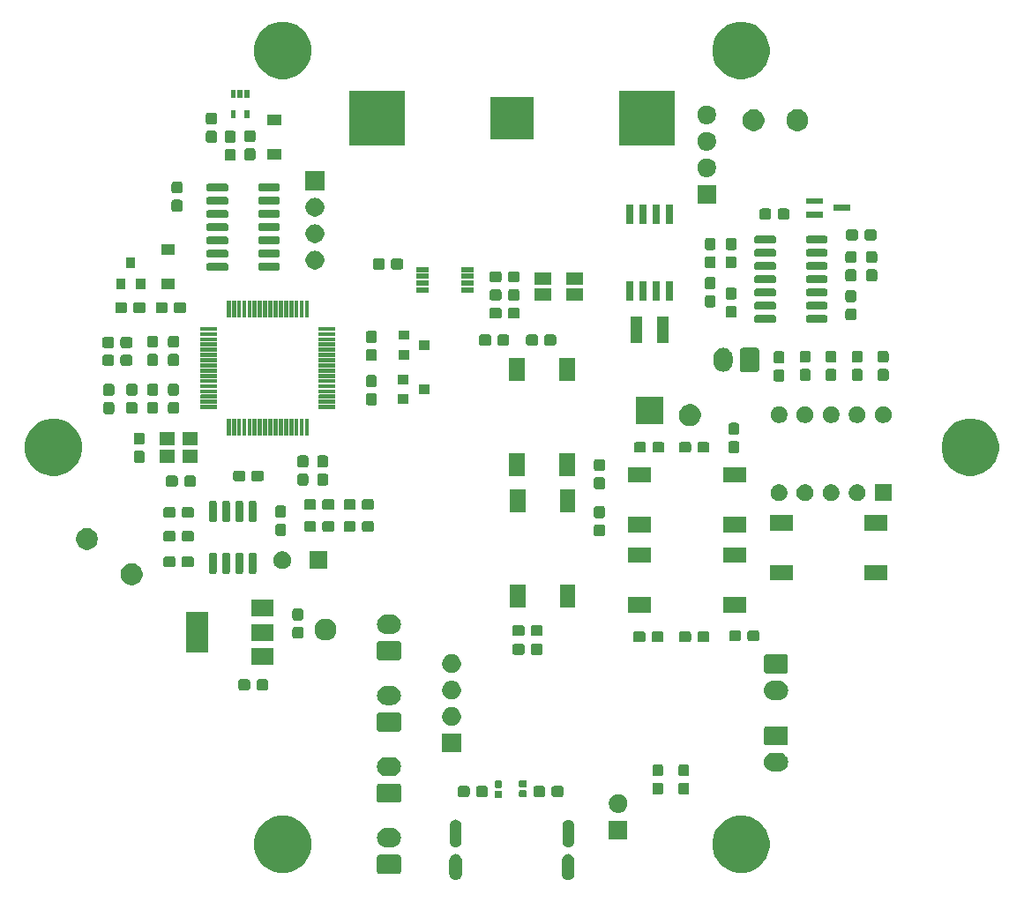
<source format=gbs>
G04 #@! TF.GenerationSoftware,KiCad,Pcbnew,(5.1.5)-3*
G04 #@! TF.CreationDate,2020-04-03T10:32:08+01:00*
G04 #@! TF.ProjectId,sync_module,73796e63-5f6d-46f6-9475-6c652e6b6963,rev?*
G04 #@! TF.SameCoordinates,Original*
G04 #@! TF.FileFunction,Soldermask,Bot*
G04 #@! TF.FilePolarity,Negative*
%FSLAX46Y46*%
G04 Gerber Fmt 4.6, Leading zero omitted, Abs format (unit mm)*
G04 Created by KiCad (PCBNEW (5.1.5)-3) date 2020-04-03 10:32:08*
%MOMM*%
%LPD*%
G04 APERTURE LIST*
%ADD10C,0.100000*%
G04 APERTURE END LIST*
D10*
G36*
X-5286585Y-39059225D02*
G01*
X-5230034Y-39076380D01*
X-5173484Y-39093534D01*
X-5069250Y-39149248D01*
X-5069248Y-39149249D01*
X-5069249Y-39149249D01*
X-4977889Y-39224224D01*
X-4964866Y-39240093D01*
X-4902908Y-39315589D01*
X-4847194Y-39419823D01*
X-4847194Y-39419824D01*
X-4812885Y-39532924D01*
X-4804204Y-39621066D01*
X-4804204Y-40980022D01*
X-4812885Y-41068164D01*
X-4830040Y-41124715D01*
X-4847194Y-41181265D01*
X-4902908Y-41285499D01*
X-4977887Y-41376861D01*
X-5069249Y-41451840D01*
X-5173483Y-41507554D01*
X-5230033Y-41524708D01*
X-5286584Y-41541863D01*
X-5404204Y-41553447D01*
X-5521823Y-41541863D01*
X-5578374Y-41524708D01*
X-5634924Y-41507554D01*
X-5739158Y-41451840D01*
X-5830520Y-41376861D01*
X-5905499Y-41285499D01*
X-5961213Y-41181265D01*
X-5978367Y-41124715D01*
X-5995522Y-41068164D01*
X-6004203Y-40980022D01*
X-6004204Y-39621067D01*
X-5995523Y-39532925D01*
X-5978368Y-39476374D01*
X-5961214Y-39419824D01*
X-5905500Y-39315590D01*
X-5863075Y-39263894D01*
X-5830524Y-39224229D01*
X-5760977Y-39167154D01*
X-5739159Y-39149248D01*
X-5634925Y-39093534D01*
X-5578375Y-39076380D01*
X-5521824Y-39059225D01*
X-5404204Y-39047641D01*
X-5286585Y-39059225D01*
G37*
G36*
X5513415Y-39059225D02*
G01*
X5569966Y-39076380D01*
X5626516Y-39093534D01*
X5730750Y-39149248D01*
X5730752Y-39149249D01*
X5730751Y-39149249D01*
X5822111Y-39224224D01*
X5835134Y-39240093D01*
X5897092Y-39315589D01*
X5952806Y-39419823D01*
X5952806Y-39419824D01*
X5987115Y-39532924D01*
X5995796Y-39621066D01*
X5995796Y-40980022D01*
X5987115Y-41068164D01*
X5969960Y-41124715D01*
X5952806Y-41181265D01*
X5897092Y-41285499D01*
X5822113Y-41376861D01*
X5730751Y-41451840D01*
X5626517Y-41507554D01*
X5569967Y-41524708D01*
X5513416Y-41541863D01*
X5395796Y-41553447D01*
X5278177Y-41541863D01*
X5221626Y-41524708D01*
X5165076Y-41507554D01*
X5060842Y-41451840D01*
X4969480Y-41376861D01*
X4894501Y-41285499D01*
X4838787Y-41181265D01*
X4821633Y-41124715D01*
X4804478Y-41068164D01*
X4795797Y-40980022D01*
X4795796Y-39621067D01*
X4804477Y-39532925D01*
X4821632Y-39476374D01*
X4838786Y-39419824D01*
X4894500Y-39315590D01*
X4936925Y-39263894D01*
X4969476Y-39224229D01*
X5039023Y-39167154D01*
X5060841Y-39149248D01*
X5165075Y-39093534D01*
X5221625Y-39076380D01*
X5278176Y-39059225D01*
X5395796Y-39047641D01*
X5513415Y-39059225D01*
G37*
G36*
X-10835239Y-39127232D02*
G01*
X-10792374Y-39140235D01*
X-10752873Y-39161348D01*
X-10718247Y-39189767D01*
X-10689828Y-39224393D01*
X-10668715Y-39263894D01*
X-10655712Y-39306759D01*
X-10651080Y-39353790D01*
X-10651080Y-40731410D01*
X-10655712Y-40778441D01*
X-10668715Y-40821306D01*
X-10689828Y-40860807D01*
X-10718247Y-40895433D01*
X-10752873Y-40923852D01*
X-10792374Y-40944965D01*
X-10835239Y-40957968D01*
X-10882270Y-40962600D01*
X-12719890Y-40962600D01*
X-12766921Y-40957968D01*
X-12809786Y-40944965D01*
X-12849287Y-40923852D01*
X-12883913Y-40895433D01*
X-12912332Y-40860807D01*
X-12933445Y-40821306D01*
X-12946448Y-40778441D01*
X-12951080Y-40731410D01*
X-12951080Y-39353790D01*
X-12946448Y-39306759D01*
X-12933445Y-39263894D01*
X-12912332Y-39224393D01*
X-12883913Y-39189767D01*
X-12849287Y-39161348D01*
X-12809786Y-39140235D01*
X-12766921Y-39127232D01*
X-12719890Y-39122600D01*
X-10882270Y-39122600D01*
X-10835239Y-39127232D01*
G37*
G36*
X-21197856Y-35460680D02*
G01*
X-20697388Y-35667981D01*
X-20569397Y-35753502D01*
X-20246977Y-35968936D01*
X-19863936Y-36351977D01*
X-19863935Y-36351979D01*
X-19562981Y-36802388D01*
X-19355680Y-37302856D01*
X-19250000Y-37834147D01*
X-19250000Y-38375853D01*
X-19355680Y-38907144D01*
X-19562981Y-39407612D01*
X-19571140Y-39419823D01*
X-19863936Y-39858023D01*
X-20246977Y-40241064D01*
X-20473712Y-40392563D01*
X-20697388Y-40542019D01*
X-21197856Y-40749320D01*
X-21729147Y-40855000D01*
X-22270853Y-40855000D01*
X-22802144Y-40749320D01*
X-23302612Y-40542019D01*
X-23526288Y-40392563D01*
X-23753023Y-40241064D01*
X-24136064Y-39858023D01*
X-24428860Y-39419823D01*
X-24437019Y-39407612D01*
X-24644320Y-38907144D01*
X-24750000Y-38375853D01*
X-24750000Y-37834147D01*
X-24644320Y-37302856D01*
X-24437019Y-36802388D01*
X-24136065Y-36351979D01*
X-24136064Y-36351977D01*
X-23753023Y-35968936D01*
X-23430603Y-35753502D01*
X-23302612Y-35667981D01*
X-22802144Y-35460680D01*
X-22270853Y-35355000D01*
X-21729147Y-35355000D01*
X-21197856Y-35460680D01*
G37*
G36*
X22802144Y-35460680D02*
G01*
X23302612Y-35667981D01*
X23430603Y-35753502D01*
X23753023Y-35968936D01*
X24136064Y-36351977D01*
X24136065Y-36351979D01*
X24437019Y-36802388D01*
X24644320Y-37302856D01*
X24750000Y-37834147D01*
X24750000Y-38375853D01*
X24644320Y-38907144D01*
X24437019Y-39407612D01*
X24428860Y-39419823D01*
X24136064Y-39858023D01*
X23753023Y-40241064D01*
X23526288Y-40392563D01*
X23302612Y-40542019D01*
X22802144Y-40749320D01*
X22270853Y-40855000D01*
X21729147Y-40855000D01*
X21197856Y-40749320D01*
X20697388Y-40542019D01*
X20473712Y-40392563D01*
X20246977Y-40241064D01*
X19863936Y-39858023D01*
X19571140Y-39419823D01*
X19562981Y-39407612D01*
X19355680Y-38907144D01*
X19250000Y-38375853D01*
X19250000Y-37834147D01*
X19355680Y-37302856D01*
X19562981Y-36802388D01*
X19863935Y-36351979D01*
X19863936Y-36351977D01*
X20246977Y-35968936D01*
X20569397Y-35753502D01*
X20697388Y-35667981D01*
X21197856Y-35460680D01*
X21729147Y-35355000D01*
X22270853Y-35355000D01*
X22802144Y-35460680D01*
G37*
G36*
X-11390729Y-36595911D02*
G01*
X-11217307Y-36648519D01*
X-11057485Y-36733945D01*
X-11057483Y-36733947D01*
X-10917394Y-36848914D01*
X-10821346Y-36965950D01*
X-10802425Y-36989005D01*
X-10716999Y-37148827D01*
X-10664391Y-37322249D01*
X-10646629Y-37502600D01*
X-10664391Y-37682951D01*
X-10716999Y-37856373D01*
X-10802425Y-38016195D01*
X-10802427Y-38016197D01*
X-10917394Y-38156286D01*
X-11014934Y-38236334D01*
X-11057485Y-38271255D01*
X-11217307Y-38356681D01*
X-11390729Y-38409289D01*
X-11525884Y-38422600D01*
X-12076276Y-38422600D01*
X-12211431Y-38409289D01*
X-12384853Y-38356681D01*
X-12544675Y-38271255D01*
X-12587226Y-38236334D01*
X-12684766Y-38156286D01*
X-12799733Y-38016197D01*
X-12799735Y-38016195D01*
X-12885161Y-37856373D01*
X-12937769Y-37682951D01*
X-12955531Y-37502600D01*
X-12937769Y-37322249D01*
X-12885161Y-37148827D01*
X-12799735Y-36989005D01*
X-12780814Y-36965950D01*
X-12684766Y-36848914D01*
X-12544677Y-36733947D01*
X-12544675Y-36733945D01*
X-12384853Y-36648519D01*
X-12211431Y-36595911D01*
X-12076276Y-36582600D01*
X-11525884Y-36582600D01*
X-11390729Y-36595911D01*
G37*
G36*
X5503614Y-35753502D02*
G01*
X5538172Y-35763985D01*
X5607291Y-35784952D01*
X5702835Y-35836021D01*
X5702836Y-35836022D01*
X5702838Y-35836023D01*
X5786586Y-35904754D01*
X5839259Y-35968935D01*
X5855319Y-35988505D01*
X5906388Y-36084048D01*
X5937838Y-36187726D01*
X5945796Y-36268524D01*
X5945796Y-37872564D01*
X5937838Y-37953362D01*
X5906388Y-38057040D01*
X5855319Y-38152583D01*
X5855317Y-38152586D01*
X5786586Y-38236334D01*
X5702838Y-38305065D01*
X5702836Y-38305066D01*
X5702835Y-38305067D01*
X5607292Y-38356136D01*
X5542293Y-38375853D01*
X5503615Y-38387586D01*
X5395796Y-38398205D01*
X5287978Y-38387586D01*
X5249300Y-38375853D01*
X5184301Y-38356136D01*
X5088758Y-38305067D01*
X5088757Y-38305066D01*
X5088755Y-38305065D01*
X5005007Y-38236334D01*
X4936276Y-38152586D01*
X4936274Y-38152583D01*
X4885205Y-38057040D01*
X4853755Y-37953362D01*
X4845797Y-37872564D01*
X4845796Y-36268525D01*
X4853754Y-36187727D01*
X4853755Y-36187725D01*
X4864237Y-36153168D01*
X4885204Y-36084049D01*
X4936273Y-35988505D01*
X4952334Y-35968935D01*
X5005006Y-35904754D01*
X5088754Y-35836023D01*
X5088756Y-35836022D01*
X5088757Y-35836021D01*
X5184300Y-35784952D01*
X5253419Y-35763985D01*
X5287977Y-35753502D01*
X5395796Y-35742883D01*
X5503614Y-35753502D01*
G37*
G36*
X-5296386Y-35753502D02*
G01*
X-5261828Y-35763985D01*
X-5192709Y-35784952D01*
X-5097165Y-35836021D01*
X-5097164Y-35836022D01*
X-5097162Y-35836023D01*
X-5013414Y-35904754D01*
X-4960741Y-35968935D01*
X-4944681Y-35988505D01*
X-4893612Y-36084048D01*
X-4862162Y-36187726D01*
X-4854204Y-36268524D01*
X-4854204Y-37872564D01*
X-4862162Y-37953362D01*
X-4893612Y-38057040D01*
X-4944681Y-38152583D01*
X-4944683Y-38152586D01*
X-5013414Y-38236334D01*
X-5097162Y-38305065D01*
X-5097164Y-38305066D01*
X-5097165Y-38305067D01*
X-5192708Y-38356136D01*
X-5257707Y-38375853D01*
X-5296385Y-38387586D01*
X-5404204Y-38398205D01*
X-5512022Y-38387586D01*
X-5550700Y-38375853D01*
X-5615699Y-38356136D01*
X-5711242Y-38305067D01*
X-5711243Y-38305066D01*
X-5711245Y-38305065D01*
X-5794993Y-38236334D01*
X-5863724Y-38152586D01*
X-5863726Y-38152583D01*
X-5914795Y-38057040D01*
X-5946245Y-37953362D01*
X-5954203Y-37872564D01*
X-5954204Y-36268525D01*
X-5946246Y-36187727D01*
X-5946245Y-36187725D01*
X-5935763Y-36153168D01*
X-5914796Y-36084049D01*
X-5863727Y-35988505D01*
X-5847666Y-35968935D01*
X-5794994Y-35904754D01*
X-5711246Y-35836023D01*
X-5711244Y-35836022D01*
X-5711243Y-35836021D01*
X-5615700Y-35784952D01*
X-5546581Y-35763985D01*
X-5512023Y-35753502D01*
X-5404204Y-35742883D01*
X-5296386Y-35753502D01*
G37*
G36*
X11098920Y-37642600D02*
G01*
X9298920Y-37642600D01*
X9298920Y-35842600D01*
X11098920Y-35842600D01*
X11098920Y-37642600D01*
G37*
G36*
X10403481Y-33325657D02*
G01*
X10461440Y-33337186D01*
X10625230Y-33405030D01*
X10772637Y-33503524D01*
X10897996Y-33628883D01*
X10996490Y-33776290D01*
X10996491Y-33776292D01*
X11064334Y-33940081D01*
X11098458Y-34111631D01*
X11098920Y-34113958D01*
X11098920Y-34291242D01*
X11064334Y-34465120D01*
X10996490Y-34628910D01*
X10897996Y-34776317D01*
X10772637Y-34901676D01*
X10625230Y-35000170D01*
X10461440Y-35068014D01*
X10403481Y-35079543D01*
X10287564Y-35102600D01*
X10110276Y-35102600D01*
X9994359Y-35079543D01*
X9936400Y-35068014D01*
X9772610Y-35000170D01*
X9625203Y-34901676D01*
X9499844Y-34776317D01*
X9401350Y-34628910D01*
X9333506Y-34465120D01*
X9298920Y-34291242D01*
X9298920Y-34113958D01*
X9299383Y-34111631D01*
X9333506Y-33940081D01*
X9401349Y-33776292D01*
X9401350Y-33776290D01*
X9499844Y-33628883D01*
X9625203Y-33503524D01*
X9772610Y-33405030D01*
X9936400Y-33337186D01*
X9994359Y-33325657D01*
X10110276Y-33302600D01*
X10287564Y-33302600D01*
X10403481Y-33325657D01*
G37*
G36*
X-10835239Y-32293898D02*
G01*
X-10792374Y-32306901D01*
X-10752873Y-32328014D01*
X-10718247Y-32356433D01*
X-10689828Y-32391059D01*
X-10668715Y-32430560D01*
X-10655712Y-32473425D01*
X-10651080Y-32520456D01*
X-10651080Y-33898076D01*
X-10655712Y-33945107D01*
X-10668715Y-33987972D01*
X-10689828Y-34027473D01*
X-10718247Y-34062099D01*
X-10752873Y-34090518D01*
X-10792374Y-34111631D01*
X-10835239Y-34124634D01*
X-10882270Y-34129266D01*
X-12719890Y-34129266D01*
X-12766921Y-34124634D01*
X-12809786Y-34111631D01*
X-12849287Y-34090518D01*
X-12883913Y-34062099D01*
X-12912332Y-34027473D01*
X-12933445Y-33987972D01*
X-12946448Y-33945107D01*
X-12951080Y-33898076D01*
X-12951080Y-32520456D01*
X-12946448Y-32473425D01*
X-12933445Y-32430560D01*
X-12912332Y-32391059D01*
X-12883913Y-32356433D01*
X-12849287Y-32328014D01*
X-12809786Y-32306901D01*
X-12766921Y-32293898D01*
X-12719890Y-32289266D01*
X-10882270Y-32289266D01*
X-10835239Y-32293898D01*
G37*
G36*
X-1049852Y-32985671D02*
G01*
X-1022225Y-32994052D01*
X-996769Y-33007658D01*
X-974453Y-33025973D01*
X-956138Y-33048289D01*
X-942532Y-33073745D01*
X-934151Y-33101372D01*
X-931080Y-33132554D01*
X-931080Y-33522646D01*
X-934151Y-33553828D01*
X-942532Y-33581455D01*
X-956138Y-33606911D01*
X-974453Y-33629227D01*
X-996769Y-33647542D01*
X-1022225Y-33661148D01*
X-1049852Y-33669529D01*
X-1081034Y-33672600D01*
X-1521126Y-33672600D01*
X-1552308Y-33669529D01*
X-1579935Y-33661148D01*
X-1605391Y-33647542D01*
X-1627707Y-33629227D01*
X-1646022Y-33606911D01*
X-1659628Y-33581455D01*
X-1668009Y-33553828D01*
X-1671080Y-33522646D01*
X-1671080Y-33132554D01*
X-1668009Y-33101372D01*
X-1659628Y-33073745D01*
X-1646022Y-33048289D01*
X-1627707Y-33025973D01*
X-1605391Y-33007658D01*
X-1579935Y-32994052D01*
X-1552308Y-32985671D01*
X-1521126Y-32982600D01*
X-1081034Y-32982600D01*
X-1049852Y-32985671D01*
G37*
G36*
X1300148Y-32935671D02*
G01*
X1327775Y-32944052D01*
X1353231Y-32957658D01*
X1375547Y-32975973D01*
X1393862Y-32998289D01*
X1407468Y-33023745D01*
X1415849Y-33051372D01*
X1418920Y-33082554D01*
X1418920Y-33472646D01*
X1415849Y-33503828D01*
X1407468Y-33531455D01*
X1393862Y-33556911D01*
X1375547Y-33579227D01*
X1353231Y-33597542D01*
X1327775Y-33611148D01*
X1300148Y-33619529D01*
X1268966Y-33622600D01*
X828874Y-33622600D01*
X797692Y-33619529D01*
X770065Y-33611148D01*
X744609Y-33597542D01*
X722293Y-33579227D01*
X703978Y-33556911D01*
X690372Y-33531455D01*
X681991Y-33503828D01*
X678920Y-33472646D01*
X678920Y-33082554D01*
X681991Y-33051372D01*
X690372Y-33023745D01*
X703978Y-32998289D01*
X722293Y-32975973D01*
X744609Y-32957658D01*
X770065Y-32944052D01*
X797692Y-32935671D01*
X828874Y-32932600D01*
X1268966Y-32932600D01*
X1300148Y-32935671D01*
G37*
G36*
X3007705Y-32522400D02*
G01*
X3052212Y-32535902D01*
X3093236Y-32557829D01*
X3129186Y-32587334D01*
X3158691Y-32623284D01*
X3180618Y-32664308D01*
X3194120Y-32708815D01*
X3198920Y-32757554D01*
X3198920Y-33327646D01*
X3194120Y-33376385D01*
X3180618Y-33420892D01*
X3158691Y-33461916D01*
X3129186Y-33497866D01*
X3093236Y-33527371D01*
X3052212Y-33549298D01*
X3007705Y-33562800D01*
X2958966Y-33567600D01*
X2288874Y-33567600D01*
X2240135Y-33562800D01*
X2195628Y-33549298D01*
X2154604Y-33527371D01*
X2118654Y-33497866D01*
X2089149Y-33461916D01*
X2067222Y-33420892D01*
X2053720Y-33376385D01*
X2048920Y-33327646D01*
X2048920Y-32757554D01*
X2053720Y-32708815D01*
X2067222Y-32664308D01*
X2089149Y-32623284D01*
X2118654Y-32587334D01*
X2154604Y-32557829D01*
X2195628Y-32535902D01*
X2240135Y-32522400D01*
X2288874Y-32517600D01*
X2958966Y-32517600D01*
X3007705Y-32522400D01*
G37*
G36*
X4757705Y-32522400D02*
G01*
X4802212Y-32535902D01*
X4843236Y-32557829D01*
X4879186Y-32587334D01*
X4908691Y-32623284D01*
X4930618Y-32664308D01*
X4944120Y-32708815D01*
X4948920Y-32757554D01*
X4948920Y-33327646D01*
X4944120Y-33376385D01*
X4930618Y-33420892D01*
X4908691Y-33461916D01*
X4879186Y-33497866D01*
X4843236Y-33527371D01*
X4802212Y-33549298D01*
X4757705Y-33562800D01*
X4708966Y-33567600D01*
X4038874Y-33567600D01*
X3990135Y-33562800D01*
X3945628Y-33549298D01*
X3904604Y-33527371D01*
X3868654Y-33497866D01*
X3839149Y-33461916D01*
X3817222Y-33420892D01*
X3803720Y-33376385D01*
X3798920Y-33327646D01*
X3798920Y-32757554D01*
X3803720Y-32708815D01*
X3817222Y-32664308D01*
X3839149Y-32623284D01*
X3868654Y-32587334D01*
X3904604Y-32557829D01*
X3945628Y-32535902D01*
X3990135Y-32522400D01*
X4038874Y-32517600D01*
X4708966Y-32517600D01*
X4757705Y-32522400D01*
G37*
G36*
X-2492295Y-32522400D02*
G01*
X-2447788Y-32535902D01*
X-2406764Y-32557829D01*
X-2370814Y-32587334D01*
X-2341309Y-32623284D01*
X-2319382Y-32664308D01*
X-2305880Y-32708815D01*
X-2301080Y-32757554D01*
X-2301080Y-33327646D01*
X-2305880Y-33376385D01*
X-2319382Y-33420892D01*
X-2341309Y-33461916D01*
X-2370814Y-33497866D01*
X-2406764Y-33527371D01*
X-2447788Y-33549298D01*
X-2492295Y-33562800D01*
X-2541034Y-33567600D01*
X-3211126Y-33567600D01*
X-3259865Y-33562800D01*
X-3304372Y-33549298D01*
X-3345396Y-33527371D01*
X-3381346Y-33497866D01*
X-3410851Y-33461916D01*
X-3432778Y-33420892D01*
X-3446280Y-33376385D01*
X-3451080Y-33327646D01*
X-3451080Y-32757554D01*
X-3446280Y-32708815D01*
X-3432778Y-32664308D01*
X-3410851Y-32623284D01*
X-3381346Y-32587334D01*
X-3345396Y-32557829D01*
X-3304372Y-32535902D01*
X-3259865Y-32522400D01*
X-3211126Y-32517600D01*
X-2541034Y-32517600D01*
X-2492295Y-32522400D01*
G37*
G36*
X-4242295Y-32522400D02*
G01*
X-4197788Y-32535902D01*
X-4156764Y-32557829D01*
X-4120814Y-32587334D01*
X-4091309Y-32623284D01*
X-4069382Y-32664308D01*
X-4055880Y-32708815D01*
X-4051080Y-32757554D01*
X-4051080Y-33327646D01*
X-4055880Y-33376385D01*
X-4069382Y-33420892D01*
X-4091309Y-33461916D01*
X-4120814Y-33497866D01*
X-4156764Y-33527371D01*
X-4197788Y-33549298D01*
X-4242295Y-33562800D01*
X-4291034Y-33567600D01*
X-4961126Y-33567600D01*
X-5009865Y-33562800D01*
X-5054372Y-33549298D01*
X-5095396Y-33527371D01*
X-5131346Y-33497866D01*
X-5160851Y-33461916D01*
X-5182778Y-33420892D01*
X-5196280Y-33376385D01*
X-5201080Y-33327646D01*
X-5201080Y-32757554D01*
X-5196280Y-32708815D01*
X-5182778Y-32664308D01*
X-5160851Y-32623284D01*
X-5131346Y-32587334D01*
X-5095396Y-32557829D01*
X-5054372Y-32535902D01*
X-5009865Y-32522400D01*
X-4961126Y-32517600D01*
X-4291034Y-32517600D01*
X-4242295Y-32522400D01*
G37*
G36*
X14333785Y-32204800D02*
G01*
X14378292Y-32218302D01*
X14419316Y-32240229D01*
X14455266Y-32269734D01*
X14484771Y-32305684D01*
X14506698Y-32346708D01*
X14520200Y-32391215D01*
X14525000Y-32439954D01*
X14525000Y-33110046D01*
X14520200Y-33158785D01*
X14506698Y-33203292D01*
X14484771Y-33244316D01*
X14455266Y-33280266D01*
X14419316Y-33309771D01*
X14378292Y-33331698D01*
X14333785Y-33345200D01*
X14285046Y-33350000D01*
X13714954Y-33350000D01*
X13666215Y-33345200D01*
X13621708Y-33331698D01*
X13580684Y-33309771D01*
X13544734Y-33280266D01*
X13515229Y-33244316D01*
X13493302Y-33203292D01*
X13479800Y-33158785D01*
X13475000Y-33110046D01*
X13475000Y-32439954D01*
X13479800Y-32391215D01*
X13493302Y-32346708D01*
X13515229Y-32305684D01*
X13544734Y-32269734D01*
X13580684Y-32240229D01*
X13621708Y-32218302D01*
X13666215Y-32204800D01*
X13714954Y-32200000D01*
X14285046Y-32200000D01*
X14333785Y-32204800D01*
G37*
G36*
X16833785Y-32204800D02*
G01*
X16878292Y-32218302D01*
X16919316Y-32240229D01*
X16955266Y-32269734D01*
X16984771Y-32305684D01*
X17006698Y-32346708D01*
X17020200Y-32391215D01*
X17025000Y-32439954D01*
X17025000Y-33110046D01*
X17020200Y-33158785D01*
X17006698Y-33203292D01*
X16984771Y-33244316D01*
X16955266Y-33280266D01*
X16919316Y-33309771D01*
X16878292Y-33331698D01*
X16833785Y-33345200D01*
X16785046Y-33350000D01*
X16214954Y-33350000D01*
X16166215Y-33345200D01*
X16121708Y-33331698D01*
X16080684Y-33309771D01*
X16044734Y-33280266D01*
X16015229Y-33244316D01*
X15993302Y-33203292D01*
X15979800Y-33158785D01*
X15975000Y-33110046D01*
X15975000Y-32439954D01*
X15979800Y-32391215D01*
X15993302Y-32346708D01*
X16015229Y-32305684D01*
X16044734Y-32269734D01*
X16080684Y-32240229D01*
X16121708Y-32218302D01*
X16166215Y-32204800D01*
X16214954Y-32200000D01*
X16785046Y-32200000D01*
X16833785Y-32204800D01*
G37*
G36*
X-1049852Y-32015671D02*
G01*
X-1022225Y-32024052D01*
X-996769Y-32037658D01*
X-974453Y-32055973D01*
X-956138Y-32078289D01*
X-942532Y-32103745D01*
X-934151Y-32131372D01*
X-931080Y-32162554D01*
X-931080Y-32552646D01*
X-934151Y-32583828D01*
X-942532Y-32611455D01*
X-956138Y-32636911D01*
X-974453Y-32659227D01*
X-996769Y-32677542D01*
X-1022225Y-32691148D01*
X-1049852Y-32699529D01*
X-1081034Y-32702600D01*
X-1521126Y-32702600D01*
X-1552308Y-32699529D01*
X-1579935Y-32691148D01*
X-1605391Y-32677542D01*
X-1627707Y-32659227D01*
X-1646022Y-32636911D01*
X-1659628Y-32611455D01*
X-1668009Y-32583828D01*
X-1671080Y-32552646D01*
X-1671080Y-32162554D01*
X-1668009Y-32131372D01*
X-1659628Y-32103745D01*
X-1646022Y-32078289D01*
X-1627707Y-32055973D01*
X-1605391Y-32037658D01*
X-1579935Y-32024052D01*
X-1552308Y-32015671D01*
X-1521126Y-32012600D01*
X-1081034Y-32012600D01*
X-1049852Y-32015671D01*
G37*
G36*
X1300148Y-31965671D02*
G01*
X1327775Y-31974052D01*
X1353231Y-31987658D01*
X1375547Y-32005973D01*
X1393862Y-32028289D01*
X1407468Y-32053745D01*
X1415849Y-32081372D01*
X1418920Y-32112554D01*
X1418920Y-32502646D01*
X1415849Y-32533828D01*
X1407468Y-32561455D01*
X1393862Y-32586911D01*
X1375547Y-32609227D01*
X1353231Y-32627542D01*
X1327775Y-32641148D01*
X1300148Y-32649529D01*
X1268966Y-32652600D01*
X828874Y-32652600D01*
X797692Y-32649529D01*
X770065Y-32641148D01*
X744609Y-32627542D01*
X722293Y-32609227D01*
X703978Y-32586911D01*
X690372Y-32561455D01*
X681991Y-32533828D01*
X678920Y-32502646D01*
X678920Y-32112554D01*
X681991Y-32081372D01*
X690372Y-32053745D01*
X703978Y-32028289D01*
X722293Y-32005973D01*
X744609Y-31987658D01*
X770065Y-31974052D01*
X797692Y-31965671D01*
X828874Y-31962600D01*
X1268966Y-31962600D01*
X1300148Y-31965671D01*
G37*
G36*
X16833785Y-30454800D02*
G01*
X16878292Y-30468302D01*
X16919316Y-30490229D01*
X16955266Y-30519734D01*
X16984771Y-30555684D01*
X17006698Y-30596708D01*
X17020200Y-30641215D01*
X17025000Y-30689954D01*
X17025000Y-31360046D01*
X17020200Y-31408785D01*
X17006698Y-31453292D01*
X16984771Y-31494316D01*
X16955266Y-31530266D01*
X16919316Y-31559771D01*
X16878292Y-31581698D01*
X16833785Y-31595200D01*
X16785046Y-31600000D01*
X16214954Y-31600000D01*
X16166215Y-31595200D01*
X16121708Y-31581698D01*
X16080684Y-31559771D01*
X16044734Y-31530266D01*
X16015229Y-31494316D01*
X15993302Y-31453292D01*
X15979800Y-31408785D01*
X15975000Y-31360046D01*
X15975000Y-30689954D01*
X15979800Y-30641215D01*
X15993302Y-30596708D01*
X16015229Y-30555684D01*
X16044734Y-30519734D01*
X16080684Y-30490229D01*
X16121708Y-30468302D01*
X16166215Y-30454800D01*
X16214954Y-30450000D01*
X16785046Y-30450000D01*
X16833785Y-30454800D01*
G37*
G36*
X14333785Y-30454800D02*
G01*
X14378292Y-30468302D01*
X14419316Y-30490229D01*
X14455266Y-30519734D01*
X14484771Y-30555684D01*
X14506698Y-30596708D01*
X14520200Y-30641215D01*
X14525000Y-30689954D01*
X14525000Y-31360046D01*
X14520200Y-31408785D01*
X14506698Y-31453292D01*
X14484771Y-31494316D01*
X14455266Y-31530266D01*
X14419316Y-31559771D01*
X14378292Y-31581698D01*
X14333785Y-31595200D01*
X14285046Y-31600000D01*
X13714954Y-31600000D01*
X13666215Y-31595200D01*
X13621708Y-31581698D01*
X13580684Y-31559771D01*
X13544734Y-31530266D01*
X13515229Y-31494316D01*
X13493302Y-31453292D01*
X13479800Y-31408785D01*
X13475000Y-31360046D01*
X13475000Y-30689954D01*
X13479800Y-30641215D01*
X13493302Y-30596708D01*
X13515229Y-30555684D01*
X13544734Y-30519734D01*
X13580684Y-30490229D01*
X13621708Y-30468302D01*
X13666215Y-30454800D01*
X13714954Y-30450000D01*
X14285046Y-30450000D01*
X14333785Y-30454800D01*
G37*
G36*
X-11390729Y-29762577D02*
G01*
X-11217307Y-29815185D01*
X-11057485Y-29900611D01*
X-11057483Y-29900613D01*
X-10917394Y-30015580D01*
X-10821346Y-30132616D01*
X-10802425Y-30155671D01*
X-10716999Y-30315493D01*
X-10664391Y-30488915D01*
X-10646629Y-30669266D01*
X-10664391Y-30849617D01*
X-10716999Y-31023039D01*
X-10802425Y-31182861D01*
X-10802427Y-31182863D01*
X-10917394Y-31322952D01*
X-11021983Y-31408785D01*
X-11057485Y-31437921D01*
X-11217307Y-31523347D01*
X-11390729Y-31575955D01*
X-11525884Y-31589266D01*
X-12076276Y-31589266D01*
X-12211431Y-31575955D01*
X-12384853Y-31523347D01*
X-12544675Y-31437921D01*
X-12580177Y-31408785D01*
X-12684766Y-31322952D01*
X-12799733Y-31182863D01*
X-12799735Y-31182861D01*
X-12885161Y-31023039D01*
X-12937769Y-30849617D01*
X-12955531Y-30669266D01*
X-12937769Y-30488915D01*
X-12885161Y-30315493D01*
X-12799735Y-30155671D01*
X-12780814Y-30132616D01*
X-12684766Y-30015580D01*
X-12544677Y-29900613D01*
X-12544675Y-29900611D01*
X-12384853Y-29815185D01*
X-12211431Y-29762577D01*
X-12076276Y-29749266D01*
X-11525884Y-29749266D01*
X-11390729Y-29762577D01*
G37*
G36*
X25767751Y-29332231D02*
G01*
X25941173Y-29384839D01*
X26100995Y-29470265D01*
X26100997Y-29470267D01*
X26241086Y-29585234D01*
X26337134Y-29702270D01*
X26356055Y-29725325D01*
X26441481Y-29885147D01*
X26494089Y-30058569D01*
X26511851Y-30238920D01*
X26494089Y-30419271D01*
X26441481Y-30592693D01*
X26356055Y-30752515D01*
X26356053Y-30752517D01*
X26241086Y-30892606D01*
X26124050Y-30988654D01*
X26100995Y-31007575D01*
X25941173Y-31093001D01*
X25767751Y-31145609D01*
X25632596Y-31158920D01*
X25082204Y-31158920D01*
X24947049Y-31145609D01*
X24773627Y-31093001D01*
X24613805Y-31007575D01*
X24590750Y-30988654D01*
X24473714Y-30892606D01*
X24358747Y-30752517D01*
X24358745Y-30752515D01*
X24273319Y-30592693D01*
X24220711Y-30419271D01*
X24202949Y-30238920D01*
X24220711Y-30058569D01*
X24273319Y-29885147D01*
X24358745Y-29725325D01*
X24377666Y-29702270D01*
X24473714Y-29585234D01*
X24613803Y-29470267D01*
X24613805Y-29470265D01*
X24773627Y-29384839D01*
X24947049Y-29332231D01*
X25082204Y-29318920D01*
X25632596Y-29318920D01*
X25767751Y-29332231D01*
G37*
G36*
X-4900000Y-29300000D02*
G01*
X-6700000Y-29300000D01*
X-6700000Y-27500000D01*
X-4900000Y-27500000D01*
X-4900000Y-29300000D01*
G37*
G36*
X26323241Y-26783552D02*
G01*
X26366106Y-26796555D01*
X26405607Y-26817668D01*
X26440233Y-26846087D01*
X26468652Y-26880713D01*
X26489765Y-26920214D01*
X26502768Y-26963079D01*
X26507400Y-27010110D01*
X26507400Y-28387730D01*
X26502768Y-28434761D01*
X26489765Y-28477626D01*
X26468652Y-28517127D01*
X26440233Y-28551753D01*
X26405607Y-28580172D01*
X26366106Y-28601285D01*
X26323241Y-28614288D01*
X26276210Y-28618920D01*
X24438590Y-28618920D01*
X24391559Y-28614288D01*
X24348694Y-28601285D01*
X24309193Y-28580172D01*
X24274567Y-28551753D01*
X24246148Y-28517127D01*
X24225035Y-28477626D01*
X24212032Y-28434761D01*
X24207400Y-28387730D01*
X24207400Y-27010110D01*
X24212032Y-26963079D01*
X24225035Y-26920214D01*
X24246148Y-26880713D01*
X24274567Y-26846087D01*
X24309193Y-26817668D01*
X24348694Y-26796555D01*
X24391559Y-26783552D01*
X24438590Y-26778920D01*
X26276210Y-26778920D01*
X26323241Y-26783552D01*
G37*
G36*
X-10835239Y-25460565D02*
G01*
X-10792374Y-25473568D01*
X-10752873Y-25494681D01*
X-10718247Y-25523100D01*
X-10689828Y-25557726D01*
X-10668715Y-25597227D01*
X-10655712Y-25640092D01*
X-10651080Y-25687123D01*
X-10651080Y-27064743D01*
X-10655712Y-27111774D01*
X-10668715Y-27154639D01*
X-10689828Y-27194140D01*
X-10718247Y-27228766D01*
X-10752873Y-27257185D01*
X-10792374Y-27278298D01*
X-10835239Y-27291301D01*
X-10882270Y-27295933D01*
X-12719890Y-27295933D01*
X-12766921Y-27291301D01*
X-12809786Y-27278298D01*
X-12849287Y-27257185D01*
X-12883913Y-27228766D01*
X-12912332Y-27194140D01*
X-12933445Y-27154639D01*
X-12946448Y-27111774D01*
X-12951080Y-27064743D01*
X-12951080Y-25687123D01*
X-12946448Y-25640092D01*
X-12933445Y-25597227D01*
X-12912332Y-25557726D01*
X-12883913Y-25523100D01*
X-12849287Y-25494681D01*
X-12809786Y-25473568D01*
X-12766921Y-25460565D01*
X-12719890Y-25455933D01*
X-10882270Y-25455933D01*
X-10835239Y-25460565D01*
G37*
G36*
X-5595439Y-24983057D02*
G01*
X-5537480Y-24994586D01*
X-5373690Y-25062430D01*
X-5226283Y-25160924D01*
X-5100924Y-25286283D01*
X-5002430Y-25433690D01*
X-4934586Y-25597480D01*
X-4900000Y-25771358D01*
X-4900000Y-25948642D01*
X-4934586Y-26122520D01*
X-5002430Y-26286310D01*
X-5100924Y-26433717D01*
X-5226283Y-26559076D01*
X-5373690Y-26657570D01*
X-5537480Y-26725414D01*
X-5595439Y-26736943D01*
X-5711356Y-26760000D01*
X-5888644Y-26760000D01*
X-6004561Y-26736943D01*
X-6062520Y-26725414D01*
X-6226310Y-26657570D01*
X-6373717Y-26559076D01*
X-6499076Y-26433717D01*
X-6597570Y-26286310D01*
X-6665414Y-26122520D01*
X-6700000Y-25948642D01*
X-6700000Y-25771358D01*
X-6665414Y-25597480D01*
X-6597570Y-25433690D01*
X-6499076Y-25286283D01*
X-6373717Y-25160924D01*
X-6226310Y-25062430D01*
X-6062520Y-24994586D01*
X-6004561Y-24983057D01*
X-5888644Y-24960000D01*
X-5711356Y-24960000D01*
X-5595439Y-24983057D01*
G37*
G36*
X-11390729Y-22929244D02*
G01*
X-11217307Y-22981852D01*
X-11057485Y-23067278D01*
X-11057483Y-23067280D01*
X-10917394Y-23182247D01*
X-10833256Y-23284771D01*
X-10802425Y-23322338D01*
X-10716999Y-23482160D01*
X-10664391Y-23655582D01*
X-10646629Y-23835933D01*
X-10664391Y-24016284D01*
X-10716999Y-24189706D01*
X-10802425Y-24349528D01*
X-10802427Y-24349530D01*
X-10917394Y-24489619D01*
X-11034430Y-24585667D01*
X-11057485Y-24604588D01*
X-11217307Y-24690014D01*
X-11390729Y-24742622D01*
X-11525884Y-24755933D01*
X-12076276Y-24755933D01*
X-12211431Y-24742622D01*
X-12384853Y-24690014D01*
X-12544675Y-24604588D01*
X-12567730Y-24585667D01*
X-12684766Y-24489619D01*
X-12799733Y-24349530D01*
X-12799735Y-24349528D01*
X-12885161Y-24189706D01*
X-12937769Y-24016284D01*
X-12955531Y-23835933D01*
X-12937769Y-23655582D01*
X-12885161Y-23482160D01*
X-12799735Y-23322338D01*
X-12768904Y-23284771D01*
X-12684766Y-23182247D01*
X-12544677Y-23067280D01*
X-12544675Y-23067278D01*
X-12384853Y-22981852D01*
X-12211431Y-22929244D01*
X-12076276Y-22915933D01*
X-11525884Y-22915933D01*
X-11390729Y-22929244D01*
G37*
G36*
X25767751Y-22432231D02*
G01*
X25941173Y-22484839D01*
X26100995Y-22570265D01*
X26100997Y-22570267D01*
X26241086Y-22685234D01*
X26337134Y-22802270D01*
X26356055Y-22825325D01*
X26441481Y-22985147D01*
X26494089Y-23158569D01*
X26511851Y-23338920D01*
X26494089Y-23519271D01*
X26441481Y-23692693D01*
X26356055Y-23852515D01*
X26356053Y-23852517D01*
X26241086Y-23992606D01*
X26124050Y-24088654D01*
X26100995Y-24107575D01*
X25941173Y-24193001D01*
X25767751Y-24245609D01*
X25632596Y-24258920D01*
X25082204Y-24258920D01*
X24947049Y-24245609D01*
X24773627Y-24193001D01*
X24613805Y-24107575D01*
X24590750Y-24088654D01*
X24473714Y-23992606D01*
X24358747Y-23852517D01*
X24358745Y-23852515D01*
X24273319Y-23692693D01*
X24220711Y-23519271D01*
X24202949Y-23338920D01*
X24220711Y-23158569D01*
X24273319Y-22985147D01*
X24358745Y-22825325D01*
X24377666Y-22802270D01*
X24473714Y-22685234D01*
X24613803Y-22570267D01*
X24613805Y-22570265D01*
X24773627Y-22484839D01*
X24947049Y-22432231D01*
X25082204Y-22418920D01*
X25632596Y-22418920D01*
X25767751Y-22432231D01*
G37*
G36*
X-5595439Y-22443057D02*
G01*
X-5537480Y-22454586D01*
X-5464443Y-22484839D01*
X-5391738Y-22514954D01*
X-5373690Y-22522430D01*
X-5226283Y-22620924D01*
X-5100924Y-22746283D01*
X-5002430Y-22893690D01*
X-4934586Y-23057480D01*
X-4932637Y-23067278D01*
X-4900000Y-23231356D01*
X-4900000Y-23408644D01*
X-4922005Y-23519271D01*
X-4934586Y-23582520D01*
X-5002430Y-23746310D01*
X-5100924Y-23893717D01*
X-5226283Y-24019076D01*
X-5373690Y-24117570D01*
X-5537480Y-24185414D01*
X-5559053Y-24189705D01*
X-5711356Y-24220000D01*
X-5888644Y-24220000D01*
X-6040947Y-24189705D01*
X-6062520Y-24185414D01*
X-6226310Y-24117570D01*
X-6373717Y-24019076D01*
X-6499076Y-23893717D01*
X-6597570Y-23746310D01*
X-6665414Y-23582520D01*
X-6677995Y-23519271D01*
X-6700000Y-23408644D01*
X-6700000Y-23231356D01*
X-6667363Y-23067278D01*
X-6665414Y-23057480D01*
X-6597570Y-22893690D01*
X-6499076Y-22746283D01*
X-6373717Y-22620924D01*
X-6226310Y-22522430D01*
X-6208261Y-22514954D01*
X-6135557Y-22484839D01*
X-6062520Y-22454586D01*
X-6004561Y-22443057D01*
X-5888644Y-22420000D01*
X-5711356Y-22420000D01*
X-5595439Y-22443057D01*
G37*
G36*
X-23566215Y-22279800D02*
G01*
X-23521708Y-22293302D01*
X-23480684Y-22315229D01*
X-23444734Y-22344734D01*
X-23415229Y-22380684D01*
X-23393302Y-22421708D01*
X-23379800Y-22466215D01*
X-23375000Y-22514954D01*
X-23375000Y-23085046D01*
X-23379800Y-23133785D01*
X-23393302Y-23178292D01*
X-23415229Y-23219316D01*
X-23444734Y-23255266D01*
X-23480684Y-23284771D01*
X-23521708Y-23306698D01*
X-23566215Y-23320200D01*
X-23614954Y-23325000D01*
X-24285046Y-23325000D01*
X-24333785Y-23320200D01*
X-24378292Y-23306698D01*
X-24419316Y-23284771D01*
X-24455266Y-23255266D01*
X-24484771Y-23219316D01*
X-24506698Y-23178292D01*
X-24520200Y-23133785D01*
X-24525000Y-23085046D01*
X-24525000Y-22514954D01*
X-24520200Y-22466215D01*
X-24506698Y-22421708D01*
X-24484771Y-22380684D01*
X-24455266Y-22344734D01*
X-24419316Y-22315229D01*
X-24378292Y-22293302D01*
X-24333785Y-22279800D01*
X-24285046Y-22275000D01*
X-23614954Y-22275000D01*
X-23566215Y-22279800D01*
G37*
G36*
X-25316215Y-22279800D02*
G01*
X-25271708Y-22293302D01*
X-25230684Y-22315229D01*
X-25194734Y-22344734D01*
X-25165229Y-22380684D01*
X-25143302Y-22421708D01*
X-25129800Y-22466215D01*
X-25125000Y-22514954D01*
X-25125000Y-23085046D01*
X-25129800Y-23133785D01*
X-25143302Y-23178292D01*
X-25165229Y-23219316D01*
X-25194734Y-23255266D01*
X-25230684Y-23284771D01*
X-25271708Y-23306698D01*
X-25316215Y-23320200D01*
X-25364954Y-23325000D01*
X-26035046Y-23325000D01*
X-26083785Y-23320200D01*
X-26128292Y-23306698D01*
X-26169316Y-23284771D01*
X-26205266Y-23255266D01*
X-26234771Y-23219316D01*
X-26256698Y-23178292D01*
X-26270200Y-23133785D01*
X-26275000Y-23085046D01*
X-26275000Y-22514954D01*
X-26270200Y-22466215D01*
X-26256698Y-22421708D01*
X-26234771Y-22380684D01*
X-26205266Y-22344734D01*
X-26169316Y-22315229D01*
X-26128292Y-22293302D01*
X-26083785Y-22279800D01*
X-26035046Y-22275000D01*
X-25364954Y-22275000D01*
X-25316215Y-22279800D01*
G37*
G36*
X26323241Y-19883552D02*
G01*
X26366106Y-19896555D01*
X26405607Y-19917668D01*
X26440233Y-19946087D01*
X26468652Y-19980713D01*
X26489765Y-20020214D01*
X26502768Y-20063079D01*
X26507400Y-20110110D01*
X26507400Y-21487730D01*
X26502768Y-21534761D01*
X26489765Y-21577626D01*
X26468652Y-21617127D01*
X26440233Y-21651753D01*
X26405607Y-21680172D01*
X26366106Y-21701285D01*
X26323241Y-21714288D01*
X26276210Y-21718920D01*
X24438590Y-21718920D01*
X24391559Y-21714288D01*
X24348694Y-21701285D01*
X24309193Y-21680172D01*
X24274567Y-21651753D01*
X24246148Y-21617127D01*
X24225035Y-21577626D01*
X24212032Y-21534761D01*
X24207400Y-21487730D01*
X24207400Y-20110110D01*
X24212032Y-20063079D01*
X24225035Y-20020214D01*
X24246148Y-19980713D01*
X24274567Y-19946087D01*
X24309193Y-19917668D01*
X24348694Y-19896555D01*
X24391559Y-19883552D01*
X24438590Y-19878920D01*
X26276210Y-19878920D01*
X26323241Y-19883552D01*
G37*
G36*
X-5628129Y-19896555D02*
G01*
X-5537480Y-19914586D01*
X-5373690Y-19982430D01*
X-5226283Y-20080924D01*
X-5100924Y-20206283D01*
X-5002430Y-20353690D01*
X-4934586Y-20517480D01*
X-4900000Y-20691358D01*
X-4900000Y-20868642D01*
X-4934586Y-21042520D01*
X-5002430Y-21206310D01*
X-5100924Y-21353717D01*
X-5226283Y-21479076D01*
X-5373690Y-21577570D01*
X-5537480Y-21645414D01*
X-5569349Y-21651753D01*
X-5711356Y-21680000D01*
X-5888644Y-21680000D01*
X-6030651Y-21651753D01*
X-6062520Y-21645414D01*
X-6226310Y-21577570D01*
X-6373717Y-21479076D01*
X-6499076Y-21353717D01*
X-6597570Y-21206310D01*
X-6665414Y-21042520D01*
X-6700000Y-20868642D01*
X-6700000Y-20691358D01*
X-6665414Y-20517480D01*
X-6597570Y-20353690D01*
X-6499076Y-20206283D01*
X-6373717Y-20080924D01*
X-6226310Y-19982430D01*
X-6062520Y-19914586D01*
X-5971871Y-19896555D01*
X-5888644Y-19880000D01*
X-5711356Y-19880000D01*
X-5628129Y-19896555D01*
G37*
G36*
X-22884262Y-20867307D02*
G01*
X-24984262Y-20867307D01*
X-24984262Y-19267307D01*
X-22884262Y-19267307D01*
X-22884262Y-20867307D01*
G37*
G36*
X-10835239Y-18627232D02*
G01*
X-10792374Y-18640235D01*
X-10752873Y-18661348D01*
X-10718247Y-18689767D01*
X-10689828Y-18724393D01*
X-10668715Y-18763894D01*
X-10655712Y-18806759D01*
X-10651080Y-18853790D01*
X-10651080Y-20231410D01*
X-10655712Y-20278441D01*
X-10668715Y-20321306D01*
X-10689828Y-20360807D01*
X-10718247Y-20395433D01*
X-10752873Y-20423852D01*
X-10792374Y-20444965D01*
X-10835239Y-20457968D01*
X-10882270Y-20462600D01*
X-12719890Y-20462600D01*
X-12766921Y-20457968D01*
X-12809786Y-20444965D01*
X-12849287Y-20423852D01*
X-12883913Y-20395433D01*
X-12912332Y-20360807D01*
X-12933445Y-20321306D01*
X-12946448Y-20278441D01*
X-12951080Y-20231410D01*
X-12951080Y-18853790D01*
X-12946448Y-18806759D01*
X-12933445Y-18763894D01*
X-12912332Y-18724393D01*
X-12883913Y-18689767D01*
X-12849287Y-18661348D01*
X-12809786Y-18640235D01*
X-12766921Y-18627232D01*
X-12719890Y-18622600D01*
X-10882270Y-18622600D01*
X-10835239Y-18627232D01*
G37*
G36*
X2758785Y-18879800D02*
G01*
X2803292Y-18893302D01*
X2844316Y-18915229D01*
X2880266Y-18944734D01*
X2909771Y-18980684D01*
X2931698Y-19021708D01*
X2945200Y-19066215D01*
X2950000Y-19114954D01*
X2950000Y-19685046D01*
X2945200Y-19733785D01*
X2931698Y-19778292D01*
X2909771Y-19819316D01*
X2880266Y-19855266D01*
X2844316Y-19884771D01*
X2803292Y-19906698D01*
X2758785Y-19920200D01*
X2710046Y-19925000D01*
X2039954Y-19925000D01*
X1991215Y-19920200D01*
X1946708Y-19906698D01*
X1905684Y-19884771D01*
X1869734Y-19855266D01*
X1840229Y-19819316D01*
X1818302Y-19778292D01*
X1804800Y-19733785D01*
X1800000Y-19685046D01*
X1800000Y-19114954D01*
X1804800Y-19066215D01*
X1818302Y-19021708D01*
X1840229Y-18980684D01*
X1869734Y-18944734D01*
X1905684Y-18915229D01*
X1946708Y-18893302D01*
X1991215Y-18879800D01*
X2039954Y-18875000D01*
X2710046Y-18875000D01*
X2758785Y-18879800D01*
G37*
G36*
X1008785Y-18879800D02*
G01*
X1053292Y-18893302D01*
X1094316Y-18915229D01*
X1130266Y-18944734D01*
X1159771Y-18980684D01*
X1181698Y-19021708D01*
X1195200Y-19066215D01*
X1200000Y-19114954D01*
X1200000Y-19685046D01*
X1195200Y-19733785D01*
X1181698Y-19778292D01*
X1159771Y-19819316D01*
X1130266Y-19855266D01*
X1094316Y-19884771D01*
X1053292Y-19906698D01*
X1008785Y-19920200D01*
X960046Y-19925000D01*
X289954Y-19925000D01*
X241215Y-19920200D01*
X196708Y-19906698D01*
X155684Y-19884771D01*
X119734Y-19855266D01*
X90229Y-19819316D01*
X68302Y-19778292D01*
X54800Y-19733785D01*
X50000Y-19685046D01*
X50000Y-19114954D01*
X54800Y-19066215D01*
X68302Y-19021708D01*
X90229Y-18980684D01*
X119734Y-18944734D01*
X155684Y-18915229D01*
X196708Y-18893302D01*
X241215Y-18879800D01*
X289954Y-18875000D01*
X960046Y-18875000D01*
X1008785Y-18879800D01*
G37*
G36*
X-29184262Y-19717307D02*
G01*
X-31284262Y-19717307D01*
X-31284262Y-15817307D01*
X-29184262Y-15817307D01*
X-29184262Y-19717307D01*
G37*
G36*
X12608785Y-17679800D02*
G01*
X12653292Y-17693302D01*
X12694316Y-17715229D01*
X12730266Y-17744734D01*
X12759771Y-17780684D01*
X12781698Y-17821708D01*
X12795200Y-17866215D01*
X12800000Y-17914954D01*
X12800000Y-18485046D01*
X12795200Y-18533785D01*
X12781698Y-18578292D01*
X12759771Y-18619316D01*
X12730266Y-18655266D01*
X12694316Y-18684771D01*
X12653292Y-18706698D01*
X12608785Y-18720200D01*
X12560046Y-18725000D01*
X11889954Y-18725000D01*
X11841215Y-18720200D01*
X11796708Y-18706698D01*
X11755684Y-18684771D01*
X11719734Y-18655266D01*
X11690229Y-18619316D01*
X11668302Y-18578292D01*
X11654800Y-18533785D01*
X11650000Y-18485046D01*
X11650000Y-17914954D01*
X11654800Y-17866215D01*
X11668302Y-17821708D01*
X11690229Y-17780684D01*
X11719734Y-17744734D01*
X11755684Y-17715229D01*
X11796708Y-17693302D01*
X11841215Y-17679800D01*
X11889954Y-17675000D01*
X12560046Y-17675000D01*
X12608785Y-17679800D01*
G37*
G36*
X14358785Y-17679800D02*
G01*
X14403292Y-17693302D01*
X14444316Y-17715229D01*
X14480266Y-17744734D01*
X14509771Y-17780684D01*
X14531698Y-17821708D01*
X14545200Y-17866215D01*
X14550000Y-17914954D01*
X14550000Y-18485046D01*
X14545200Y-18533785D01*
X14531698Y-18578292D01*
X14509771Y-18619316D01*
X14480266Y-18655266D01*
X14444316Y-18684771D01*
X14403292Y-18706698D01*
X14358785Y-18720200D01*
X14310046Y-18725000D01*
X13639954Y-18725000D01*
X13591215Y-18720200D01*
X13546708Y-18706698D01*
X13505684Y-18684771D01*
X13469734Y-18655266D01*
X13440229Y-18619316D01*
X13418302Y-18578292D01*
X13404800Y-18533785D01*
X13400000Y-18485046D01*
X13400000Y-17914954D01*
X13404800Y-17866215D01*
X13418302Y-17821708D01*
X13440229Y-17780684D01*
X13469734Y-17744734D01*
X13505684Y-17715229D01*
X13546708Y-17693302D01*
X13591215Y-17679800D01*
X13639954Y-17675000D01*
X14310046Y-17675000D01*
X14358785Y-17679800D01*
G37*
G36*
X18758785Y-17679800D02*
G01*
X18803292Y-17693302D01*
X18844316Y-17715229D01*
X18880266Y-17744734D01*
X18909771Y-17780684D01*
X18931698Y-17821708D01*
X18945200Y-17866215D01*
X18950000Y-17914954D01*
X18950000Y-18485046D01*
X18945200Y-18533785D01*
X18931698Y-18578292D01*
X18909771Y-18619316D01*
X18880266Y-18655266D01*
X18844316Y-18684771D01*
X18803292Y-18706698D01*
X18758785Y-18720200D01*
X18710046Y-18725000D01*
X18039954Y-18725000D01*
X17991215Y-18720200D01*
X17946708Y-18706698D01*
X17905684Y-18684771D01*
X17869734Y-18655266D01*
X17840229Y-18619316D01*
X17818302Y-18578292D01*
X17804800Y-18533785D01*
X17800000Y-18485046D01*
X17800000Y-17914954D01*
X17804800Y-17866215D01*
X17818302Y-17821708D01*
X17840229Y-17780684D01*
X17869734Y-17744734D01*
X17905684Y-17715229D01*
X17946708Y-17693302D01*
X17991215Y-17679800D01*
X18039954Y-17675000D01*
X18710046Y-17675000D01*
X18758785Y-17679800D01*
G37*
G36*
X17008785Y-17679800D02*
G01*
X17053292Y-17693302D01*
X17094316Y-17715229D01*
X17130266Y-17744734D01*
X17159771Y-17780684D01*
X17181698Y-17821708D01*
X17195200Y-17866215D01*
X17200000Y-17914954D01*
X17200000Y-18485046D01*
X17195200Y-18533785D01*
X17181698Y-18578292D01*
X17159771Y-18619316D01*
X17130266Y-18655266D01*
X17094316Y-18684771D01*
X17053292Y-18706698D01*
X17008785Y-18720200D01*
X16960046Y-18725000D01*
X16289954Y-18725000D01*
X16241215Y-18720200D01*
X16196708Y-18706698D01*
X16155684Y-18684771D01*
X16119734Y-18655266D01*
X16090229Y-18619316D01*
X16068302Y-18578292D01*
X16054800Y-18533785D01*
X16050000Y-18485046D01*
X16050000Y-17914954D01*
X16054800Y-17866215D01*
X16068302Y-17821708D01*
X16090229Y-17780684D01*
X16119734Y-17744734D01*
X16155684Y-17715229D01*
X16196708Y-17693302D01*
X16241215Y-17679800D01*
X16289954Y-17675000D01*
X16960046Y-17675000D01*
X17008785Y-17679800D01*
G37*
G36*
X21808785Y-17579800D02*
G01*
X21853292Y-17593302D01*
X21894316Y-17615229D01*
X21930266Y-17644734D01*
X21959771Y-17680684D01*
X21981698Y-17721708D01*
X21995200Y-17766215D01*
X22000000Y-17814954D01*
X22000000Y-18385046D01*
X21995200Y-18433785D01*
X21981698Y-18478292D01*
X21959771Y-18519316D01*
X21930266Y-18555266D01*
X21894316Y-18584771D01*
X21853292Y-18606698D01*
X21808785Y-18620200D01*
X21760046Y-18625000D01*
X21089954Y-18625000D01*
X21041215Y-18620200D01*
X20996708Y-18606698D01*
X20955684Y-18584771D01*
X20919734Y-18555266D01*
X20890229Y-18519316D01*
X20868302Y-18478292D01*
X20854800Y-18433785D01*
X20850000Y-18385046D01*
X20850000Y-17814954D01*
X20854800Y-17766215D01*
X20868302Y-17721708D01*
X20890229Y-17680684D01*
X20919734Y-17644734D01*
X20955684Y-17615229D01*
X20996708Y-17593302D01*
X21041215Y-17579800D01*
X21089954Y-17575000D01*
X21760046Y-17575000D01*
X21808785Y-17579800D01*
G37*
G36*
X23558785Y-17579800D02*
G01*
X23603292Y-17593302D01*
X23644316Y-17615229D01*
X23680266Y-17644734D01*
X23709771Y-17680684D01*
X23731698Y-17721708D01*
X23745200Y-17766215D01*
X23750000Y-17814954D01*
X23750000Y-18385046D01*
X23745200Y-18433785D01*
X23731698Y-18478292D01*
X23709771Y-18519316D01*
X23680266Y-18555266D01*
X23644316Y-18584771D01*
X23603292Y-18606698D01*
X23558785Y-18620200D01*
X23510046Y-18625000D01*
X22839954Y-18625000D01*
X22791215Y-18620200D01*
X22746708Y-18606698D01*
X22705684Y-18584771D01*
X22669734Y-18555266D01*
X22640229Y-18519316D01*
X22618302Y-18478292D01*
X22604800Y-18433785D01*
X22600000Y-18385046D01*
X22600000Y-17814954D01*
X22604800Y-17766215D01*
X22618302Y-17721708D01*
X22640229Y-17680684D01*
X22669734Y-17644734D01*
X22705684Y-17615229D01*
X22746708Y-17593302D01*
X22791215Y-17579800D01*
X22839954Y-17575000D01*
X23510046Y-17575000D01*
X23558785Y-17579800D01*
G37*
G36*
X-22884262Y-18567307D02*
G01*
X-24984262Y-18567307D01*
X-24984262Y-16967307D01*
X-22884262Y-16967307D01*
X-22884262Y-18567307D01*
G37*
G36*
X-17771313Y-16455027D02*
G01*
X-17593726Y-16490350D01*
X-17402638Y-16569502D01*
X-17230664Y-16684411D01*
X-17084411Y-16830664D01*
X-16969502Y-17002638D01*
X-16890350Y-17193726D01*
X-16850000Y-17396584D01*
X-16850000Y-17603416D01*
X-16890350Y-17806274D01*
X-16969502Y-17997362D01*
X-17084411Y-18169336D01*
X-17230664Y-18315589D01*
X-17402638Y-18430498D01*
X-17593726Y-18509650D01*
X-17771313Y-18544973D01*
X-17796583Y-18550000D01*
X-18003417Y-18550000D01*
X-18028687Y-18544973D01*
X-18206274Y-18509650D01*
X-18397362Y-18430498D01*
X-18569336Y-18315589D01*
X-18715589Y-18169336D01*
X-18830498Y-17997362D01*
X-18909650Y-17806274D01*
X-18950000Y-17603416D01*
X-18950000Y-17396584D01*
X-18909650Y-17193726D01*
X-18830498Y-17002638D01*
X-18715589Y-16830664D01*
X-18569336Y-16684411D01*
X-18397362Y-16569502D01*
X-18206274Y-16490350D01*
X-18028687Y-16455027D01*
X-18003417Y-16450000D01*
X-17796583Y-16450000D01*
X-17771313Y-16455027D01*
G37*
G36*
X-20216215Y-17229800D02*
G01*
X-20171708Y-17243302D01*
X-20130684Y-17265229D01*
X-20094734Y-17294734D01*
X-20065229Y-17330684D01*
X-20043302Y-17371708D01*
X-20029800Y-17416215D01*
X-20025000Y-17464954D01*
X-20025000Y-18135046D01*
X-20029800Y-18183785D01*
X-20043302Y-18228292D01*
X-20065229Y-18269316D01*
X-20094734Y-18305266D01*
X-20130684Y-18334771D01*
X-20171708Y-18356698D01*
X-20216215Y-18370200D01*
X-20264954Y-18375000D01*
X-20835046Y-18375000D01*
X-20883785Y-18370200D01*
X-20928292Y-18356698D01*
X-20969316Y-18334771D01*
X-21005266Y-18305266D01*
X-21034771Y-18269316D01*
X-21056698Y-18228292D01*
X-21070200Y-18183785D01*
X-21075000Y-18135046D01*
X-21075000Y-17464954D01*
X-21070200Y-17416215D01*
X-21056698Y-17371708D01*
X-21034771Y-17330684D01*
X-21005266Y-17294734D01*
X-20969316Y-17265229D01*
X-20928292Y-17243302D01*
X-20883785Y-17229800D01*
X-20835046Y-17225000D01*
X-20264954Y-17225000D01*
X-20216215Y-17229800D01*
G37*
G36*
X1008785Y-17079800D02*
G01*
X1053292Y-17093302D01*
X1094316Y-17115229D01*
X1130266Y-17144734D01*
X1159771Y-17180684D01*
X1181698Y-17221708D01*
X1195200Y-17266215D01*
X1200000Y-17314954D01*
X1200000Y-17885046D01*
X1195200Y-17933785D01*
X1181698Y-17978292D01*
X1159771Y-18019316D01*
X1130266Y-18055266D01*
X1094316Y-18084771D01*
X1053292Y-18106698D01*
X1008785Y-18120200D01*
X960046Y-18125000D01*
X289954Y-18125000D01*
X241215Y-18120200D01*
X196708Y-18106698D01*
X155684Y-18084771D01*
X119734Y-18055266D01*
X90229Y-18019316D01*
X68302Y-17978292D01*
X54800Y-17933785D01*
X50000Y-17885046D01*
X50000Y-17314954D01*
X54800Y-17266215D01*
X68302Y-17221708D01*
X90229Y-17180684D01*
X119734Y-17144734D01*
X155684Y-17115229D01*
X196708Y-17093302D01*
X241215Y-17079800D01*
X289954Y-17075000D01*
X960046Y-17075000D01*
X1008785Y-17079800D01*
G37*
G36*
X2758785Y-17079800D02*
G01*
X2803292Y-17093302D01*
X2844316Y-17115229D01*
X2880266Y-17144734D01*
X2909771Y-17180684D01*
X2931698Y-17221708D01*
X2945200Y-17266215D01*
X2950000Y-17314954D01*
X2950000Y-17885046D01*
X2945200Y-17933785D01*
X2931698Y-17978292D01*
X2909771Y-18019316D01*
X2880266Y-18055266D01*
X2844316Y-18084771D01*
X2803292Y-18106698D01*
X2758785Y-18120200D01*
X2710046Y-18125000D01*
X2039954Y-18125000D01*
X1991215Y-18120200D01*
X1946708Y-18106698D01*
X1905684Y-18084771D01*
X1869734Y-18055266D01*
X1840229Y-18019316D01*
X1818302Y-17978292D01*
X1804800Y-17933785D01*
X1800000Y-17885046D01*
X1800000Y-17314954D01*
X1804800Y-17266215D01*
X1818302Y-17221708D01*
X1840229Y-17180684D01*
X1869734Y-17144734D01*
X1905684Y-17115229D01*
X1946708Y-17093302D01*
X1991215Y-17079800D01*
X2039954Y-17075000D01*
X2710046Y-17075000D01*
X2758785Y-17079800D01*
G37*
G36*
X-11390729Y-16095911D02*
G01*
X-11217307Y-16148519D01*
X-11057485Y-16233945D01*
X-11057483Y-16233947D01*
X-10917394Y-16348914D01*
X-10847743Y-16433785D01*
X-10802425Y-16489005D01*
X-10716999Y-16648827D01*
X-10664391Y-16822249D01*
X-10646629Y-17002600D01*
X-10664391Y-17182951D01*
X-10716999Y-17356373D01*
X-10802425Y-17516195D01*
X-10802427Y-17516197D01*
X-10917394Y-17656286D01*
X-11025169Y-17744734D01*
X-11057485Y-17771255D01*
X-11217307Y-17856681D01*
X-11390729Y-17909289D01*
X-11525884Y-17922600D01*
X-12076276Y-17922600D01*
X-12211431Y-17909289D01*
X-12384853Y-17856681D01*
X-12544675Y-17771255D01*
X-12576991Y-17744734D01*
X-12684766Y-17656286D01*
X-12799733Y-17516197D01*
X-12799735Y-17516195D01*
X-12885161Y-17356373D01*
X-12937769Y-17182951D01*
X-12955531Y-17002600D01*
X-12937769Y-16822249D01*
X-12885161Y-16648827D01*
X-12799735Y-16489005D01*
X-12754417Y-16433785D01*
X-12684766Y-16348914D01*
X-12544677Y-16233947D01*
X-12544675Y-16233945D01*
X-12384853Y-16148519D01*
X-12211431Y-16095911D01*
X-12076276Y-16082600D01*
X-11525884Y-16082600D01*
X-11390729Y-16095911D01*
G37*
G36*
X-20216215Y-15479800D02*
G01*
X-20171708Y-15493302D01*
X-20130684Y-15515229D01*
X-20094734Y-15544734D01*
X-20065229Y-15580684D01*
X-20043302Y-15621708D01*
X-20029800Y-15666215D01*
X-20025000Y-15714954D01*
X-20025000Y-16385046D01*
X-20029800Y-16433785D01*
X-20043302Y-16478292D01*
X-20065229Y-16519316D01*
X-20094734Y-16555266D01*
X-20130684Y-16584771D01*
X-20171708Y-16606698D01*
X-20216215Y-16620200D01*
X-20264954Y-16625000D01*
X-20835046Y-16625000D01*
X-20883785Y-16620200D01*
X-20928292Y-16606698D01*
X-20969316Y-16584771D01*
X-21005266Y-16555266D01*
X-21034771Y-16519316D01*
X-21056698Y-16478292D01*
X-21070200Y-16433785D01*
X-21075000Y-16385046D01*
X-21075000Y-15714954D01*
X-21070200Y-15666215D01*
X-21056698Y-15621708D01*
X-21034771Y-15580684D01*
X-21005266Y-15544734D01*
X-20969316Y-15515229D01*
X-20928292Y-15493302D01*
X-20883785Y-15479800D01*
X-20835046Y-15475000D01*
X-20264954Y-15475000D01*
X-20216215Y-15479800D01*
G37*
G36*
X-22884262Y-16267307D02*
G01*
X-24984262Y-16267307D01*
X-24984262Y-14667307D01*
X-22884262Y-14667307D01*
X-22884262Y-16267307D01*
G37*
G36*
X22450000Y-15900000D02*
G01*
X20250000Y-15900000D01*
X20250000Y-14400000D01*
X22450000Y-14400000D01*
X22450000Y-15900000D01*
G37*
G36*
X13350000Y-15900000D02*
G01*
X11150000Y-15900000D01*
X11150000Y-14400000D01*
X13350000Y-14400000D01*
X13350000Y-15900000D01*
G37*
G36*
X6100000Y-15350000D02*
G01*
X4600000Y-15350000D01*
X4600000Y-13150000D01*
X6100000Y-13150000D01*
X6100000Y-15350000D01*
G37*
G36*
X1300000Y-15350000D02*
G01*
X-200000Y-15350000D01*
X-200000Y-13150000D01*
X1300000Y-13150000D01*
X1300000Y-15350000D01*
G37*
G36*
X-36371313Y-11155027D02*
G01*
X-36193726Y-11190350D01*
X-36002638Y-11269502D01*
X-35830664Y-11384411D01*
X-35684411Y-11530664D01*
X-35569502Y-11702638D01*
X-35490350Y-11893726D01*
X-35450000Y-12096584D01*
X-35450000Y-12303416D01*
X-35490350Y-12506274D01*
X-35569502Y-12697362D01*
X-35684411Y-12869336D01*
X-35830664Y-13015589D01*
X-36002638Y-13130498D01*
X-36193726Y-13209650D01*
X-36371313Y-13244973D01*
X-36396583Y-13250000D01*
X-36603417Y-13250000D01*
X-36628687Y-13244973D01*
X-36806274Y-13209650D01*
X-36997362Y-13130498D01*
X-37169336Y-13015589D01*
X-37315589Y-12869336D01*
X-37430498Y-12697362D01*
X-37509650Y-12506274D01*
X-37550000Y-12303416D01*
X-37550000Y-12096584D01*
X-37509650Y-11893726D01*
X-37430498Y-11702638D01*
X-37315589Y-11530664D01*
X-37169336Y-11384411D01*
X-36997362Y-11269502D01*
X-36806274Y-11190350D01*
X-36628687Y-11155027D01*
X-36603417Y-11150000D01*
X-36396583Y-11150000D01*
X-36371313Y-11155027D01*
G37*
G36*
X26950000Y-12800000D02*
G01*
X24750000Y-12800000D01*
X24750000Y-11300000D01*
X26950000Y-11300000D01*
X26950000Y-12800000D01*
G37*
G36*
X36050000Y-12800000D02*
G01*
X33850000Y-12800000D01*
X33850000Y-11300000D01*
X36050000Y-11300000D01*
X36050000Y-12800000D01*
G37*
G36*
X-28472784Y-10101870D02*
G01*
X-28444691Y-10110392D01*
X-28418796Y-10124234D01*
X-28396104Y-10142855D01*
X-28377483Y-10165547D01*
X-28363641Y-10191442D01*
X-28355119Y-10219535D01*
X-28352000Y-10251205D01*
X-28352000Y-11996297D01*
X-28355119Y-12027967D01*
X-28363641Y-12056060D01*
X-28377483Y-12081955D01*
X-28396104Y-12104647D01*
X-28418796Y-12123268D01*
X-28444691Y-12137110D01*
X-28472784Y-12145632D01*
X-28504454Y-12148751D01*
X-28899546Y-12148751D01*
X-28931216Y-12145632D01*
X-28959309Y-12137110D01*
X-28985204Y-12123268D01*
X-29007896Y-12104647D01*
X-29026517Y-12081955D01*
X-29040359Y-12056060D01*
X-29048881Y-12027967D01*
X-29052000Y-11996297D01*
X-29052000Y-10251205D01*
X-29048881Y-10219535D01*
X-29040359Y-10191442D01*
X-29026517Y-10165547D01*
X-29007896Y-10142855D01*
X-28985204Y-10124234D01*
X-28959309Y-10110392D01*
X-28931216Y-10101870D01*
X-28899546Y-10098751D01*
X-28504454Y-10098751D01*
X-28472784Y-10101870D01*
G37*
G36*
X-27202784Y-10101870D02*
G01*
X-27174691Y-10110392D01*
X-27148796Y-10124234D01*
X-27126104Y-10142855D01*
X-27107483Y-10165547D01*
X-27093641Y-10191442D01*
X-27085119Y-10219535D01*
X-27082000Y-10251205D01*
X-27082000Y-11996297D01*
X-27085119Y-12027967D01*
X-27093641Y-12056060D01*
X-27107483Y-12081955D01*
X-27126104Y-12104647D01*
X-27148796Y-12123268D01*
X-27174691Y-12137110D01*
X-27202784Y-12145632D01*
X-27234454Y-12148751D01*
X-27629546Y-12148751D01*
X-27661216Y-12145632D01*
X-27689309Y-12137110D01*
X-27715204Y-12123268D01*
X-27737896Y-12104647D01*
X-27756517Y-12081955D01*
X-27770359Y-12056060D01*
X-27778881Y-12027967D01*
X-27782000Y-11996297D01*
X-27782000Y-10251205D01*
X-27778881Y-10219535D01*
X-27770359Y-10191442D01*
X-27756517Y-10165547D01*
X-27737896Y-10142855D01*
X-27715204Y-10124234D01*
X-27689309Y-10110392D01*
X-27661216Y-10101870D01*
X-27629546Y-10098751D01*
X-27234454Y-10098751D01*
X-27202784Y-10101870D01*
G37*
G36*
X-25932784Y-10101870D02*
G01*
X-25904691Y-10110392D01*
X-25878796Y-10124234D01*
X-25856104Y-10142855D01*
X-25837483Y-10165547D01*
X-25823641Y-10191442D01*
X-25815119Y-10219535D01*
X-25812000Y-10251205D01*
X-25812000Y-11996297D01*
X-25815119Y-12027967D01*
X-25823641Y-12056060D01*
X-25837483Y-12081955D01*
X-25856104Y-12104647D01*
X-25878796Y-12123268D01*
X-25904691Y-12137110D01*
X-25932784Y-12145632D01*
X-25964454Y-12148751D01*
X-26359546Y-12148751D01*
X-26391216Y-12145632D01*
X-26419309Y-12137110D01*
X-26445204Y-12123268D01*
X-26467896Y-12104647D01*
X-26486517Y-12081955D01*
X-26500359Y-12056060D01*
X-26508881Y-12027967D01*
X-26512000Y-11996297D01*
X-26512000Y-10251205D01*
X-26508881Y-10219535D01*
X-26500359Y-10191442D01*
X-26486517Y-10165547D01*
X-26467896Y-10142855D01*
X-26445204Y-10124234D01*
X-26419309Y-10110392D01*
X-26391216Y-10101870D01*
X-26359546Y-10098751D01*
X-25964454Y-10098751D01*
X-25932784Y-10101870D01*
G37*
G36*
X-24662784Y-10101870D02*
G01*
X-24634691Y-10110392D01*
X-24608796Y-10124234D01*
X-24586104Y-10142855D01*
X-24567483Y-10165547D01*
X-24553641Y-10191442D01*
X-24545119Y-10219535D01*
X-24542000Y-10251205D01*
X-24542000Y-11996297D01*
X-24545119Y-12027967D01*
X-24553641Y-12056060D01*
X-24567483Y-12081955D01*
X-24586104Y-12104647D01*
X-24608796Y-12123268D01*
X-24634691Y-12137110D01*
X-24662784Y-12145632D01*
X-24694454Y-12148751D01*
X-25089546Y-12148751D01*
X-25121216Y-12145632D01*
X-25149309Y-12137110D01*
X-25175204Y-12123268D01*
X-25197896Y-12104647D01*
X-25216517Y-12081955D01*
X-25230359Y-12056060D01*
X-25238881Y-12027967D01*
X-25242000Y-11996297D01*
X-25242000Y-10251205D01*
X-25238881Y-10219535D01*
X-25230359Y-10191442D01*
X-25216517Y-10165547D01*
X-25197896Y-10142855D01*
X-25175204Y-10124234D01*
X-25149309Y-10110392D01*
X-25121216Y-10101870D01*
X-25089546Y-10098751D01*
X-24694454Y-10098751D01*
X-24662784Y-10101870D01*
G37*
G36*
X-21803146Y-10025264D02*
G01*
X-21648455Y-10089339D01*
X-21648454Y-10089340D01*
X-21509236Y-10182362D01*
X-21390842Y-10300756D01*
X-21390841Y-10300758D01*
X-21297819Y-10439975D01*
X-21233744Y-10594666D01*
X-21201080Y-10758881D01*
X-21201080Y-10926319D01*
X-21233744Y-11090534D01*
X-21297819Y-11245225D01*
X-21324427Y-11285046D01*
X-21390842Y-11384444D01*
X-21509236Y-11502838D01*
X-21542404Y-11525000D01*
X-21648455Y-11595861D01*
X-21803146Y-11659936D01*
X-21967361Y-11692600D01*
X-22134799Y-11692600D01*
X-22299014Y-11659936D01*
X-22453705Y-11595861D01*
X-22559756Y-11525000D01*
X-22592924Y-11502838D01*
X-22711318Y-11384444D01*
X-22777733Y-11285046D01*
X-22804341Y-11245225D01*
X-22868416Y-11090534D01*
X-22901080Y-10926319D01*
X-22901080Y-10758881D01*
X-22868416Y-10594666D01*
X-22804341Y-10439975D01*
X-22711319Y-10300758D01*
X-22711318Y-10300756D01*
X-22592924Y-10182362D01*
X-22453706Y-10089340D01*
X-22453705Y-10089339D01*
X-22299014Y-10025264D01*
X-22134799Y-9992600D01*
X-21967361Y-9992600D01*
X-21803146Y-10025264D01*
G37*
G36*
X-17701080Y-11692600D02*
G01*
X-19401080Y-11692600D01*
X-19401080Y-9992600D01*
X-17701080Y-9992600D01*
X-17701080Y-11692600D01*
G37*
G36*
X-32491215Y-10479800D02*
G01*
X-32446708Y-10493302D01*
X-32405684Y-10515229D01*
X-32369734Y-10544734D01*
X-32340229Y-10580684D01*
X-32318302Y-10621708D01*
X-32304800Y-10666215D01*
X-32300000Y-10714954D01*
X-32300000Y-11285046D01*
X-32304800Y-11333785D01*
X-32318302Y-11378292D01*
X-32340229Y-11419316D01*
X-32369734Y-11455266D01*
X-32405684Y-11484771D01*
X-32446708Y-11506698D01*
X-32491215Y-11520200D01*
X-32539954Y-11525000D01*
X-33210046Y-11525000D01*
X-33258785Y-11520200D01*
X-33303292Y-11506698D01*
X-33344316Y-11484771D01*
X-33380266Y-11455266D01*
X-33409771Y-11419316D01*
X-33431698Y-11378292D01*
X-33445200Y-11333785D01*
X-33450000Y-11285046D01*
X-33450000Y-10714954D01*
X-33445200Y-10666215D01*
X-33431698Y-10621708D01*
X-33409771Y-10580684D01*
X-33380266Y-10544734D01*
X-33344316Y-10515229D01*
X-33303292Y-10493302D01*
X-33258785Y-10479800D01*
X-33210046Y-10475000D01*
X-32539954Y-10475000D01*
X-32491215Y-10479800D01*
G37*
G36*
X-30741215Y-10479800D02*
G01*
X-30696708Y-10493302D01*
X-30655684Y-10515229D01*
X-30619734Y-10544734D01*
X-30590229Y-10580684D01*
X-30568302Y-10621708D01*
X-30554800Y-10666215D01*
X-30550000Y-10714954D01*
X-30550000Y-11285046D01*
X-30554800Y-11333785D01*
X-30568302Y-11378292D01*
X-30590229Y-11419316D01*
X-30619734Y-11455266D01*
X-30655684Y-11484771D01*
X-30696708Y-11506698D01*
X-30741215Y-11520200D01*
X-30789954Y-11525000D01*
X-31460046Y-11525000D01*
X-31508785Y-11520200D01*
X-31553292Y-11506698D01*
X-31594316Y-11484771D01*
X-31630266Y-11455266D01*
X-31659771Y-11419316D01*
X-31681698Y-11378292D01*
X-31695200Y-11333785D01*
X-31700000Y-11285046D01*
X-31700000Y-10714954D01*
X-31695200Y-10666215D01*
X-31681698Y-10621708D01*
X-31659771Y-10580684D01*
X-31630266Y-10544734D01*
X-31594316Y-10515229D01*
X-31553292Y-10493302D01*
X-31508785Y-10479800D01*
X-31460046Y-10475000D01*
X-30789954Y-10475000D01*
X-30741215Y-10479800D01*
G37*
G36*
X22450000Y-11100000D02*
G01*
X20250000Y-11100000D01*
X20250000Y-9600000D01*
X22450000Y-9600000D01*
X22450000Y-11100000D01*
G37*
G36*
X13350000Y-11100000D02*
G01*
X11150000Y-11100000D01*
X11150000Y-9600000D01*
X13350000Y-9600000D01*
X13350000Y-11100000D01*
G37*
G36*
X-40671313Y-7755027D02*
G01*
X-40493726Y-7790350D01*
X-40302638Y-7869502D01*
X-40130664Y-7984411D01*
X-39984411Y-8130664D01*
X-39869502Y-8302638D01*
X-39790350Y-8493726D01*
X-39750000Y-8696584D01*
X-39750000Y-8903416D01*
X-39790350Y-9106274D01*
X-39869502Y-9297362D01*
X-39984411Y-9469336D01*
X-40130664Y-9615589D01*
X-40302638Y-9730498D01*
X-40493726Y-9809650D01*
X-40671313Y-9844973D01*
X-40696583Y-9850000D01*
X-40903417Y-9850000D01*
X-40928687Y-9844973D01*
X-41106274Y-9809650D01*
X-41297362Y-9730498D01*
X-41469336Y-9615589D01*
X-41615589Y-9469336D01*
X-41730498Y-9297362D01*
X-41809650Y-9106274D01*
X-41850000Y-8903416D01*
X-41850000Y-8696584D01*
X-41809650Y-8493726D01*
X-41730498Y-8302638D01*
X-41615589Y-8130664D01*
X-41469336Y-7984411D01*
X-41297362Y-7869502D01*
X-41106274Y-7790350D01*
X-40928687Y-7755027D01*
X-40903417Y-7750000D01*
X-40696583Y-7750000D01*
X-40671313Y-7755027D01*
G37*
G36*
X-32488214Y-8028551D02*
G01*
X-32443707Y-8042053D01*
X-32402683Y-8063980D01*
X-32366733Y-8093485D01*
X-32337228Y-8129435D01*
X-32315301Y-8170459D01*
X-32301799Y-8214966D01*
X-32296999Y-8263705D01*
X-32296999Y-8833797D01*
X-32301799Y-8882536D01*
X-32315301Y-8927043D01*
X-32337228Y-8968067D01*
X-32366733Y-9004017D01*
X-32402683Y-9033522D01*
X-32443707Y-9055449D01*
X-32488214Y-9068951D01*
X-32536953Y-9073751D01*
X-33207045Y-9073751D01*
X-33255784Y-9068951D01*
X-33300291Y-9055449D01*
X-33341315Y-9033522D01*
X-33377265Y-9004017D01*
X-33406770Y-8968067D01*
X-33428697Y-8927043D01*
X-33442199Y-8882536D01*
X-33446999Y-8833797D01*
X-33446999Y-8263705D01*
X-33442199Y-8214966D01*
X-33428697Y-8170459D01*
X-33406770Y-8129435D01*
X-33377265Y-8093485D01*
X-33341315Y-8063980D01*
X-33300291Y-8042053D01*
X-33255784Y-8028551D01*
X-33207045Y-8023751D01*
X-32536953Y-8023751D01*
X-32488214Y-8028551D01*
G37*
G36*
X-30738214Y-8028551D02*
G01*
X-30693707Y-8042053D01*
X-30652683Y-8063980D01*
X-30616733Y-8093485D01*
X-30587228Y-8129435D01*
X-30565301Y-8170459D01*
X-30551799Y-8214966D01*
X-30546999Y-8263705D01*
X-30546999Y-8833797D01*
X-30551799Y-8882536D01*
X-30565301Y-8927043D01*
X-30587228Y-8968067D01*
X-30616733Y-9004017D01*
X-30652683Y-9033522D01*
X-30693707Y-9055449D01*
X-30738214Y-9068951D01*
X-30786953Y-9073751D01*
X-31457045Y-9073751D01*
X-31505784Y-9068951D01*
X-31550291Y-9055449D01*
X-31591315Y-9033522D01*
X-31627265Y-9004017D01*
X-31656770Y-8968067D01*
X-31678697Y-8927043D01*
X-31692199Y-8882536D01*
X-31696999Y-8833797D01*
X-31696999Y-8263705D01*
X-31692199Y-8214966D01*
X-31678697Y-8170459D01*
X-31656770Y-8129435D01*
X-31627265Y-8093485D01*
X-31591315Y-8063980D01*
X-31550291Y-8042053D01*
X-31505784Y-8028551D01*
X-31457045Y-8023751D01*
X-30786953Y-8023751D01*
X-30738214Y-8028551D01*
G37*
G36*
X8733785Y-7404800D02*
G01*
X8778292Y-7418302D01*
X8819316Y-7440229D01*
X8855266Y-7469734D01*
X8884771Y-7505684D01*
X8906698Y-7546708D01*
X8920200Y-7591215D01*
X8925000Y-7639954D01*
X8925000Y-8310046D01*
X8920200Y-8358785D01*
X8906698Y-8403292D01*
X8884771Y-8444316D01*
X8855266Y-8480266D01*
X8819316Y-8509771D01*
X8778292Y-8531698D01*
X8733785Y-8545200D01*
X8685046Y-8550000D01*
X8114954Y-8550000D01*
X8066215Y-8545200D01*
X8021708Y-8531698D01*
X7980684Y-8509771D01*
X7944734Y-8480266D01*
X7915229Y-8444316D01*
X7893302Y-8403292D01*
X7879800Y-8358785D01*
X7875000Y-8310046D01*
X7875000Y-7639954D01*
X7879800Y-7591215D01*
X7893302Y-7546708D01*
X7915229Y-7505684D01*
X7944734Y-7469734D01*
X7980684Y-7440229D01*
X8021708Y-7418302D01*
X8066215Y-7404800D01*
X8114954Y-7400000D01*
X8685046Y-7400000D01*
X8733785Y-7404800D01*
G37*
G36*
X-21863214Y-7353551D02*
G01*
X-21818707Y-7367053D01*
X-21777683Y-7388980D01*
X-21741733Y-7418485D01*
X-21712228Y-7454435D01*
X-21690301Y-7495459D01*
X-21676799Y-7539966D01*
X-21671999Y-7588705D01*
X-21671999Y-8258797D01*
X-21676799Y-8307536D01*
X-21690301Y-8352043D01*
X-21712228Y-8393067D01*
X-21741733Y-8429017D01*
X-21777683Y-8458522D01*
X-21818707Y-8480449D01*
X-21863214Y-8493951D01*
X-21911953Y-8498751D01*
X-22482045Y-8498751D01*
X-22530784Y-8493951D01*
X-22575291Y-8480449D01*
X-22616315Y-8458522D01*
X-22652265Y-8429017D01*
X-22681770Y-8393067D01*
X-22703697Y-8352043D01*
X-22717199Y-8307536D01*
X-22721999Y-8258797D01*
X-22721999Y-7588705D01*
X-22717199Y-7539966D01*
X-22703697Y-7495459D01*
X-22681770Y-7454435D01*
X-22652265Y-7418485D01*
X-22616315Y-7388980D01*
X-22575291Y-7367053D01*
X-22530784Y-7353551D01*
X-22482045Y-7348751D01*
X-21911953Y-7348751D01*
X-21863214Y-7353551D01*
G37*
G36*
X13350000Y-8200000D02*
G01*
X11150000Y-8200000D01*
X11150000Y-6700000D01*
X13350000Y-6700000D01*
X13350000Y-8200000D01*
G37*
G36*
X22450000Y-8200000D02*
G01*
X20250000Y-8200000D01*
X20250000Y-6700000D01*
X22450000Y-6700000D01*
X22450000Y-8200000D01*
G37*
G36*
X-15191215Y-7079800D02*
G01*
X-15146708Y-7093302D01*
X-15105684Y-7115229D01*
X-15069734Y-7144734D01*
X-15040229Y-7180684D01*
X-15018302Y-7221708D01*
X-15004800Y-7266215D01*
X-15000000Y-7314954D01*
X-15000000Y-7885046D01*
X-15004800Y-7933785D01*
X-15018302Y-7978292D01*
X-15040229Y-8019316D01*
X-15069734Y-8055266D01*
X-15105684Y-8084771D01*
X-15146708Y-8106698D01*
X-15191215Y-8120200D01*
X-15239954Y-8125000D01*
X-15910046Y-8125000D01*
X-15958785Y-8120200D01*
X-16003292Y-8106698D01*
X-16044316Y-8084771D01*
X-16080266Y-8055266D01*
X-16109771Y-8019316D01*
X-16131698Y-7978292D01*
X-16145200Y-7933785D01*
X-16150000Y-7885046D01*
X-16150000Y-7314954D01*
X-16145200Y-7266215D01*
X-16131698Y-7221708D01*
X-16109771Y-7180684D01*
X-16080266Y-7144734D01*
X-16044316Y-7115229D01*
X-16003292Y-7093302D01*
X-15958785Y-7079800D01*
X-15910046Y-7075000D01*
X-15239954Y-7075000D01*
X-15191215Y-7079800D01*
G37*
G36*
X-13441215Y-7079800D02*
G01*
X-13396708Y-7093302D01*
X-13355684Y-7115229D01*
X-13319734Y-7144734D01*
X-13290229Y-7180684D01*
X-13268302Y-7221708D01*
X-13254800Y-7266215D01*
X-13250000Y-7314954D01*
X-13250000Y-7885046D01*
X-13254800Y-7933785D01*
X-13268302Y-7978292D01*
X-13290229Y-8019316D01*
X-13319734Y-8055266D01*
X-13355684Y-8084771D01*
X-13396708Y-8106698D01*
X-13441215Y-8120200D01*
X-13489954Y-8125000D01*
X-14160046Y-8125000D01*
X-14208785Y-8120200D01*
X-14253292Y-8106698D01*
X-14294316Y-8084771D01*
X-14330266Y-8055266D01*
X-14359771Y-8019316D01*
X-14381698Y-7978292D01*
X-14395200Y-7933785D01*
X-14400000Y-7885046D01*
X-14400000Y-7314954D01*
X-14395200Y-7266215D01*
X-14381698Y-7221708D01*
X-14359771Y-7180684D01*
X-14330266Y-7144734D01*
X-14294316Y-7115229D01*
X-14253292Y-7093302D01*
X-14208785Y-7079800D01*
X-14160046Y-7075000D01*
X-13489954Y-7075000D01*
X-13441215Y-7079800D01*
G37*
G36*
X-17241215Y-7079800D02*
G01*
X-17196708Y-7093302D01*
X-17155684Y-7115229D01*
X-17119734Y-7144734D01*
X-17090229Y-7180684D01*
X-17068302Y-7221708D01*
X-17054800Y-7266215D01*
X-17050000Y-7314954D01*
X-17050000Y-7885046D01*
X-17054800Y-7933785D01*
X-17068302Y-7978292D01*
X-17090229Y-8019316D01*
X-17119734Y-8055266D01*
X-17155684Y-8084771D01*
X-17196708Y-8106698D01*
X-17241215Y-8120200D01*
X-17289954Y-8125000D01*
X-17960046Y-8125000D01*
X-18008785Y-8120200D01*
X-18053292Y-8106698D01*
X-18094316Y-8084771D01*
X-18130266Y-8055266D01*
X-18159771Y-8019316D01*
X-18181698Y-7978292D01*
X-18195200Y-7933785D01*
X-18200000Y-7885046D01*
X-18200000Y-7314954D01*
X-18195200Y-7266215D01*
X-18181698Y-7221708D01*
X-18159771Y-7180684D01*
X-18130266Y-7144734D01*
X-18094316Y-7115229D01*
X-18053292Y-7093302D01*
X-18008785Y-7079800D01*
X-17960046Y-7075000D01*
X-17289954Y-7075000D01*
X-17241215Y-7079800D01*
G37*
G36*
X-18991215Y-7079800D02*
G01*
X-18946708Y-7093302D01*
X-18905684Y-7115229D01*
X-18869734Y-7144734D01*
X-18840229Y-7180684D01*
X-18818302Y-7221708D01*
X-18804800Y-7266215D01*
X-18800000Y-7314954D01*
X-18800000Y-7885046D01*
X-18804800Y-7933785D01*
X-18818302Y-7978292D01*
X-18840229Y-8019316D01*
X-18869734Y-8055266D01*
X-18905684Y-8084771D01*
X-18946708Y-8106698D01*
X-18991215Y-8120200D01*
X-19039954Y-8125000D01*
X-19710046Y-8125000D01*
X-19758785Y-8120200D01*
X-19803292Y-8106698D01*
X-19844316Y-8084771D01*
X-19880266Y-8055266D01*
X-19909771Y-8019316D01*
X-19931698Y-7978292D01*
X-19945200Y-7933785D01*
X-19950000Y-7885046D01*
X-19950000Y-7314954D01*
X-19945200Y-7266215D01*
X-19931698Y-7221708D01*
X-19909771Y-7180684D01*
X-19880266Y-7144734D01*
X-19844316Y-7115229D01*
X-19803292Y-7093302D01*
X-19758785Y-7079800D01*
X-19710046Y-7075000D01*
X-19039954Y-7075000D01*
X-18991215Y-7079800D01*
G37*
G36*
X36050000Y-8000000D02*
G01*
X33850000Y-8000000D01*
X33850000Y-6500000D01*
X36050000Y-6500000D01*
X36050000Y-8000000D01*
G37*
G36*
X26950000Y-8000000D02*
G01*
X24750000Y-8000000D01*
X24750000Y-6500000D01*
X26950000Y-6500000D01*
X26950000Y-8000000D01*
G37*
G36*
X-24662784Y-5151870D02*
G01*
X-24634691Y-5160392D01*
X-24608796Y-5174234D01*
X-24586104Y-5192855D01*
X-24567483Y-5215547D01*
X-24553641Y-5241442D01*
X-24545119Y-5269535D01*
X-24542000Y-5301205D01*
X-24542000Y-7046297D01*
X-24545119Y-7077967D01*
X-24553641Y-7106060D01*
X-24567483Y-7131955D01*
X-24586104Y-7154647D01*
X-24608796Y-7173268D01*
X-24634691Y-7187110D01*
X-24662784Y-7195632D01*
X-24694454Y-7198751D01*
X-25089546Y-7198751D01*
X-25121216Y-7195632D01*
X-25149309Y-7187110D01*
X-25175204Y-7173268D01*
X-25197896Y-7154647D01*
X-25216517Y-7131955D01*
X-25230359Y-7106060D01*
X-25238881Y-7077967D01*
X-25242000Y-7046297D01*
X-25242000Y-5301205D01*
X-25238881Y-5269535D01*
X-25230359Y-5241442D01*
X-25216517Y-5215547D01*
X-25197896Y-5192855D01*
X-25175204Y-5174234D01*
X-25149309Y-5160392D01*
X-25121216Y-5151870D01*
X-25089546Y-5148751D01*
X-24694454Y-5148751D01*
X-24662784Y-5151870D01*
G37*
G36*
X-28472784Y-5151870D02*
G01*
X-28444691Y-5160392D01*
X-28418796Y-5174234D01*
X-28396104Y-5192855D01*
X-28377483Y-5215547D01*
X-28363641Y-5241442D01*
X-28355119Y-5269535D01*
X-28352000Y-5301205D01*
X-28352000Y-7046297D01*
X-28355119Y-7077967D01*
X-28363641Y-7106060D01*
X-28377483Y-7131955D01*
X-28396104Y-7154647D01*
X-28418796Y-7173268D01*
X-28444691Y-7187110D01*
X-28472784Y-7195632D01*
X-28504454Y-7198751D01*
X-28899546Y-7198751D01*
X-28931216Y-7195632D01*
X-28959309Y-7187110D01*
X-28985204Y-7173268D01*
X-29007896Y-7154647D01*
X-29026517Y-7131955D01*
X-29040359Y-7106060D01*
X-29048881Y-7077967D01*
X-29052000Y-7046297D01*
X-29052000Y-5301205D01*
X-29048881Y-5269535D01*
X-29040359Y-5241442D01*
X-29026517Y-5215547D01*
X-29007896Y-5192855D01*
X-28985204Y-5174234D01*
X-28959309Y-5160392D01*
X-28931216Y-5151870D01*
X-28899546Y-5148751D01*
X-28504454Y-5148751D01*
X-28472784Y-5151870D01*
G37*
G36*
X-27202784Y-5151870D02*
G01*
X-27174691Y-5160392D01*
X-27148796Y-5174234D01*
X-27126104Y-5192855D01*
X-27107483Y-5215547D01*
X-27093641Y-5241442D01*
X-27085119Y-5269535D01*
X-27082000Y-5301205D01*
X-27082000Y-7046297D01*
X-27085119Y-7077967D01*
X-27093641Y-7106060D01*
X-27107483Y-7131955D01*
X-27126104Y-7154647D01*
X-27148796Y-7173268D01*
X-27174691Y-7187110D01*
X-27202784Y-7195632D01*
X-27234454Y-7198751D01*
X-27629546Y-7198751D01*
X-27661216Y-7195632D01*
X-27689309Y-7187110D01*
X-27715204Y-7173268D01*
X-27737896Y-7154647D01*
X-27756517Y-7131955D01*
X-27770359Y-7106060D01*
X-27778881Y-7077967D01*
X-27782000Y-7046297D01*
X-27782000Y-5301205D01*
X-27778881Y-5269535D01*
X-27770359Y-5241442D01*
X-27756517Y-5215547D01*
X-27737896Y-5192855D01*
X-27715204Y-5174234D01*
X-27689309Y-5160392D01*
X-27661216Y-5151870D01*
X-27629546Y-5148751D01*
X-27234454Y-5148751D01*
X-27202784Y-5151870D01*
G37*
G36*
X-25932784Y-5151870D02*
G01*
X-25904691Y-5160392D01*
X-25878796Y-5174234D01*
X-25856104Y-5192855D01*
X-25837483Y-5215547D01*
X-25823641Y-5241442D01*
X-25815119Y-5269535D01*
X-25812000Y-5301205D01*
X-25812000Y-7046297D01*
X-25815119Y-7077967D01*
X-25823641Y-7106060D01*
X-25837483Y-7131955D01*
X-25856104Y-7154647D01*
X-25878796Y-7173268D01*
X-25904691Y-7187110D01*
X-25932784Y-7195632D01*
X-25964454Y-7198751D01*
X-26359546Y-7198751D01*
X-26391216Y-7195632D01*
X-26419309Y-7187110D01*
X-26445204Y-7173268D01*
X-26467896Y-7154647D01*
X-26486517Y-7131955D01*
X-26500359Y-7106060D01*
X-26508881Y-7077967D01*
X-26512000Y-7046297D01*
X-26512000Y-5301205D01*
X-26508881Y-5269535D01*
X-26500359Y-5241442D01*
X-26486517Y-5215547D01*
X-26467896Y-5192855D01*
X-26445204Y-5174234D01*
X-26419309Y-5160392D01*
X-26391216Y-5151870D01*
X-26359546Y-5148751D01*
X-25964454Y-5148751D01*
X-25932784Y-5151870D01*
G37*
G36*
X8733785Y-5654800D02*
G01*
X8778292Y-5668302D01*
X8819316Y-5690229D01*
X8855266Y-5719734D01*
X8884771Y-5755684D01*
X8906698Y-5796708D01*
X8920200Y-5841215D01*
X8925000Y-5889954D01*
X8925000Y-6560046D01*
X8920200Y-6608785D01*
X8906698Y-6653292D01*
X8884771Y-6694316D01*
X8855266Y-6730266D01*
X8819316Y-6759771D01*
X8778292Y-6781698D01*
X8733785Y-6795200D01*
X8685046Y-6800000D01*
X8114954Y-6800000D01*
X8066215Y-6795200D01*
X8021708Y-6781698D01*
X7980684Y-6759771D01*
X7944734Y-6730266D01*
X7915229Y-6694316D01*
X7893302Y-6653292D01*
X7879800Y-6608785D01*
X7875000Y-6560046D01*
X7875000Y-5889954D01*
X7879800Y-5841215D01*
X7893302Y-5796708D01*
X7915229Y-5755684D01*
X7944734Y-5719734D01*
X7980684Y-5690229D01*
X8021708Y-5668302D01*
X8066215Y-5654800D01*
X8114954Y-5650000D01*
X8685046Y-5650000D01*
X8733785Y-5654800D01*
G37*
G36*
X-30738213Y-5728551D02*
G01*
X-30693706Y-5742053D01*
X-30652682Y-5763980D01*
X-30616732Y-5793485D01*
X-30587227Y-5829435D01*
X-30565300Y-5870459D01*
X-30551798Y-5914966D01*
X-30546998Y-5963705D01*
X-30546998Y-6533797D01*
X-30551798Y-6582536D01*
X-30565300Y-6627043D01*
X-30587227Y-6668067D01*
X-30616732Y-6704017D01*
X-30652682Y-6733522D01*
X-30693706Y-6755449D01*
X-30738213Y-6768951D01*
X-30786952Y-6773751D01*
X-31457044Y-6773751D01*
X-31505783Y-6768951D01*
X-31550290Y-6755449D01*
X-31591314Y-6733522D01*
X-31627264Y-6704017D01*
X-31656769Y-6668067D01*
X-31678696Y-6627043D01*
X-31692198Y-6582536D01*
X-31696998Y-6533797D01*
X-31696998Y-5963705D01*
X-31692198Y-5914966D01*
X-31678696Y-5870459D01*
X-31656769Y-5829435D01*
X-31627264Y-5793485D01*
X-31591314Y-5763980D01*
X-31550290Y-5742053D01*
X-31505783Y-5728551D01*
X-31457044Y-5723751D01*
X-30786952Y-5723751D01*
X-30738213Y-5728551D01*
G37*
G36*
X-32488213Y-5728551D02*
G01*
X-32443706Y-5742053D01*
X-32402682Y-5763980D01*
X-32366732Y-5793485D01*
X-32337227Y-5829435D01*
X-32315300Y-5870459D01*
X-32301798Y-5914966D01*
X-32296998Y-5963705D01*
X-32296998Y-6533797D01*
X-32301798Y-6582536D01*
X-32315300Y-6627043D01*
X-32337227Y-6668067D01*
X-32366732Y-6704017D01*
X-32402682Y-6733522D01*
X-32443706Y-6755449D01*
X-32488213Y-6768951D01*
X-32536952Y-6773751D01*
X-33207044Y-6773751D01*
X-33255783Y-6768951D01*
X-33300290Y-6755449D01*
X-33341314Y-6733522D01*
X-33377264Y-6704017D01*
X-33406769Y-6668067D01*
X-33428696Y-6627043D01*
X-33442198Y-6582536D01*
X-33446998Y-6533797D01*
X-33446998Y-5963705D01*
X-33442198Y-5914966D01*
X-33428696Y-5870459D01*
X-33406769Y-5829435D01*
X-33377264Y-5793485D01*
X-33341314Y-5763980D01*
X-33300290Y-5742053D01*
X-33255783Y-5728551D01*
X-33207044Y-5723751D01*
X-32536952Y-5723751D01*
X-32488213Y-5728551D01*
G37*
G36*
X-21863214Y-5603551D02*
G01*
X-21818707Y-5617053D01*
X-21777683Y-5638980D01*
X-21741733Y-5668485D01*
X-21712228Y-5704435D01*
X-21690301Y-5745459D01*
X-21676799Y-5789966D01*
X-21671999Y-5838705D01*
X-21671999Y-6508797D01*
X-21676799Y-6557536D01*
X-21690301Y-6602043D01*
X-21712228Y-6643067D01*
X-21741733Y-6679017D01*
X-21777683Y-6708522D01*
X-21818707Y-6730449D01*
X-21863214Y-6743951D01*
X-21911953Y-6748751D01*
X-22482045Y-6748751D01*
X-22530784Y-6743951D01*
X-22575291Y-6730449D01*
X-22616315Y-6708522D01*
X-22652265Y-6679017D01*
X-22681770Y-6643067D01*
X-22703697Y-6602043D01*
X-22717199Y-6557536D01*
X-22721999Y-6508797D01*
X-22721999Y-5838705D01*
X-22717199Y-5789966D01*
X-22703697Y-5745459D01*
X-22681770Y-5704435D01*
X-22652265Y-5668485D01*
X-22616315Y-5638980D01*
X-22575291Y-5617053D01*
X-22530784Y-5603551D01*
X-22482045Y-5598751D01*
X-21911953Y-5598751D01*
X-21863214Y-5603551D01*
G37*
G36*
X1300000Y-6250000D02*
G01*
X-200000Y-6250000D01*
X-200000Y-4050000D01*
X1300000Y-4050000D01*
X1300000Y-6250000D01*
G37*
G36*
X6100000Y-6250000D02*
G01*
X4600000Y-6250000D01*
X4600000Y-4050000D01*
X6100000Y-4050000D01*
X6100000Y-6250000D01*
G37*
G36*
X-13441215Y-4979800D02*
G01*
X-13396708Y-4993302D01*
X-13355684Y-5015229D01*
X-13319734Y-5044734D01*
X-13290229Y-5080684D01*
X-13268302Y-5121708D01*
X-13254800Y-5166215D01*
X-13250000Y-5214954D01*
X-13250000Y-5785046D01*
X-13254800Y-5833785D01*
X-13268302Y-5878292D01*
X-13290229Y-5919316D01*
X-13319734Y-5955266D01*
X-13355684Y-5984771D01*
X-13396708Y-6006698D01*
X-13441215Y-6020200D01*
X-13489954Y-6025000D01*
X-14160046Y-6025000D01*
X-14208785Y-6020200D01*
X-14253292Y-6006698D01*
X-14294316Y-5984771D01*
X-14330266Y-5955266D01*
X-14359771Y-5919316D01*
X-14381698Y-5878292D01*
X-14395200Y-5833785D01*
X-14400000Y-5785046D01*
X-14400000Y-5214954D01*
X-14395200Y-5166215D01*
X-14381698Y-5121708D01*
X-14359771Y-5080684D01*
X-14330266Y-5044734D01*
X-14294316Y-5015229D01*
X-14253292Y-4993302D01*
X-14208785Y-4979800D01*
X-14160046Y-4975000D01*
X-13489954Y-4975000D01*
X-13441215Y-4979800D01*
G37*
G36*
X-15191215Y-4979800D02*
G01*
X-15146708Y-4993302D01*
X-15105684Y-5015229D01*
X-15069734Y-5044734D01*
X-15040229Y-5080684D01*
X-15018302Y-5121708D01*
X-15004800Y-5166215D01*
X-15000000Y-5214954D01*
X-15000000Y-5785046D01*
X-15004800Y-5833785D01*
X-15018302Y-5878292D01*
X-15040229Y-5919316D01*
X-15069734Y-5955266D01*
X-15105684Y-5984771D01*
X-15146708Y-6006698D01*
X-15191215Y-6020200D01*
X-15239954Y-6025000D01*
X-15910046Y-6025000D01*
X-15958785Y-6020200D01*
X-16003292Y-6006698D01*
X-16044316Y-5984771D01*
X-16080266Y-5955266D01*
X-16109771Y-5919316D01*
X-16131698Y-5878292D01*
X-16145200Y-5833785D01*
X-16150000Y-5785046D01*
X-16150000Y-5214954D01*
X-16145200Y-5166215D01*
X-16131698Y-5121708D01*
X-16109771Y-5080684D01*
X-16080266Y-5044734D01*
X-16044316Y-5015229D01*
X-16003292Y-4993302D01*
X-15958785Y-4979800D01*
X-15910046Y-4975000D01*
X-15239954Y-4975000D01*
X-15191215Y-4979800D01*
G37*
G36*
X-17241215Y-4979800D02*
G01*
X-17196708Y-4993302D01*
X-17155684Y-5015229D01*
X-17119734Y-5044734D01*
X-17090229Y-5080684D01*
X-17068302Y-5121708D01*
X-17054800Y-5166215D01*
X-17050000Y-5214954D01*
X-17050000Y-5785046D01*
X-17054800Y-5833785D01*
X-17068302Y-5878292D01*
X-17090229Y-5919316D01*
X-17119734Y-5955266D01*
X-17155684Y-5984771D01*
X-17196708Y-6006698D01*
X-17241215Y-6020200D01*
X-17289954Y-6025000D01*
X-17960046Y-6025000D01*
X-18008785Y-6020200D01*
X-18053292Y-6006698D01*
X-18094316Y-5984771D01*
X-18130266Y-5955266D01*
X-18159771Y-5919316D01*
X-18181698Y-5878292D01*
X-18195200Y-5833785D01*
X-18200000Y-5785046D01*
X-18200000Y-5214954D01*
X-18195200Y-5166215D01*
X-18181698Y-5121708D01*
X-18159771Y-5080684D01*
X-18130266Y-5044734D01*
X-18094316Y-5015229D01*
X-18053292Y-4993302D01*
X-18008785Y-4979800D01*
X-17960046Y-4975000D01*
X-17289954Y-4975000D01*
X-17241215Y-4979800D01*
G37*
G36*
X-18991215Y-4979800D02*
G01*
X-18946708Y-4993302D01*
X-18905684Y-5015229D01*
X-18869734Y-5044734D01*
X-18840229Y-5080684D01*
X-18818302Y-5121708D01*
X-18804800Y-5166215D01*
X-18800000Y-5214954D01*
X-18800000Y-5785046D01*
X-18804800Y-5833785D01*
X-18818302Y-5878292D01*
X-18840229Y-5919316D01*
X-18869734Y-5955266D01*
X-18905684Y-5984771D01*
X-18946708Y-6006698D01*
X-18991215Y-6020200D01*
X-19039954Y-6025000D01*
X-19710046Y-6025000D01*
X-19758785Y-6020200D01*
X-19803292Y-6006698D01*
X-19844316Y-5984771D01*
X-19880266Y-5955266D01*
X-19909771Y-5919316D01*
X-19931698Y-5878292D01*
X-19945200Y-5833785D01*
X-19950000Y-5785046D01*
X-19950000Y-5214954D01*
X-19945200Y-5166215D01*
X-19931698Y-5121708D01*
X-19909771Y-5080684D01*
X-19880266Y-5044734D01*
X-19844316Y-5015229D01*
X-19803292Y-4993302D01*
X-19758785Y-4979800D01*
X-19710046Y-4975000D01*
X-19039954Y-4975000D01*
X-18991215Y-4979800D01*
G37*
G36*
X28373195Y-3579458D02*
G01*
X28520974Y-3640670D01*
X28606947Y-3698116D01*
X28653965Y-3729532D01*
X28767067Y-3842634D01*
X28767070Y-3842639D01*
X28855929Y-3975625D01*
X28917141Y-4123404D01*
X28948345Y-4280277D01*
X28948345Y-4440231D01*
X28917141Y-4597104D01*
X28855929Y-4744883D01*
X28789583Y-4844176D01*
X28767067Y-4877874D01*
X28653965Y-4990976D01*
X28620267Y-5013492D01*
X28520974Y-5079838D01*
X28373195Y-5141050D01*
X28216322Y-5172254D01*
X28056368Y-5172254D01*
X27899495Y-5141050D01*
X27751716Y-5079838D01*
X27652423Y-5013492D01*
X27618725Y-4990976D01*
X27505623Y-4877874D01*
X27483107Y-4844176D01*
X27416761Y-4744883D01*
X27355549Y-4597104D01*
X27324345Y-4440231D01*
X27324345Y-4280277D01*
X27355549Y-4123404D01*
X27416761Y-3975625D01*
X27505620Y-3842639D01*
X27505623Y-3842634D01*
X27618725Y-3729532D01*
X27665743Y-3698116D01*
X27751716Y-3640670D01*
X27899495Y-3579458D01*
X28056368Y-3548254D01*
X28216322Y-3548254D01*
X28373195Y-3579458D01*
G37*
G36*
X30873195Y-3579458D02*
G01*
X31020974Y-3640670D01*
X31106947Y-3698116D01*
X31153965Y-3729532D01*
X31267067Y-3842634D01*
X31267070Y-3842639D01*
X31355929Y-3975625D01*
X31417141Y-4123404D01*
X31448345Y-4280277D01*
X31448345Y-4440231D01*
X31417141Y-4597104D01*
X31355929Y-4744883D01*
X31289583Y-4844176D01*
X31267067Y-4877874D01*
X31153965Y-4990976D01*
X31120267Y-5013492D01*
X31020974Y-5079838D01*
X30873195Y-5141050D01*
X30716322Y-5172254D01*
X30556368Y-5172254D01*
X30399495Y-5141050D01*
X30251716Y-5079838D01*
X30152423Y-5013492D01*
X30118725Y-4990976D01*
X30005623Y-4877874D01*
X29983107Y-4844176D01*
X29916761Y-4744883D01*
X29855549Y-4597104D01*
X29824345Y-4440231D01*
X29824345Y-4280277D01*
X29855549Y-4123404D01*
X29916761Y-3975625D01*
X30005620Y-3842639D01*
X30005623Y-3842634D01*
X30118725Y-3729532D01*
X30165743Y-3698116D01*
X30251716Y-3640670D01*
X30399495Y-3579458D01*
X30556368Y-3548254D01*
X30716322Y-3548254D01*
X30873195Y-3579458D01*
G37*
G36*
X25873195Y-3579458D02*
G01*
X26020974Y-3640670D01*
X26106947Y-3698116D01*
X26153965Y-3729532D01*
X26267067Y-3842634D01*
X26267070Y-3842639D01*
X26355929Y-3975625D01*
X26417141Y-4123404D01*
X26448345Y-4280277D01*
X26448345Y-4440231D01*
X26417141Y-4597104D01*
X26355929Y-4744883D01*
X26289583Y-4844176D01*
X26267067Y-4877874D01*
X26153965Y-4990976D01*
X26120267Y-5013492D01*
X26020974Y-5079838D01*
X25873195Y-5141050D01*
X25716322Y-5172254D01*
X25556368Y-5172254D01*
X25399495Y-5141050D01*
X25251716Y-5079838D01*
X25152423Y-5013492D01*
X25118725Y-4990976D01*
X25005623Y-4877874D01*
X24983107Y-4844176D01*
X24916761Y-4744883D01*
X24855549Y-4597104D01*
X24824345Y-4440231D01*
X24824345Y-4280277D01*
X24855549Y-4123404D01*
X24916761Y-3975625D01*
X25005620Y-3842639D01*
X25005623Y-3842634D01*
X25118725Y-3729532D01*
X25165743Y-3698116D01*
X25251716Y-3640670D01*
X25399495Y-3579458D01*
X25556368Y-3548254D01*
X25716322Y-3548254D01*
X25873195Y-3579458D01*
G37*
G36*
X33373195Y-3579458D02*
G01*
X33520974Y-3640670D01*
X33606947Y-3698116D01*
X33653965Y-3729532D01*
X33767067Y-3842634D01*
X33767070Y-3842639D01*
X33855929Y-3975625D01*
X33917141Y-4123404D01*
X33948345Y-4280277D01*
X33948345Y-4440231D01*
X33917141Y-4597104D01*
X33855929Y-4744883D01*
X33789583Y-4844176D01*
X33767067Y-4877874D01*
X33653965Y-4990976D01*
X33620267Y-5013492D01*
X33520974Y-5079838D01*
X33373195Y-5141050D01*
X33216322Y-5172254D01*
X33056368Y-5172254D01*
X32899495Y-5141050D01*
X32751716Y-5079838D01*
X32652423Y-5013492D01*
X32618725Y-4990976D01*
X32505623Y-4877874D01*
X32483107Y-4844176D01*
X32416761Y-4744883D01*
X32355549Y-4597104D01*
X32324345Y-4440231D01*
X32324345Y-4280277D01*
X32355549Y-4123404D01*
X32416761Y-3975625D01*
X32505620Y-3842639D01*
X32505623Y-3842634D01*
X32618725Y-3729532D01*
X32665743Y-3698116D01*
X32751716Y-3640670D01*
X32899495Y-3579458D01*
X33056368Y-3548254D01*
X33216322Y-3548254D01*
X33373195Y-3579458D01*
G37*
G36*
X36448345Y-5172254D02*
G01*
X34824345Y-5172254D01*
X34824345Y-3548254D01*
X36448345Y-3548254D01*
X36448345Y-5172254D01*
G37*
G36*
X8733785Y-2879800D02*
G01*
X8778292Y-2893302D01*
X8819316Y-2915229D01*
X8855266Y-2944734D01*
X8884771Y-2980684D01*
X8906698Y-3021708D01*
X8920200Y-3066215D01*
X8925000Y-3114954D01*
X8925000Y-3785046D01*
X8920200Y-3833785D01*
X8906698Y-3878292D01*
X8884771Y-3919316D01*
X8855266Y-3955266D01*
X8819316Y-3984771D01*
X8778292Y-4006698D01*
X8733785Y-4020200D01*
X8685046Y-4025000D01*
X8114954Y-4025000D01*
X8066215Y-4020200D01*
X8021708Y-4006698D01*
X7980684Y-3984771D01*
X7944734Y-3955266D01*
X7915229Y-3919316D01*
X7893302Y-3878292D01*
X7879800Y-3833785D01*
X7875000Y-3785046D01*
X7875000Y-3114954D01*
X7879800Y-3066215D01*
X7893302Y-3021708D01*
X7915229Y-2980684D01*
X7944734Y-2944734D01*
X7980684Y-2915229D01*
X8021708Y-2893302D01*
X8066215Y-2879800D01*
X8114954Y-2875000D01*
X8685046Y-2875000D01*
X8733785Y-2879800D01*
G37*
G36*
X-30511215Y-2729800D02*
G01*
X-30466708Y-2743302D01*
X-30425684Y-2765229D01*
X-30389734Y-2794734D01*
X-30360229Y-2830684D01*
X-30338302Y-2871708D01*
X-30324800Y-2916215D01*
X-30320000Y-2964954D01*
X-30320000Y-3535046D01*
X-30324800Y-3583785D01*
X-30338302Y-3628292D01*
X-30360229Y-3669316D01*
X-30389734Y-3705266D01*
X-30425684Y-3734771D01*
X-30466708Y-3756698D01*
X-30511215Y-3770200D01*
X-30559954Y-3775000D01*
X-31230046Y-3775000D01*
X-31278785Y-3770200D01*
X-31323292Y-3756698D01*
X-31364316Y-3734771D01*
X-31400266Y-3705266D01*
X-31429771Y-3669316D01*
X-31451698Y-3628292D01*
X-31465200Y-3583785D01*
X-31470000Y-3535046D01*
X-31470000Y-2964954D01*
X-31465200Y-2916215D01*
X-31451698Y-2871708D01*
X-31429771Y-2830684D01*
X-31400266Y-2794734D01*
X-31364316Y-2765229D01*
X-31323292Y-2743302D01*
X-31278785Y-2729800D01*
X-31230046Y-2725000D01*
X-30559954Y-2725000D01*
X-30511215Y-2729800D01*
G37*
G36*
X-32261215Y-2729800D02*
G01*
X-32216708Y-2743302D01*
X-32175684Y-2765229D01*
X-32139734Y-2794734D01*
X-32110229Y-2830684D01*
X-32088302Y-2871708D01*
X-32074800Y-2916215D01*
X-32070000Y-2964954D01*
X-32070000Y-3535046D01*
X-32074800Y-3583785D01*
X-32088302Y-3628292D01*
X-32110229Y-3669316D01*
X-32139734Y-3705266D01*
X-32175684Y-3734771D01*
X-32216708Y-3756698D01*
X-32261215Y-3770200D01*
X-32309954Y-3775000D01*
X-32980046Y-3775000D01*
X-33028785Y-3770200D01*
X-33073292Y-3756698D01*
X-33114316Y-3734771D01*
X-33150266Y-3705266D01*
X-33179771Y-3669316D01*
X-33201698Y-3628292D01*
X-33215200Y-3583785D01*
X-33220000Y-3535046D01*
X-33220000Y-2964954D01*
X-33215200Y-2916215D01*
X-33201698Y-2871708D01*
X-33179771Y-2830684D01*
X-33150266Y-2794734D01*
X-33114316Y-2765229D01*
X-33073292Y-2743302D01*
X-33028785Y-2729800D01*
X-32980046Y-2725000D01*
X-32309954Y-2725000D01*
X-32261215Y-2729800D01*
G37*
G36*
X-17835721Y-2533628D02*
G01*
X-17791214Y-2547130D01*
X-17750190Y-2569057D01*
X-17714240Y-2598562D01*
X-17684735Y-2634512D01*
X-17662808Y-2675536D01*
X-17649306Y-2720043D01*
X-17644506Y-2768782D01*
X-17644506Y-3438874D01*
X-17649306Y-3487613D01*
X-17662808Y-3532120D01*
X-17684735Y-3573144D01*
X-17714240Y-3609094D01*
X-17750190Y-3638599D01*
X-17791214Y-3660526D01*
X-17835721Y-3674028D01*
X-17884460Y-3678828D01*
X-18454552Y-3678828D01*
X-18503291Y-3674028D01*
X-18547798Y-3660526D01*
X-18588822Y-3638599D01*
X-18624772Y-3609094D01*
X-18654277Y-3573144D01*
X-18676204Y-3532120D01*
X-18689706Y-3487613D01*
X-18694506Y-3438874D01*
X-18694506Y-2768782D01*
X-18689706Y-2720043D01*
X-18676204Y-2675536D01*
X-18654277Y-2634512D01*
X-18624772Y-2598562D01*
X-18588822Y-2569057D01*
X-18547798Y-2547130D01*
X-18503291Y-2533628D01*
X-18454552Y-2528828D01*
X-17884460Y-2528828D01*
X-17835721Y-2533628D01*
G37*
G36*
X-19740723Y-2533627D02*
G01*
X-19696216Y-2547129D01*
X-19655192Y-2569056D01*
X-19619242Y-2598561D01*
X-19589737Y-2634511D01*
X-19567810Y-2675535D01*
X-19554308Y-2720042D01*
X-19549508Y-2768781D01*
X-19549508Y-3438873D01*
X-19554308Y-3487612D01*
X-19567810Y-3532119D01*
X-19589737Y-3573143D01*
X-19619242Y-3609093D01*
X-19655192Y-3638598D01*
X-19696216Y-3660525D01*
X-19740723Y-3674027D01*
X-19789462Y-3678827D01*
X-20359554Y-3678827D01*
X-20408293Y-3674027D01*
X-20452800Y-3660525D01*
X-20493824Y-3638598D01*
X-20529774Y-3609093D01*
X-20559279Y-3573143D01*
X-20581206Y-3532119D01*
X-20594708Y-3487612D01*
X-20599508Y-3438873D01*
X-20599508Y-2768781D01*
X-20594708Y-2720042D01*
X-20581206Y-2675535D01*
X-20559279Y-2634511D01*
X-20529774Y-2598561D01*
X-20493824Y-2569056D01*
X-20452800Y-2547129D01*
X-20408293Y-2533627D01*
X-20359554Y-2528827D01*
X-19789462Y-2528827D01*
X-19740723Y-2533627D01*
G37*
G36*
X22450000Y-3400000D02*
G01*
X20250000Y-3400000D01*
X20250000Y-1900000D01*
X22450000Y-1900000D01*
X22450000Y-3400000D01*
G37*
G36*
X13350000Y-3400000D02*
G01*
X11150000Y-3400000D01*
X11150000Y-1900000D01*
X13350000Y-1900000D01*
X13350000Y-3400000D01*
G37*
G36*
X-25788211Y-2228551D02*
G01*
X-25743704Y-2242053D01*
X-25702680Y-2263980D01*
X-25666730Y-2293485D01*
X-25637225Y-2329435D01*
X-25615298Y-2370459D01*
X-25601796Y-2414966D01*
X-25596996Y-2463705D01*
X-25596996Y-3033797D01*
X-25601796Y-3082536D01*
X-25615298Y-3127043D01*
X-25637225Y-3168067D01*
X-25666730Y-3204017D01*
X-25702680Y-3233522D01*
X-25743704Y-3255449D01*
X-25788211Y-3268951D01*
X-25836950Y-3273751D01*
X-26507042Y-3273751D01*
X-26555781Y-3268951D01*
X-26600288Y-3255449D01*
X-26641312Y-3233522D01*
X-26677262Y-3204017D01*
X-26706767Y-3168067D01*
X-26728694Y-3127043D01*
X-26742196Y-3082536D01*
X-26746996Y-3033797D01*
X-26746996Y-2463705D01*
X-26742196Y-2414966D01*
X-26728694Y-2370459D01*
X-26706767Y-2329435D01*
X-26677262Y-2293485D01*
X-26641312Y-2263980D01*
X-26600288Y-2242053D01*
X-26555781Y-2228551D01*
X-26507042Y-2223751D01*
X-25836950Y-2223751D01*
X-25788211Y-2228551D01*
G37*
G36*
X-24038211Y-2228551D02*
G01*
X-23993704Y-2242053D01*
X-23952680Y-2263980D01*
X-23916730Y-2293485D01*
X-23887225Y-2329435D01*
X-23865298Y-2370459D01*
X-23851796Y-2414966D01*
X-23846996Y-2463705D01*
X-23846996Y-3033797D01*
X-23851796Y-3082536D01*
X-23865298Y-3127043D01*
X-23887225Y-3168067D01*
X-23916730Y-3204017D01*
X-23952680Y-3233522D01*
X-23993704Y-3255449D01*
X-24038211Y-3268951D01*
X-24086950Y-3273751D01*
X-24757042Y-3273751D01*
X-24805781Y-3268951D01*
X-24850288Y-3255449D01*
X-24891312Y-3233522D01*
X-24927262Y-3204017D01*
X-24956767Y-3168067D01*
X-24978694Y-3127043D01*
X-24992196Y-3082536D01*
X-24996996Y-3033797D01*
X-24996996Y-2463705D01*
X-24992196Y-2414966D01*
X-24978694Y-2370459D01*
X-24956767Y-2329435D01*
X-24927262Y-2293485D01*
X-24891312Y-2263980D01*
X-24850288Y-2242053D01*
X-24805781Y-2228551D01*
X-24757042Y-2223751D01*
X-24086950Y-2223751D01*
X-24038211Y-2228551D01*
G37*
G36*
X44802144Y2644320D02*
G01*
X45302612Y2437019D01*
X45419449Y2358951D01*
X45753023Y2136064D01*
X46136064Y1753023D01*
X46136065Y1753021D01*
X46437019Y1302612D01*
X46644320Y802144D01*
X46750000Y270853D01*
X46750000Y-270853D01*
X46644320Y-802144D01*
X46437019Y-1302612D01*
X46364016Y-1411868D01*
X46136064Y-1753023D01*
X45753023Y-2136064D01*
X45552639Y-2269956D01*
X45302612Y-2437019D01*
X44802144Y-2644320D01*
X44270853Y-2750000D01*
X43729147Y-2750000D01*
X43197856Y-2644320D01*
X42697388Y-2437019D01*
X42447361Y-2269956D01*
X42246977Y-2136064D01*
X41863936Y-1753023D01*
X41635984Y-1411868D01*
X41562981Y-1302612D01*
X41355680Y-802144D01*
X41250000Y-270853D01*
X41250000Y270853D01*
X41355680Y802144D01*
X41562981Y1302612D01*
X41863935Y1753021D01*
X41863936Y1753023D01*
X42246977Y2136064D01*
X42580551Y2358951D01*
X42697388Y2437019D01*
X43197856Y2644320D01*
X43729147Y2750000D01*
X44270853Y2750000D01*
X44802144Y2644320D01*
G37*
G36*
X-43197856Y2644320D02*
G01*
X-42697388Y2437019D01*
X-42580551Y2358951D01*
X-42246977Y2136064D01*
X-41863936Y1753023D01*
X-41863935Y1753021D01*
X-41562981Y1302612D01*
X-41355680Y802144D01*
X-41250000Y270853D01*
X-41250000Y-270853D01*
X-41355680Y-802144D01*
X-41562981Y-1302612D01*
X-41635984Y-1411868D01*
X-41863936Y-1753023D01*
X-42246977Y-2136064D01*
X-42447361Y-2269956D01*
X-42697388Y-2437019D01*
X-43197856Y-2644320D01*
X-43729147Y-2750000D01*
X-44270853Y-2750000D01*
X-44802144Y-2644320D01*
X-45302612Y-2437019D01*
X-45552639Y-2269956D01*
X-45753023Y-2136064D01*
X-46136064Y-1753023D01*
X-46364016Y-1411868D01*
X-46437019Y-1302612D01*
X-46644320Y-802144D01*
X-46750000Y-270853D01*
X-46750000Y270853D01*
X-46644320Y802144D01*
X-46437019Y1302612D01*
X-46136065Y1753021D01*
X-46136064Y1753023D01*
X-45753023Y2136064D01*
X-45419449Y2358951D01*
X-45302612Y2437019D01*
X-44802144Y2644320D01*
X-44270853Y2750000D01*
X-43729147Y2750000D01*
X-43197856Y2644320D01*
G37*
G36*
X1250000Y-2750000D02*
G01*
X-250000Y-2750000D01*
X-250000Y-550000D01*
X1250000Y-550000D01*
X1250000Y-2750000D01*
G37*
G36*
X6050000Y-2750000D02*
G01*
X4550000Y-2750000D01*
X4550000Y-550000D01*
X6050000Y-550000D01*
X6050000Y-2750000D01*
G37*
G36*
X8733785Y-1129800D02*
G01*
X8778292Y-1143302D01*
X8819316Y-1165229D01*
X8855266Y-1194734D01*
X8884771Y-1230684D01*
X8906698Y-1271708D01*
X8920200Y-1316215D01*
X8925000Y-1364954D01*
X8925000Y-2035046D01*
X8920200Y-2083785D01*
X8906698Y-2128292D01*
X8884771Y-2169316D01*
X8855266Y-2205266D01*
X8819316Y-2234771D01*
X8778292Y-2256698D01*
X8733785Y-2270200D01*
X8685046Y-2275000D01*
X8114954Y-2275000D01*
X8066215Y-2270200D01*
X8021708Y-2256698D01*
X7980684Y-2234771D01*
X7944734Y-2205266D01*
X7915229Y-2169316D01*
X7893302Y-2128292D01*
X7879800Y-2083785D01*
X7875000Y-2035046D01*
X7875000Y-1364954D01*
X7879800Y-1316215D01*
X7893302Y-1271708D01*
X7915229Y-1230684D01*
X7944734Y-1194734D01*
X7980684Y-1165229D01*
X8021708Y-1143302D01*
X8066215Y-1129800D01*
X8114954Y-1125000D01*
X8685046Y-1125000D01*
X8733785Y-1129800D01*
G37*
G36*
X-17835721Y-783628D02*
G01*
X-17791214Y-797130D01*
X-17750190Y-819057D01*
X-17714240Y-848562D01*
X-17684735Y-884512D01*
X-17662808Y-925536D01*
X-17649306Y-970043D01*
X-17644506Y-1018782D01*
X-17644506Y-1688874D01*
X-17649306Y-1737613D01*
X-17662808Y-1782120D01*
X-17684735Y-1823144D01*
X-17714240Y-1859094D01*
X-17750190Y-1888599D01*
X-17791214Y-1910526D01*
X-17835721Y-1924028D01*
X-17884460Y-1928828D01*
X-18454552Y-1928828D01*
X-18503291Y-1924028D01*
X-18547798Y-1910526D01*
X-18588822Y-1888599D01*
X-18624772Y-1859094D01*
X-18654277Y-1823144D01*
X-18676204Y-1782120D01*
X-18689706Y-1737613D01*
X-18694506Y-1688874D01*
X-18694506Y-1018782D01*
X-18689706Y-970043D01*
X-18676204Y-925536D01*
X-18654277Y-884512D01*
X-18624772Y-848562D01*
X-18588822Y-819057D01*
X-18547798Y-797130D01*
X-18503291Y-783628D01*
X-18454552Y-778828D01*
X-17884460Y-778828D01*
X-17835721Y-783628D01*
G37*
G36*
X-19740723Y-783627D02*
G01*
X-19696216Y-797129D01*
X-19655192Y-819056D01*
X-19619242Y-848561D01*
X-19589737Y-884511D01*
X-19567810Y-925535D01*
X-19554308Y-970042D01*
X-19549508Y-1018781D01*
X-19549508Y-1688873D01*
X-19554308Y-1737612D01*
X-19567810Y-1782119D01*
X-19589737Y-1823143D01*
X-19619242Y-1859093D01*
X-19655192Y-1888598D01*
X-19696216Y-1910525D01*
X-19740723Y-1924027D01*
X-19789462Y-1928827D01*
X-20359554Y-1928827D01*
X-20408293Y-1924027D01*
X-20452800Y-1910525D01*
X-20493824Y-1888598D01*
X-20529774Y-1859093D01*
X-20559279Y-1823143D01*
X-20581206Y-1782119D01*
X-20594708Y-1737612D01*
X-20599508Y-1688873D01*
X-20599508Y-1018781D01*
X-20594708Y-970042D01*
X-20581206Y-925535D01*
X-20559279Y-884511D01*
X-20529774Y-848561D01*
X-20493824Y-819056D01*
X-20452800Y-797129D01*
X-20408293Y-783627D01*
X-20359554Y-778827D01*
X-19789462Y-778827D01*
X-19740723Y-783627D01*
G37*
G36*
X-32336998Y-1538751D02*
G01*
X-33836998Y-1538751D01*
X-33836998Y-238751D01*
X-32336998Y-238751D01*
X-32336998Y-1538751D01*
G37*
G36*
X-30136998Y-1538751D02*
G01*
X-31636998Y-1538751D01*
X-31636998Y-238751D01*
X-30136998Y-238751D01*
X-30136998Y-1538751D01*
G37*
G36*
X-35453212Y-343552D02*
G01*
X-35408705Y-357054D01*
X-35367681Y-378981D01*
X-35331731Y-408486D01*
X-35302226Y-444436D01*
X-35280299Y-485460D01*
X-35266797Y-529967D01*
X-35261997Y-578706D01*
X-35261997Y-1248798D01*
X-35266797Y-1297537D01*
X-35280299Y-1342044D01*
X-35302226Y-1383068D01*
X-35331731Y-1419018D01*
X-35367681Y-1448523D01*
X-35408705Y-1470450D01*
X-35453212Y-1483952D01*
X-35501951Y-1488752D01*
X-36072043Y-1488752D01*
X-36120782Y-1483952D01*
X-36165289Y-1470450D01*
X-36206313Y-1448523D01*
X-36242263Y-1419018D01*
X-36271768Y-1383068D01*
X-36293695Y-1342044D01*
X-36307197Y-1297537D01*
X-36311997Y-1248798D01*
X-36311997Y-578706D01*
X-36307197Y-529967D01*
X-36293695Y-485460D01*
X-36271768Y-444436D01*
X-36242263Y-408486D01*
X-36206313Y-378981D01*
X-36165289Y-357054D01*
X-36120782Y-343552D01*
X-36072043Y-338752D01*
X-35501951Y-338752D01*
X-35453212Y-343552D01*
G37*
G36*
X21633785Y595200D02*
G01*
X21678292Y581698D01*
X21719316Y559771D01*
X21755266Y530266D01*
X21784771Y494316D01*
X21806698Y453292D01*
X21820200Y408785D01*
X21825000Y360046D01*
X21825000Y-310046D01*
X21820200Y-358785D01*
X21806698Y-403292D01*
X21784771Y-444316D01*
X21755266Y-480266D01*
X21719316Y-509771D01*
X21678292Y-531698D01*
X21633785Y-545200D01*
X21585046Y-550000D01*
X21014954Y-550000D01*
X20966215Y-545200D01*
X20921708Y-531698D01*
X20880684Y-509771D01*
X20844734Y-480266D01*
X20815229Y-444316D01*
X20793302Y-403292D01*
X20779800Y-358785D01*
X20775000Y-310046D01*
X20775000Y360046D01*
X20779800Y408785D01*
X20793302Y453292D01*
X20815229Y494316D01*
X20844734Y530266D01*
X20880684Y559771D01*
X20921708Y581698D01*
X20966215Y595200D01*
X21014954Y600000D01*
X21585046Y600000D01*
X21633785Y595200D01*
G37*
G36*
X18758785Y520200D02*
G01*
X18803292Y506698D01*
X18844316Y484771D01*
X18880266Y455266D01*
X18909771Y419316D01*
X18931698Y378292D01*
X18945200Y333785D01*
X18950000Y285046D01*
X18950000Y-285046D01*
X18945200Y-333785D01*
X18931698Y-378292D01*
X18909771Y-419316D01*
X18880266Y-455266D01*
X18844316Y-484771D01*
X18803292Y-506698D01*
X18758785Y-520200D01*
X18710046Y-525000D01*
X18039954Y-525000D01*
X17991215Y-520200D01*
X17946708Y-506698D01*
X17905684Y-484771D01*
X17869734Y-455266D01*
X17840229Y-419316D01*
X17818302Y-378292D01*
X17804800Y-333785D01*
X17800000Y-285046D01*
X17800000Y285046D01*
X17804800Y333785D01*
X17818302Y378292D01*
X17840229Y419316D01*
X17869734Y455266D01*
X17905684Y484771D01*
X17946708Y506698D01*
X17991215Y520200D01*
X18039954Y525000D01*
X18710046Y525000D01*
X18758785Y520200D01*
G37*
G36*
X12683785Y520200D02*
G01*
X12728292Y506698D01*
X12769316Y484771D01*
X12805266Y455266D01*
X12834771Y419316D01*
X12856698Y378292D01*
X12870200Y333785D01*
X12875000Y285046D01*
X12875000Y-285046D01*
X12870200Y-333785D01*
X12856698Y-378292D01*
X12834771Y-419316D01*
X12805266Y-455266D01*
X12769316Y-484771D01*
X12728292Y-506698D01*
X12683785Y-520200D01*
X12635046Y-525000D01*
X11964954Y-525000D01*
X11916215Y-520200D01*
X11871708Y-506698D01*
X11830684Y-484771D01*
X11794734Y-455266D01*
X11765229Y-419316D01*
X11743302Y-378292D01*
X11729800Y-333785D01*
X11725000Y-285046D01*
X11725000Y285046D01*
X11729800Y333785D01*
X11743302Y378292D01*
X11765229Y419316D01*
X11794734Y455266D01*
X11830684Y484771D01*
X11871708Y506698D01*
X11916215Y520200D01*
X11964954Y525000D01*
X12635046Y525000D01*
X12683785Y520200D01*
G37*
G36*
X17008785Y520200D02*
G01*
X17053292Y506698D01*
X17094316Y484771D01*
X17130266Y455266D01*
X17159771Y419316D01*
X17181698Y378292D01*
X17195200Y333785D01*
X17200000Y285046D01*
X17200000Y-285046D01*
X17195200Y-333785D01*
X17181698Y-378292D01*
X17159771Y-419316D01*
X17130266Y-455266D01*
X17094316Y-484771D01*
X17053292Y-506698D01*
X17008785Y-520200D01*
X16960046Y-525000D01*
X16289954Y-525000D01*
X16241215Y-520200D01*
X16196708Y-506698D01*
X16155684Y-484771D01*
X16119734Y-455266D01*
X16090229Y-419316D01*
X16068302Y-378292D01*
X16054800Y-333785D01*
X16050000Y-285046D01*
X16050000Y285046D01*
X16054800Y333785D01*
X16068302Y378292D01*
X16090229Y419316D01*
X16119734Y455266D01*
X16155684Y484771D01*
X16196708Y506698D01*
X16241215Y520200D01*
X16289954Y525000D01*
X16960046Y525000D01*
X17008785Y520200D01*
G37*
G36*
X14433785Y520200D02*
G01*
X14478292Y506698D01*
X14519316Y484771D01*
X14555266Y455266D01*
X14584771Y419316D01*
X14606698Y378292D01*
X14620200Y333785D01*
X14625000Y285046D01*
X14625000Y-285046D01*
X14620200Y-333785D01*
X14606698Y-378292D01*
X14584771Y-419316D01*
X14555266Y-455266D01*
X14519316Y-484771D01*
X14478292Y-506698D01*
X14433785Y-520200D01*
X14385046Y-525000D01*
X13714954Y-525000D01*
X13666215Y-520200D01*
X13621708Y-506698D01*
X13580684Y-484771D01*
X13544734Y-455266D01*
X13515229Y-419316D01*
X13493302Y-378292D01*
X13479800Y-333785D01*
X13475000Y-285046D01*
X13475000Y285046D01*
X13479800Y333785D01*
X13493302Y378292D01*
X13515229Y419316D01*
X13544734Y455266D01*
X13580684Y484771D01*
X13621708Y506698D01*
X13666215Y520200D01*
X13714954Y525000D01*
X14385046Y525000D01*
X14433785Y520200D01*
G37*
G36*
X-32336998Y161249D02*
G01*
X-33836998Y161249D01*
X-33836998Y1461249D01*
X-32336998Y1461249D01*
X-32336998Y161249D01*
G37*
G36*
X-30136998Y161249D02*
G01*
X-31636998Y161249D01*
X-31636998Y1461249D01*
X-30136998Y1461249D01*
X-30136998Y161249D01*
G37*
G36*
X-35453212Y1406448D02*
G01*
X-35408705Y1392946D01*
X-35367681Y1371019D01*
X-35331731Y1341514D01*
X-35302226Y1305564D01*
X-35280299Y1264540D01*
X-35266797Y1220033D01*
X-35261997Y1171294D01*
X-35261997Y501202D01*
X-35266797Y452463D01*
X-35280299Y407956D01*
X-35302226Y366932D01*
X-35331731Y330982D01*
X-35367681Y301477D01*
X-35408705Y279550D01*
X-35453212Y266048D01*
X-35501951Y261248D01*
X-36072043Y261248D01*
X-36120782Y266048D01*
X-36165289Y279550D01*
X-36206313Y301477D01*
X-36242263Y330982D01*
X-36271768Y366932D01*
X-36293695Y407956D01*
X-36307197Y452463D01*
X-36311997Y501202D01*
X-36311997Y1171294D01*
X-36307197Y1220033D01*
X-36293695Y1264540D01*
X-36271768Y1305564D01*
X-36242263Y1341514D01*
X-36206313Y1371019D01*
X-36165289Y1392946D01*
X-36120782Y1406448D01*
X-36072043Y1411248D01*
X-35501951Y1411248D01*
X-35453212Y1406448D01*
G37*
G36*
X-22047415Y2759572D02*
G01*
X-22033388Y2755317D01*
X-22020467Y2748410D01*
X-22009137Y2739112D01*
X-21999839Y2727782D01*
X-21992932Y2714861D01*
X-21988677Y2700834D01*
X-21986999Y2683796D01*
X-21986999Y1188704D01*
X-21988677Y1171666D01*
X-21992932Y1157639D01*
X-21999839Y1144718D01*
X-22009137Y1133388D01*
X-22020467Y1124090D01*
X-22033388Y1117183D01*
X-22047415Y1112928D01*
X-22064453Y1111250D01*
X-22309545Y1111250D01*
X-22326583Y1112928D01*
X-22340610Y1117183D01*
X-22353531Y1124090D01*
X-22364861Y1133388D01*
X-22374159Y1144718D01*
X-22381066Y1157639D01*
X-22385321Y1171666D01*
X-22386999Y1188704D01*
X-22386999Y2683796D01*
X-22385321Y2700834D01*
X-22381066Y2714861D01*
X-22374159Y2727782D01*
X-22364861Y2739112D01*
X-22353531Y2748410D01*
X-22340610Y2755317D01*
X-22326583Y2759572D01*
X-22309545Y2761250D01*
X-22064453Y2761250D01*
X-22047415Y2759572D01*
G37*
G36*
X-22547415Y2759572D02*
G01*
X-22533388Y2755317D01*
X-22520467Y2748410D01*
X-22509137Y2739112D01*
X-22499839Y2727782D01*
X-22492932Y2714861D01*
X-22488677Y2700834D01*
X-22486999Y2683796D01*
X-22486999Y1188704D01*
X-22488677Y1171666D01*
X-22492932Y1157639D01*
X-22499839Y1144718D01*
X-22509137Y1133388D01*
X-22520467Y1124090D01*
X-22533388Y1117183D01*
X-22547415Y1112928D01*
X-22564453Y1111250D01*
X-22809545Y1111250D01*
X-22826583Y1112928D01*
X-22840610Y1117183D01*
X-22853531Y1124090D01*
X-22864861Y1133388D01*
X-22874159Y1144718D01*
X-22881066Y1157639D01*
X-22885321Y1171666D01*
X-22886999Y1188704D01*
X-22886999Y2683796D01*
X-22885321Y2700834D01*
X-22881066Y2714861D01*
X-22874159Y2727782D01*
X-22864861Y2739112D01*
X-22853531Y2748410D01*
X-22840610Y2755317D01*
X-22826583Y2759572D01*
X-22809545Y2761250D01*
X-22564453Y2761250D01*
X-22547415Y2759572D01*
G37*
G36*
X-23047415Y2759572D02*
G01*
X-23033388Y2755317D01*
X-23020467Y2748410D01*
X-23009137Y2739112D01*
X-22999839Y2727782D01*
X-22992932Y2714861D01*
X-22988677Y2700834D01*
X-22986999Y2683796D01*
X-22986999Y1188704D01*
X-22988677Y1171666D01*
X-22992932Y1157639D01*
X-22999839Y1144718D01*
X-23009137Y1133388D01*
X-23020467Y1124090D01*
X-23033388Y1117183D01*
X-23047415Y1112928D01*
X-23064453Y1111250D01*
X-23309545Y1111250D01*
X-23326583Y1112928D01*
X-23340610Y1117183D01*
X-23353531Y1124090D01*
X-23364861Y1133388D01*
X-23374159Y1144718D01*
X-23381066Y1157639D01*
X-23385321Y1171666D01*
X-23386999Y1188704D01*
X-23386999Y2683796D01*
X-23385321Y2700834D01*
X-23381066Y2714861D01*
X-23374159Y2727782D01*
X-23364861Y2739112D01*
X-23353531Y2748410D01*
X-23340610Y2755317D01*
X-23326583Y2759572D01*
X-23309545Y2761250D01*
X-23064453Y2761250D01*
X-23047415Y2759572D01*
G37*
G36*
X-25547415Y2759572D02*
G01*
X-25533388Y2755317D01*
X-25520467Y2748410D01*
X-25509137Y2739112D01*
X-25499839Y2727782D01*
X-25492932Y2714861D01*
X-25488677Y2700834D01*
X-25486999Y2683796D01*
X-25486999Y1188704D01*
X-25488677Y1171666D01*
X-25492932Y1157639D01*
X-25499839Y1144718D01*
X-25509137Y1133388D01*
X-25520467Y1124090D01*
X-25533388Y1117183D01*
X-25547415Y1112928D01*
X-25564453Y1111250D01*
X-25809545Y1111250D01*
X-25826583Y1112928D01*
X-25840610Y1117183D01*
X-25853531Y1124090D01*
X-25864861Y1133388D01*
X-25874159Y1144718D01*
X-25881066Y1157639D01*
X-25885321Y1171666D01*
X-25886999Y1188704D01*
X-25886999Y2683796D01*
X-25885321Y2700834D01*
X-25881066Y2714861D01*
X-25874159Y2727782D01*
X-25864861Y2739112D01*
X-25853531Y2748410D01*
X-25840610Y2755317D01*
X-25826583Y2759572D01*
X-25809545Y2761250D01*
X-25564453Y2761250D01*
X-25547415Y2759572D01*
G37*
G36*
X-24047415Y2759572D02*
G01*
X-24033388Y2755317D01*
X-24020467Y2748410D01*
X-24009137Y2739112D01*
X-23999839Y2727782D01*
X-23992932Y2714861D01*
X-23988677Y2700834D01*
X-23986999Y2683796D01*
X-23986999Y1188704D01*
X-23988677Y1171666D01*
X-23992932Y1157639D01*
X-23999839Y1144718D01*
X-24009137Y1133388D01*
X-24020467Y1124090D01*
X-24033388Y1117183D01*
X-24047415Y1112928D01*
X-24064453Y1111250D01*
X-24309545Y1111250D01*
X-24326583Y1112928D01*
X-24340610Y1117183D01*
X-24353531Y1124090D01*
X-24364861Y1133388D01*
X-24374159Y1144718D01*
X-24381066Y1157639D01*
X-24385321Y1171666D01*
X-24386999Y1188704D01*
X-24386999Y2683796D01*
X-24385321Y2700834D01*
X-24381066Y2714861D01*
X-24374159Y2727782D01*
X-24364861Y2739112D01*
X-24353531Y2748410D01*
X-24340610Y2755317D01*
X-24326583Y2759572D01*
X-24309545Y2761250D01*
X-24064453Y2761250D01*
X-24047415Y2759572D01*
G37*
G36*
X-24547415Y2759572D02*
G01*
X-24533388Y2755317D01*
X-24520467Y2748410D01*
X-24509137Y2739112D01*
X-24499839Y2727782D01*
X-24492932Y2714861D01*
X-24488677Y2700834D01*
X-24486999Y2683796D01*
X-24486999Y1188704D01*
X-24488677Y1171666D01*
X-24492932Y1157639D01*
X-24499839Y1144718D01*
X-24509137Y1133388D01*
X-24520467Y1124090D01*
X-24533388Y1117183D01*
X-24547415Y1112928D01*
X-24564453Y1111250D01*
X-24809545Y1111250D01*
X-24826583Y1112928D01*
X-24840610Y1117183D01*
X-24853531Y1124090D01*
X-24864861Y1133388D01*
X-24874159Y1144718D01*
X-24881066Y1157639D01*
X-24885321Y1171666D01*
X-24886999Y1188704D01*
X-24886999Y2683796D01*
X-24885321Y2700834D01*
X-24881066Y2714861D01*
X-24874159Y2727782D01*
X-24864861Y2739112D01*
X-24853531Y2748410D01*
X-24840610Y2755317D01*
X-24826583Y2759572D01*
X-24809545Y2761250D01*
X-24564453Y2761250D01*
X-24547415Y2759572D01*
G37*
G36*
X-25047415Y2759572D02*
G01*
X-25033388Y2755317D01*
X-25020467Y2748410D01*
X-25009137Y2739112D01*
X-24999839Y2727782D01*
X-24992932Y2714861D01*
X-24988677Y2700834D01*
X-24986999Y2683796D01*
X-24986999Y1188704D01*
X-24988677Y1171666D01*
X-24992932Y1157639D01*
X-24999839Y1144718D01*
X-25009137Y1133388D01*
X-25020467Y1124090D01*
X-25033388Y1117183D01*
X-25047415Y1112928D01*
X-25064453Y1111250D01*
X-25309545Y1111250D01*
X-25326583Y1112928D01*
X-25340610Y1117183D01*
X-25353531Y1124090D01*
X-25364861Y1133388D01*
X-25374159Y1144718D01*
X-25381066Y1157639D01*
X-25385321Y1171666D01*
X-25386999Y1188704D01*
X-25386999Y2683796D01*
X-25385321Y2700834D01*
X-25381066Y2714861D01*
X-25374159Y2727782D01*
X-25364861Y2739112D01*
X-25353531Y2748410D01*
X-25340610Y2755317D01*
X-25326583Y2759572D01*
X-25309545Y2761250D01*
X-25064453Y2761250D01*
X-25047415Y2759572D01*
G37*
G36*
X-20547415Y2759572D02*
G01*
X-20533388Y2755317D01*
X-20520467Y2748410D01*
X-20509137Y2739112D01*
X-20499839Y2727782D01*
X-20492932Y2714861D01*
X-20488677Y2700834D01*
X-20486999Y2683796D01*
X-20486999Y1188704D01*
X-20488677Y1171666D01*
X-20492932Y1157639D01*
X-20499839Y1144718D01*
X-20509137Y1133388D01*
X-20520467Y1124090D01*
X-20533388Y1117183D01*
X-20547415Y1112928D01*
X-20564453Y1111250D01*
X-20809545Y1111250D01*
X-20826583Y1112928D01*
X-20840610Y1117183D01*
X-20853531Y1124090D01*
X-20864861Y1133388D01*
X-20874159Y1144718D01*
X-20881066Y1157639D01*
X-20885321Y1171666D01*
X-20886999Y1188704D01*
X-20886999Y2683796D01*
X-20885321Y2700834D01*
X-20881066Y2714861D01*
X-20874159Y2727782D01*
X-20864861Y2739112D01*
X-20853531Y2748410D01*
X-20840610Y2755317D01*
X-20826583Y2759572D01*
X-20809545Y2761250D01*
X-20564453Y2761250D01*
X-20547415Y2759572D01*
G37*
G36*
X-21047415Y2759572D02*
G01*
X-21033388Y2755317D01*
X-21020467Y2748410D01*
X-21009137Y2739112D01*
X-20999839Y2727782D01*
X-20992932Y2714861D01*
X-20988677Y2700834D01*
X-20986999Y2683796D01*
X-20986999Y1188704D01*
X-20988677Y1171666D01*
X-20992932Y1157639D01*
X-20999839Y1144718D01*
X-21009137Y1133388D01*
X-21020467Y1124090D01*
X-21033388Y1117183D01*
X-21047415Y1112928D01*
X-21064453Y1111250D01*
X-21309545Y1111250D01*
X-21326583Y1112928D01*
X-21340610Y1117183D01*
X-21353531Y1124090D01*
X-21364861Y1133388D01*
X-21374159Y1144718D01*
X-21381066Y1157639D01*
X-21385321Y1171666D01*
X-21386999Y1188704D01*
X-21386999Y2683796D01*
X-21385321Y2700834D01*
X-21381066Y2714861D01*
X-21374159Y2727782D01*
X-21364861Y2739112D01*
X-21353531Y2748410D01*
X-21340610Y2755317D01*
X-21326583Y2759572D01*
X-21309545Y2761250D01*
X-21064453Y2761250D01*
X-21047415Y2759572D01*
G37*
G36*
X-21547415Y2759572D02*
G01*
X-21533388Y2755317D01*
X-21520467Y2748410D01*
X-21509137Y2739112D01*
X-21499839Y2727782D01*
X-21492932Y2714861D01*
X-21488677Y2700834D01*
X-21486999Y2683796D01*
X-21486999Y1188704D01*
X-21488677Y1171666D01*
X-21492932Y1157639D01*
X-21499839Y1144718D01*
X-21509137Y1133388D01*
X-21520467Y1124090D01*
X-21533388Y1117183D01*
X-21547415Y1112928D01*
X-21564453Y1111250D01*
X-21809545Y1111250D01*
X-21826583Y1112928D01*
X-21840610Y1117183D01*
X-21853531Y1124090D01*
X-21864861Y1133388D01*
X-21874159Y1144718D01*
X-21881066Y1157639D01*
X-21885321Y1171666D01*
X-21886999Y1188704D01*
X-21886999Y2683796D01*
X-21885321Y2700834D01*
X-21881066Y2714861D01*
X-21874159Y2727782D01*
X-21864861Y2739112D01*
X-21853531Y2748410D01*
X-21840610Y2755317D01*
X-21826583Y2759572D01*
X-21809545Y2761250D01*
X-21564453Y2761250D01*
X-21547415Y2759572D01*
G37*
G36*
X-26047415Y2759572D02*
G01*
X-26033388Y2755317D01*
X-26020467Y2748410D01*
X-26009137Y2739112D01*
X-25999839Y2727782D01*
X-25992932Y2714861D01*
X-25988677Y2700834D01*
X-25986999Y2683796D01*
X-25986999Y1188704D01*
X-25988677Y1171666D01*
X-25992932Y1157639D01*
X-25999839Y1144718D01*
X-26009137Y1133388D01*
X-26020467Y1124090D01*
X-26033388Y1117183D01*
X-26047415Y1112928D01*
X-26064453Y1111250D01*
X-26309545Y1111250D01*
X-26326583Y1112928D01*
X-26340610Y1117183D01*
X-26353531Y1124090D01*
X-26364861Y1133388D01*
X-26374159Y1144718D01*
X-26381066Y1157639D01*
X-26385321Y1171666D01*
X-26386999Y1188704D01*
X-26386999Y2683796D01*
X-26385321Y2700834D01*
X-26381066Y2714861D01*
X-26374159Y2727782D01*
X-26364861Y2739112D01*
X-26353531Y2748410D01*
X-26340610Y2755317D01*
X-26326583Y2759572D01*
X-26309545Y2761250D01*
X-26064453Y2761250D01*
X-26047415Y2759572D01*
G37*
G36*
X-27047415Y2759572D02*
G01*
X-27033388Y2755317D01*
X-27020467Y2748410D01*
X-27009137Y2739112D01*
X-26999839Y2727782D01*
X-26992932Y2714861D01*
X-26988677Y2700834D01*
X-26986999Y2683796D01*
X-26986999Y1188704D01*
X-26988677Y1171666D01*
X-26992932Y1157639D01*
X-26999839Y1144718D01*
X-27009137Y1133388D01*
X-27020467Y1124090D01*
X-27033388Y1117183D01*
X-27047415Y1112928D01*
X-27064453Y1111250D01*
X-27309545Y1111250D01*
X-27326583Y1112928D01*
X-27340610Y1117183D01*
X-27353531Y1124090D01*
X-27364861Y1133388D01*
X-27374159Y1144718D01*
X-27381066Y1157639D01*
X-27385321Y1171666D01*
X-27386999Y1188704D01*
X-27386999Y2683796D01*
X-27385321Y2700834D01*
X-27381066Y2714861D01*
X-27374159Y2727782D01*
X-27364861Y2739112D01*
X-27353531Y2748410D01*
X-27340610Y2755317D01*
X-27326583Y2759572D01*
X-27309545Y2761250D01*
X-27064453Y2761250D01*
X-27047415Y2759572D01*
G37*
G36*
X-26547415Y2759572D02*
G01*
X-26533388Y2755317D01*
X-26520467Y2748410D01*
X-26509137Y2739112D01*
X-26499839Y2727782D01*
X-26492932Y2714861D01*
X-26488677Y2700834D01*
X-26486999Y2683796D01*
X-26486999Y1188704D01*
X-26488677Y1171666D01*
X-26492932Y1157639D01*
X-26499839Y1144718D01*
X-26509137Y1133388D01*
X-26520467Y1124090D01*
X-26533388Y1117183D01*
X-26547415Y1112928D01*
X-26564453Y1111250D01*
X-26809545Y1111250D01*
X-26826583Y1112928D01*
X-26840610Y1117183D01*
X-26853531Y1124090D01*
X-26864861Y1133388D01*
X-26874159Y1144718D01*
X-26881066Y1157639D01*
X-26885321Y1171666D01*
X-26886999Y1188704D01*
X-26886999Y2683796D01*
X-26885321Y2700834D01*
X-26881066Y2714861D01*
X-26874159Y2727782D01*
X-26864861Y2739112D01*
X-26853531Y2748410D01*
X-26840610Y2755317D01*
X-26826583Y2759572D01*
X-26809545Y2761250D01*
X-26564453Y2761250D01*
X-26547415Y2759572D01*
G37*
G36*
X-23547415Y2759572D02*
G01*
X-23533388Y2755317D01*
X-23520467Y2748410D01*
X-23509137Y2739112D01*
X-23499839Y2727782D01*
X-23492932Y2714861D01*
X-23488677Y2700834D01*
X-23486999Y2683796D01*
X-23486999Y1188704D01*
X-23488677Y1171666D01*
X-23492932Y1157639D01*
X-23499839Y1144718D01*
X-23509137Y1133388D01*
X-23520467Y1124090D01*
X-23533388Y1117183D01*
X-23547415Y1112928D01*
X-23564453Y1111250D01*
X-23809545Y1111250D01*
X-23826583Y1112928D01*
X-23840610Y1117183D01*
X-23853531Y1124090D01*
X-23864861Y1133388D01*
X-23874159Y1144718D01*
X-23881066Y1157639D01*
X-23885321Y1171666D01*
X-23886999Y1188704D01*
X-23886999Y2683796D01*
X-23885321Y2700834D01*
X-23881066Y2714861D01*
X-23874159Y2727782D01*
X-23864861Y2739112D01*
X-23853531Y2748410D01*
X-23840610Y2755317D01*
X-23826583Y2759572D01*
X-23809545Y2761250D01*
X-23564453Y2761250D01*
X-23547415Y2759572D01*
G37*
G36*
X-19547415Y2759572D02*
G01*
X-19533388Y2755317D01*
X-19520467Y2748410D01*
X-19509137Y2739112D01*
X-19499839Y2727782D01*
X-19492932Y2714861D01*
X-19488677Y2700834D01*
X-19486999Y2683796D01*
X-19486999Y1188704D01*
X-19488677Y1171666D01*
X-19492932Y1157639D01*
X-19499839Y1144718D01*
X-19509137Y1133388D01*
X-19520467Y1124090D01*
X-19533388Y1117183D01*
X-19547415Y1112928D01*
X-19564453Y1111250D01*
X-19809545Y1111250D01*
X-19826583Y1112928D01*
X-19840610Y1117183D01*
X-19853531Y1124090D01*
X-19864861Y1133388D01*
X-19874159Y1144718D01*
X-19881066Y1157639D01*
X-19885321Y1171666D01*
X-19886999Y1188704D01*
X-19886999Y2683796D01*
X-19885321Y2700834D01*
X-19881066Y2714861D01*
X-19874159Y2727782D01*
X-19864861Y2739112D01*
X-19853531Y2748410D01*
X-19840610Y2755317D01*
X-19826583Y2759572D01*
X-19809545Y2761250D01*
X-19564453Y2761250D01*
X-19547415Y2759572D01*
G37*
G36*
X-20047415Y2759572D02*
G01*
X-20033388Y2755317D01*
X-20020467Y2748410D01*
X-20009137Y2739112D01*
X-19999839Y2727782D01*
X-19992932Y2714861D01*
X-19988677Y2700834D01*
X-19986999Y2683796D01*
X-19986999Y1188704D01*
X-19988677Y1171666D01*
X-19992932Y1157639D01*
X-19999839Y1144718D01*
X-20009137Y1133388D01*
X-20020467Y1124090D01*
X-20033388Y1117183D01*
X-20047415Y1112928D01*
X-20064453Y1111250D01*
X-20309545Y1111250D01*
X-20326583Y1112928D01*
X-20340610Y1117183D01*
X-20353531Y1124090D01*
X-20364861Y1133388D01*
X-20374159Y1144718D01*
X-20381066Y1157639D01*
X-20385321Y1171666D01*
X-20386999Y1188704D01*
X-20386999Y2683796D01*
X-20385321Y2700834D01*
X-20381066Y2714861D01*
X-20374159Y2727782D01*
X-20364861Y2739112D01*
X-20353531Y2748410D01*
X-20340610Y2755317D01*
X-20326583Y2759572D01*
X-20309545Y2761250D01*
X-20064453Y2761250D01*
X-20047415Y2759572D01*
G37*
G36*
X21633785Y2345200D02*
G01*
X21678292Y2331698D01*
X21719316Y2309771D01*
X21755266Y2280266D01*
X21784771Y2244316D01*
X21806698Y2203292D01*
X21820200Y2158785D01*
X21825000Y2110046D01*
X21825000Y1439954D01*
X21820200Y1391215D01*
X21806698Y1346708D01*
X21784771Y1305684D01*
X21755266Y1269734D01*
X21719316Y1240229D01*
X21678292Y1218302D01*
X21633785Y1204800D01*
X21585046Y1200000D01*
X21014954Y1200000D01*
X20966215Y1204800D01*
X20921708Y1218302D01*
X20880684Y1240229D01*
X20844734Y1269734D01*
X20815229Y1305684D01*
X20793302Y1346708D01*
X20779800Y1391215D01*
X20775000Y1439954D01*
X20775000Y2110046D01*
X20779800Y2158785D01*
X20793302Y2203292D01*
X20815229Y2244316D01*
X20844734Y2280266D01*
X20880684Y2309771D01*
X20921708Y2331698D01*
X20966215Y2345200D01*
X21014954Y2350000D01*
X21585046Y2350000D01*
X21633785Y2345200D01*
G37*
G36*
X17228687Y4144973D02*
G01*
X17406274Y4109650D01*
X17597362Y4030498D01*
X17769336Y3915589D01*
X17915589Y3769336D01*
X18030498Y3597362D01*
X18109650Y3406274D01*
X18140440Y3251479D01*
X18147439Y3216294D01*
X18150000Y3203416D01*
X18150000Y2996584D01*
X18109650Y2793726D01*
X18030498Y2602638D01*
X17915589Y2430664D01*
X17769336Y2284411D01*
X17597362Y2169502D01*
X17406274Y2090350D01*
X17228687Y2055027D01*
X17203417Y2050000D01*
X16996583Y2050000D01*
X16971313Y2055027D01*
X16793726Y2090350D01*
X16602638Y2169502D01*
X16430664Y2284411D01*
X16284411Y2430664D01*
X16169502Y2602638D01*
X16090350Y2793726D01*
X16050000Y2996584D01*
X16050000Y3203416D01*
X16052562Y3216294D01*
X16059560Y3251479D01*
X16090350Y3406274D01*
X16169502Y3597362D01*
X16284411Y3769336D01*
X16430664Y3915589D01*
X16602638Y4030498D01*
X16793726Y4109650D01*
X16971313Y4144973D01*
X16996583Y4150000D01*
X17203417Y4150000D01*
X17228687Y4144973D01*
G37*
G36*
X14500000Y2225000D02*
G01*
X11900000Y2225000D01*
X11900000Y4825000D01*
X14500000Y4825000D01*
X14500000Y2225000D01*
G37*
G36*
X28373195Y3920542D02*
G01*
X28520974Y3859330D01*
X28620267Y3792984D01*
X28653965Y3770468D01*
X28767067Y3657366D01*
X28767070Y3657361D01*
X28855929Y3524375D01*
X28917141Y3376596D01*
X28948345Y3219723D01*
X28948345Y3059769D01*
X28917141Y2902896D01*
X28855929Y2755117D01*
X28806244Y2680759D01*
X28767067Y2622126D01*
X28653965Y2509024D01*
X28620267Y2486508D01*
X28520974Y2420162D01*
X28373195Y2358950D01*
X28216322Y2327746D01*
X28056368Y2327746D01*
X27899495Y2358950D01*
X27751716Y2420162D01*
X27652423Y2486508D01*
X27618725Y2509024D01*
X27505623Y2622126D01*
X27466446Y2680759D01*
X27416761Y2755117D01*
X27355549Y2902896D01*
X27324345Y3059769D01*
X27324345Y3219723D01*
X27355549Y3376596D01*
X27416761Y3524375D01*
X27505620Y3657361D01*
X27505623Y3657366D01*
X27618725Y3770468D01*
X27652423Y3792984D01*
X27751716Y3859330D01*
X27899495Y3920542D01*
X28056368Y3951746D01*
X28216322Y3951746D01*
X28373195Y3920542D01*
G37*
G36*
X35873195Y3920542D02*
G01*
X36020974Y3859330D01*
X36120267Y3792984D01*
X36153965Y3770468D01*
X36267067Y3657366D01*
X36267070Y3657361D01*
X36355929Y3524375D01*
X36417141Y3376596D01*
X36448345Y3219723D01*
X36448345Y3059769D01*
X36417141Y2902896D01*
X36355929Y2755117D01*
X36306244Y2680759D01*
X36267067Y2622126D01*
X36153965Y2509024D01*
X36120267Y2486508D01*
X36020974Y2420162D01*
X35873195Y2358950D01*
X35716322Y2327746D01*
X35556368Y2327746D01*
X35399495Y2358950D01*
X35251716Y2420162D01*
X35152423Y2486508D01*
X35118725Y2509024D01*
X35005623Y2622126D01*
X34966446Y2680759D01*
X34916761Y2755117D01*
X34855549Y2902896D01*
X34824345Y3059769D01*
X34824345Y3219723D01*
X34855549Y3376596D01*
X34916761Y3524375D01*
X35005620Y3657361D01*
X35005623Y3657366D01*
X35118725Y3770468D01*
X35152423Y3792984D01*
X35251716Y3859330D01*
X35399495Y3920542D01*
X35556368Y3951746D01*
X35716322Y3951746D01*
X35873195Y3920542D01*
G37*
G36*
X33373195Y3920542D02*
G01*
X33520974Y3859330D01*
X33620267Y3792984D01*
X33653965Y3770468D01*
X33767067Y3657366D01*
X33767070Y3657361D01*
X33855929Y3524375D01*
X33917141Y3376596D01*
X33948345Y3219723D01*
X33948345Y3059769D01*
X33917141Y2902896D01*
X33855929Y2755117D01*
X33806244Y2680759D01*
X33767067Y2622126D01*
X33653965Y2509024D01*
X33620267Y2486508D01*
X33520974Y2420162D01*
X33373195Y2358950D01*
X33216322Y2327746D01*
X33056368Y2327746D01*
X32899495Y2358950D01*
X32751716Y2420162D01*
X32652423Y2486508D01*
X32618725Y2509024D01*
X32505623Y2622126D01*
X32466446Y2680759D01*
X32416761Y2755117D01*
X32355549Y2902896D01*
X32324345Y3059769D01*
X32324345Y3219723D01*
X32355549Y3376596D01*
X32416761Y3524375D01*
X32505620Y3657361D01*
X32505623Y3657366D01*
X32618725Y3770468D01*
X32652423Y3792984D01*
X32751716Y3859330D01*
X32899495Y3920542D01*
X33056368Y3951746D01*
X33216322Y3951746D01*
X33373195Y3920542D01*
G37*
G36*
X30873195Y3920542D02*
G01*
X31020974Y3859330D01*
X31120267Y3792984D01*
X31153965Y3770468D01*
X31267067Y3657366D01*
X31267070Y3657361D01*
X31355929Y3524375D01*
X31417141Y3376596D01*
X31448345Y3219723D01*
X31448345Y3059769D01*
X31417141Y2902896D01*
X31355929Y2755117D01*
X31306244Y2680759D01*
X31267067Y2622126D01*
X31153965Y2509024D01*
X31120267Y2486508D01*
X31020974Y2420162D01*
X30873195Y2358950D01*
X30716322Y2327746D01*
X30556368Y2327746D01*
X30399495Y2358950D01*
X30251716Y2420162D01*
X30152423Y2486508D01*
X30118725Y2509024D01*
X30005623Y2622126D01*
X29966446Y2680759D01*
X29916761Y2755117D01*
X29855549Y2902896D01*
X29824345Y3059769D01*
X29824345Y3219723D01*
X29855549Y3376596D01*
X29916761Y3524375D01*
X30005620Y3657361D01*
X30005623Y3657366D01*
X30118725Y3770468D01*
X30152423Y3792984D01*
X30251716Y3859330D01*
X30399495Y3920542D01*
X30556368Y3951746D01*
X30716322Y3951746D01*
X30873195Y3920542D01*
G37*
G36*
X25873195Y3920542D02*
G01*
X26020974Y3859330D01*
X26120267Y3792984D01*
X26153965Y3770468D01*
X26267067Y3657366D01*
X26267070Y3657361D01*
X26355929Y3524375D01*
X26417141Y3376596D01*
X26448345Y3219723D01*
X26448345Y3059769D01*
X26417141Y2902896D01*
X26355929Y2755117D01*
X26306244Y2680759D01*
X26267067Y2622126D01*
X26153965Y2509024D01*
X26120267Y2486508D01*
X26020974Y2420162D01*
X25873195Y2358950D01*
X25716322Y2327746D01*
X25556368Y2327746D01*
X25399495Y2358950D01*
X25251716Y2420162D01*
X25152423Y2486508D01*
X25118725Y2509024D01*
X25005623Y2622126D01*
X24966446Y2680759D01*
X24916761Y2755117D01*
X24855549Y2902896D01*
X24824345Y3059769D01*
X24824345Y3219723D01*
X24855549Y3376596D01*
X24916761Y3524375D01*
X25005620Y3657361D01*
X25005623Y3657366D01*
X25118725Y3770468D01*
X25152423Y3792984D01*
X25251716Y3859330D01*
X25399495Y3920542D01*
X25556368Y3951746D01*
X25716322Y3951746D01*
X25873195Y3920542D01*
G37*
G36*
X-38366215Y4335200D02*
G01*
X-38321708Y4321698D01*
X-38280684Y4299771D01*
X-38244734Y4270266D01*
X-38215229Y4234316D01*
X-38193302Y4193292D01*
X-38179800Y4148785D01*
X-38175000Y4100046D01*
X-38175000Y3429954D01*
X-38179800Y3381215D01*
X-38193302Y3336708D01*
X-38215229Y3295684D01*
X-38244734Y3259734D01*
X-38280684Y3230229D01*
X-38321708Y3208302D01*
X-38366215Y3194800D01*
X-38414954Y3190000D01*
X-38985046Y3190000D01*
X-39033785Y3194800D01*
X-39078292Y3208302D01*
X-39119316Y3230229D01*
X-39155266Y3259734D01*
X-39184771Y3295684D01*
X-39206698Y3336708D01*
X-39220200Y3381215D01*
X-39225000Y3429954D01*
X-39225000Y4100046D01*
X-39220200Y4148785D01*
X-39206698Y4193292D01*
X-39184771Y4234316D01*
X-39155266Y4270266D01*
X-39119316Y4299771D01*
X-39078292Y4321698D01*
X-39033785Y4335200D01*
X-38985046Y4340000D01*
X-38414954Y4340000D01*
X-38366215Y4335200D01*
G37*
G36*
X-36153213Y4356448D02*
G01*
X-36108706Y4342946D01*
X-36067682Y4321019D01*
X-36031732Y4291514D01*
X-36002227Y4255564D01*
X-35980300Y4214540D01*
X-35966798Y4170033D01*
X-35961998Y4121294D01*
X-35961998Y3451202D01*
X-35966798Y3402463D01*
X-35980300Y3357956D01*
X-36002227Y3316932D01*
X-36031732Y3280982D01*
X-36067682Y3251477D01*
X-36108706Y3229550D01*
X-36153213Y3216048D01*
X-36201952Y3211248D01*
X-36772044Y3211248D01*
X-36820783Y3216048D01*
X-36865290Y3229550D01*
X-36906314Y3251477D01*
X-36942264Y3280982D01*
X-36971769Y3316932D01*
X-36993696Y3357956D01*
X-37007198Y3402463D01*
X-37011998Y3451202D01*
X-37011998Y4121294D01*
X-37007198Y4170033D01*
X-36993696Y4214540D01*
X-36971769Y4255564D01*
X-36942264Y4291514D01*
X-36906314Y4321019D01*
X-36865290Y4342946D01*
X-36820783Y4356448D01*
X-36772044Y4361248D01*
X-36201952Y4361248D01*
X-36153213Y4356448D01*
G37*
G36*
X-32153215Y4356450D02*
G01*
X-32108708Y4342948D01*
X-32067684Y4321021D01*
X-32031734Y4291516D01*
X-32002229Y4255566D01*
X-31980302Y4214542D01*
X-31966800Y4170035D01*
X-31962000Y4121296D01*
X-31962000Y3451204D01*
X-31966800Y3402465D01*
X-31980302Y3357958D01*
X-32002229Y3316934D01*
X-32031734Y3280984D01*
X-32067684Y3251479D01*
X-32108708Y3229552D01*
X-32153215Y3216050D01*
X-32201954Y3211250D01*
X-32772046Y3211250D01*
X-32820785Y3216050D01*
X-32865292Y3229552D01*
X-32906316Y3251479D01*
X-32942266Y3280984D01*
X-32971771Y3316934D01*
X-32993698Y3357958D01*
X-33007200Y3402465D01*
X-33012000Y3451204D01*
X-33012000Y4121296D01*
X-33007200Y4170035D01*
X-32993698Y4214542D01*
X-32971771Y4255566D01*
X-32942266Y4291516D01*
X-32906316Y4321021D01*
X-32865292Y4342948D01*
X-32820785Y4356450D01*
X-32772046Y4361250D01*
X-32201954Y4361250D01*
X-32153215Y4356450D01*
G37*
G36*
X-34153213Y4356450D02*
G01*
X-34108706Y4342948D01*
X-34067682Y4321021D01*
X-34031732Y4291516D01*
X-34002227Y4255566D01*
X-33980300Y4214542D01*
X-33966798Y4170035D01*
X-33961998Y4121296D01*
X-33961998Y3451204D01*
X-33966798Y3402465D01*
X-33980300Y3357958D01*
X-34002227Y3316934D01*
X-34031732Y3280984D01*
X-34067682Y3251479D01*
X-34108706Y3229552D01*
X-34153213Y3216050D01*
X-34201952Y3211250D01*
X-34772044Y3211250D01*
X-34820783Y3216050D01*
X-34865290Y3229552D01*
X-34906314Y3251479D01*
X-34942264Y3280984D01*
X-34971769Y3316934D01*
X-34993696Y3357958D01*
X-35007198Y3402465D01*
X-35011998Y3451204D01*
X-35011998Y4121296D01*
X-35007198Y4170035D01*
X-34993696Y4214542D01*
X-34971769Y4255566D01*
X-34942264Y4291516D01*
X-34906314Y4321021D01*
X-34865290Y4342948D01*
X-34820783Y4356450D01*
X-34772044Y4361250D01*
X-34201952Y4361250D01*
X-34153213Y4356450D01*
G37*
G36*
X-16997415Y4059572D02*
G01*
X-16983388Y4055317D01*
X-16970467Y4048410D01*
X-16959137Y4039112D01*
X-16949839Y4027782D01*
X-16942932Y4014861D01*
X-16938677Y4000834D01*
X-16936999Y3983796D01*
X-16936999Y3738704D01*
X-16938677Y3721666D01*
X-16942932Y3707639D01*
X-16949839Y3694718D01*
X-16959137Y3683388D01*
X-16970467Y3674090D01*
X-16983388Y3667183D01*
X-16997415Y3662928D01*
X-17014453Y3661250D01*
X-18509545Y3661250D01*
X-18526583Y3662928D01*
X-18540610Y3667183D01*
X-18553531Y3674090D01*
X-18564861Y3683388D01*
X-18574159Y3694718D01*
X-18581066Y3707639D01*
X-18585321Y3721666D01*
X-18586999Y3738704D01*
X-18586999Y3983796D01*
X-18585321Y4000834D01*
X-18581066Y4014861D01*
X-18574159Y4027782D01*
X-18564861Y4039112D01*
X-18553531Y4048410D01*
X-18540610Y4055317D01*
X-18526583Y4059572D01*
X-18509545Y4061250D01*
X-17014453Y4061250D01*
X-16997415Y4059572D01*
G37*
G36*
X-28347415Y4059572D02*
G01*
X-28333388Y4055317D01*
X-28320467Y4048410D01*
X-28309137Y4039112D01*
X-28299839Y4027782D01*
X-28292932Y4014861D01*
X-28288677Y4000834D01*
X-28286999Y3983796D01*
X-28286999Y3738704D01*
X-28288677Y3721666D01*
X-28292932Y3707639D01*
X-28299839Y3694718D01*
X-28309137Y3683388D01*
X-28320467Y3674090D01*
X-28333388Y3667183D01*
X-28347415Y3662928D01*
X-28364453Y3661250D01*
X-29859545Y3661250D01*
X-29876583Y3662928D01*
X-29890610Y3667183D01*
X-29903531Y3674090D01*
X-29914861Y3683388D01*
X-29924159Y3694718D01*
X-29931066Y3707639D01*
X-29935321Y3721666D01*
X-29936999Y3738704D01*
X-29936999Y3983796D01*
X-29935321Y4000834D01*
X-29931066Y4014861D01*
X-29924159Y4027782D01*
X-29914861Y4039112D01*
X-29903531Y4048410D01*
X-29890610Y4055317D01*
X-29876583Y4059572D01*
X-29859545Y4061250D01*
X-28364453Y4061250D01*
X-28347415Y4059572D01*
G37*
G36*
X-13156215Y5180200D02*
G01*
X-13111708Y5166698D01*
X-13070684Y5144771D01*
X-13034734Y5115266D01*
X-13005229Y5079316D01*
X-12983302Y5038292D01*
X-12969800Y4993785D01*
X-12965000Y4945046D01*
X-12965000Y4274954D01*
X-12969800Y4226215D01*
X-12983302Y4181708D01*
X-13005229Y4140684D01*
X-13034734Y4104734D01*
X-13070684Y4075229D01*
X-13111708Y4053302D01*
X-13156215Y4039800D01*
X-13204954Y4035000D01*
X-13775046Y4035000D01*
X-13823785Y4039800D01*
X-13868292Y4053302D01*
X-13909316Y4075229D01*
X-13945266Y4104734D01*
X-13974771Y4140684D01*
X-13996698Y4181708D01*
X-14010200Y4226215D01*
X-14015000Y4274954D01*
X-14015000Y4945046D01*
X-14010200Y4993785D01*
X-13996698Y5038292D01*
X-13974771Y5079316D01*
X-13945266Y5115266D01*
X-13909316Y5144771D01*
X-13868292Y5166698D01*
X-13823785Y5180200D01*
X-13775046Y5185000D01*
X-13204954Y5185000D01*
X-13156215Y5180200D01*
G37*
G36*
X-9940000Y4160000D02*
G01*
X-10940000Y4160000D01*
X-10940000Y5060000D01*
X-9940000Y5060000D01*
X-9940000Y4160000D01*
G37*
G36*
X-28347415Y4559572D02*
G01*
X-28333388Y4555317D01*
X-28320467Y4548410D01*
X-28309137Y4539112D01*
X-28299839Y4527782D01*
X-28292932Y4514861D01*
X-28288677Y4500834D01*
X-28286999Y4483796D01*
X-28286999Y4238704D01*
X-28288677Y4221666D01*
X-28292932Y4207639D01*
X-28299839Y4194718D01*
X-28309137Y4183388D01*
X-28320467Y4174090D01*
X-28333388Y4167183D01*
X-28347415Y4162928D01*
X-28364453Y4161250D01*
X-29859545Y4161250D01*
X-29876583Y4162928D01*
X-29890610Y4167183D01*
X-29903531Y4174090D01*
X-29914861Y4183388D01*
X-29924159Y4194718D01*
X-29931066Y4207639D01*
X-29935321Y4221666D01*
X-29936999Y4238704D01*
X-29936999Y4483796D01*
X-29935321Y4500834D01*
X-29931066Y4514861D01*
X-29924159Y4527782D01*
X-29914861Y4539112D01*
X-29903531Y4548410D01*
X-29890610Y4555317D01*
X-29876583Y4559572D01*
X-29859545Y4561250D01*
X-28364453Y4561250D01*
X-28347415Y4559572D01*
G37*
G36*
X-16997415Y4559572D02*
G01*
X-16983388Y4555317D01*
X-16970467Y4548410D01*
X-16959137Y4539112D01*
X-16949839Y4527782D01*
X-16942932Y4514861D01*
X-16938677Y4500834D01*
X-16936999Y4483796D01*
X-16936999Y4238704D01*
X-16938677Y4221666D01*
X-16942932Y4207639D01*
X-16949839Y4194718D01*
X-16959137Y4183388D01*
X-16970467Y4174090D01*
X-16983388Y4167183D01*
X-16997415Y4162928D01*
X-17014453Y4161250D01*
X-18509545Y4161250D01*
X-18526583Y4162928D01*
X-18540610Y4167183D01*
X-18553531Y4174090D01*
X-18564861Y4183388D01*
X-18574159Y4194718D01*
X-18581066Y4207639D01*
X-18585321Y4221666D01*
X-18586999Y4238704D01*
X-18586999Y4483796D01*
X-18585321Y4500834D01*
X-18581066Y4514861D01*
X-18574159Y4527782D01*
X-18564861Y4539112D01*
X-18553531Y4548410D01*
X-18540610Y4555317D01*
X-18526583Y4559572D01*
X-18509545Y4561250D01*
X-17014453Y4561250D01*
X-16997415Y4559572D01*
G37*
G36*
X-28347415Y5059572D02*
G01*
X-28333388Y5055317D01*
X-28320467Y5048410D01*
X-28309137Y5039112D01*
X-28299839Y5027782D01*
X-28292932Y5014861D01*
X-28288677Y5000834D01*
X-28286999Y4983796D01*
X-28286999Y4738704D01*
X-28288677Y4721666D01*
X-28292932Y4707639D01*
X-28299839Y4694718D01*
X-28309137Y4683388D01*
X-28320467Y4674090D01*
X-28333388Y4667183D01*
X-28347415Y4662928D01*
X-28364453Y4661250D01*
X-29859545Y4661250D01*
X-29876583Y4662928D01*
X-29890610Y4667183D01*
X-29903531Y4674090D01*
X-29914861Y4683388D01*
X-29924159Y4694718D01*
X-29931066Y4707639D01*
X-29935321Y4721666D01*
X-29936999Y4738704D01*
X-29936999Y4983796D01*
X-29935321Y5000834D01*
X-29931066Y5014861D01*
X-29924159Y5027782D01*
X-29914861Y5039112D01*
X-29903531Y5048410D01*
X-29890610Y5055317D01*
X-29876583Y5059572D01*
X-29859545Y5061250D01*
X-28364453Y5061250D01*
X-28347415Y5059572D01*
G37*
G36*
X-16997415Y5059572D02*
G01*
X-16983388Y5055317D01*
X-16970467Y5048410D01*
X-16959137Y5039112D01*
X-16949839Y5027782D01*
X-16942932Y5014861D01*
X-16938677Y5000834D01*
X-16936999Y4983796D01*
X-16936999Y4738704D01*
X-16938677Y4721666D01*
X-16942932Y4707639D01*
X-16949839Y4694718D01*
X-16959137Y4683388D01*
X-16970467Y4674090D01*
X-16983388Y4667183D01*
X-16997415Y4662928D01*
X-17014453Y4661250D01*
X-18509545Y4661250D01*
X-18526583Y4662928D01*
X-18540610Y4667183D01*
X-18553531Y4674090D01*
X-18564861Y4683388D01*
X-18574159Y4694718D01*
X-18581066Y4707639D01*
X-18585321Y4721666D01*
X-18586999Y4738704D01*
X-18586999Y4983796D01*
X-18585321Y5000834D01*
X-18581066Y5014861D01*
X-18574159Y5027782D01*
X-18564861Y5039112D01*
X-18553531Y5048410D01*
X-18540610Y5055317D01*
X-18526583Y5059572D01*
X-18509545Y5061250D01*
X-17014453Y5061250D01*
X-16997415Y5059572D01*
G37*
G36*
X-38366215Y6085200D02*
G01*
X-38321708Y6071698D01*
X-38280684Y6049771D01*
X-38244734Y6020266D01*
X-38215229Y5984316D01*
X-38193302Y5943292D01*
X-38179800Y5898785D01*
X-38175000Y5850046D01*
X-38175000Y5179954D01*
X-38179800Y5131215D01*
X-38193302Y5086708D01*
X-38215229Y5045684D01*
X-38244734Y5009734D01*
X-38280684Y4980229D01*
X-38321708Y4958302D01*
X-38366215Y4944800D01*
X-38414954Y4940000D01*
X-38985046Y4940000D01*
X-39033785Y4944800D01*
X-39078292Y4958302D01*
X-39119316Y4980229D01*
X-39155266Y5009734D01*
X-39184771Y5045684D01*
X-39206698Y5086708D01*
X-39220200Y5131215D01*
X-39225000Y5179954D01*
X-39225000Y5850046D01*
X-39220200Y5898785D01*
X-39206698Y5943292D01*
X-39184771Y5984316D01*
X-39155266Y6020266D01*
X-39119316Y6049771D01*
X-39078292Y6071698D01*
X-39033785Y6085200D01*
X-38985046Y6090000D01*
X-38414954Y6090000D01*
X-38366215Y6085200D01*
G37*
G36*
X-36153213Y6106448D02*
G01*
X-36108706Y6092946D01*
X-36067682Y6071019D01*
X-36031732Y6041514D01*
X-36002227Y6005564D01*
X-35980300Y5964540D01*
X-35966798Y5920033D01*
X-35961998Y5871294D01*
X-35961998Y5201202D01*
X-35966798Y5152463D01*
X-35980300Y5107956D01*
X-36002227Y5066932D01*
X-36031732Y5030982D01*
X-36067682Y5001477D01*
X-36108706Y4979550D01*
X-36153213Y4966048D01*
X-36201952Y4961248D01*
X-36772044Y4961248D01*
X-36820783Y4966048D01*
X-36865290Y4979550D01*
X-36906314Y5001477D01*
X-36942264Y5030982D01*
X-36971769Y5066932D01*
X-36993696Y5107956D01*
X-37007198Y5152463D01*
X-37011998Y5201202D01*
X-37011998Y5871294D01*
X-37007198Y5920033D01*
X-36993696Y5964540D01*
X-36971769Y6005564D01*
X-36942264Y6041514D01*
X-36906314Y6071019D01*
X-36865290Y6092946D01*
X-36820783Y6106448D01*
X-36772044Y6111248D01*
X-36201952Y6111248D01*
X-36153213Y6106448D01*
G37*
G36*
X-34153213Y6106450D02*
G01*
X-34108706Y6092948D01*
X-34067682Y6071021D01*
X-34031732Y6041516D01*
X-34002227Y6005566D01*
X-33980300Y5964542D01*
X-33966798Y5920035D01*
X-33961998Y5871296D01*
X-33961998Y5201204D01*
X-33966798Y5152465D01*
X-33980300Y5107958D01*
X-34002227Y5066934D01*
X-34031732Y5030984D01*
X-34067682Y5001479D01*
X-34108706Y4979552D01*
X-34153213Y4966050D01*
X-34201952Y4961250D01*
X-34772044Y4961250D01*
X-34820783Y4966050D01*
X-34865290Y4979552D01*
X-34906314Y5001479D01*
X-34942264Y5030984D01*
X-34971769Y5066934D01*
X-34993696Y5107958D01*
X-35007198Y5152465D01*
X-35011998Y5201204D01*
X-35011998Y5871296D01*
X-35007198Y5920035D01*
X-34993696Y5964542D01*
X-34971769Y6005566D01*
X-34942264Y6041516D01*
X-34906314Y6071021D01*
X-34865290Y6092948D01*
X-34820783Y6106450D01*
X-34772044Y6111250D01*
X-34201952Y6111250D01*
X-34153213Y6106450D01*
G37*
G36*
X-32153215Y6106450D02*
G01*
X-32108708Y6092948D01*
X-32067684Y6071021D01*
X-32031734Y6041516D01*
X-32002229Y6005566D01*
X-31980302Y5964542D01*
X-31966800Y5920035D01*
X-31962000Y5871296D01*
X-31962000Y5201204D01*
X-31966800Y5152465D01*
X-31980302Y5107958D01*
X-32002229Y5066934D01*
X-32031734Y5030984D01*
X-32067684Y5001479D01*
X-32108708Y4979552D01*
X-32153215Y4966050D01*
X-32201954Y4961250D01*
X-32772046Y4961250D01*
X-32820785Y4966050D01*
X-32865292Y4979552D01*
X-32906316Y5001479D01*
X-32942266Y5030984D01*
X-32971771Y5066934D01*
X-32993698Y5107958D01*
X-33007200Y5152465D01*
X-33012000Y5201204D01*
X-33012000Y5871296D01*
X-33007200Y5920035D01*
X-32993698Y5964542D01*
X-32971771Y6005566D01*
X-32942266Y6041516D01*
X-32906316Y6071021D01*
X-32865292Y6092948D01*
X-32820785Y6106450D01*
X-32772046Y6111250D01*
X-32201954Y6111250D01*
X-32153215Y6106450D01*
G37*
G36*
X-7940000Y5110000D02*
G01*
X-8940000Y5110000D01*
X-8940000Y6010000D01*
X-7940000Y6010000D01*
X-7940000Y5110000D01*
G37*
G36*
X-16997415Y5559572D02*
G01*
X-16983388Y5555317D01*
X-16970467Y5548410D01*
X-16959137Y5539112D01*
X-16949839Y5527782D01*
X-16942932Y5514861D01*
X-16938677Y5500834D01*
X-16936999Y5483796D01*
X-16936999Y5238704D01*
X-16938677Y5221666D01*
X-16942932Y5207639D01*
X-16949839Y5194718D01*
X-16959137Y5183388D01*
X-16970467Y5174090D01*
X-16983388Y5167183D01*
X-16997415Y5162928D01*
X-17014453Y5161250D01*
X-18509545Y5161250D01*
X-18526583Y5162928D01*
X-18540610Y5167183D01*
X-18553531Y5174090D01*
X-18564861Y5183388D01*
X-18574159Y5194718D01*
X-18581066Y5207639D01*
X-18585321Y5221666D01*
X-18586999Y5238704D01*
X-18586999Y5483796D01*
X-18585321Y5500834D01*
X-18581066Y5514861D01*
X-18574159Y5527782D01*
X-18564861Y5539112D01*
X-18553531Y5548410D01*
X-18540610Y5555317D01*
X-18526583Y5559572D01*
X-18509545Y5561250D01*
X-17014453Y5561250D01*
X-16997415Y5559572D01*
G37*
G36*
X-28347415Y5559572D02*
G01*
X-28333388Y5555317D01*
X-28320467Y5548410D01*
X-28309137Y5539112D01*
X-28299839Y5527782D01*
X-28292932Y5514861D01*
X-28288677Y5500834D01*
X-28286999Y5483796D01*
X-28286999Y5238704D01*
X-28288677Y5221666D01*
X-28292932Y5207639D01*
X-28299839Y5194718D01*
X-28309137Y5183388D01*
X-28320467Y5174090D01*
X-28333388Y5167183D01*
X-28347415Y5162928D01*
X-28364453Y5161250D01*
X-29859545Y5161250D01*
X-29876583Y5162928D01*
X-29890610Y5167183D01*
X-29903531Y5174090D01*
X-29914861Y5183388D01*
X-29924159Y5194718D01*
X-29931066Y5207639D01*
X-29935321Y5221666D01*
X-29936999Y5238704D01*
X-29936999Y5483796D01*
X-29935321Y5500834D01*
X-29931066Y5514861D01*
X-29924159Y5527782D01*
X-29914861Y5539112D01*
X-29903531Y5548410D01*
X-29890610Y5555317D01*
X-29876583Y5559572D01*
X-29859545Y5561250D01*
X-28364453Y5561250D01*
X-28347415Y5559572D01*
G37*
G36*
X-28347415Y6059572D02*
G01*
X-28333388Y6055317D01*
X-28320467Y6048410D01*
X-28309137Y6039112D01*
X-28299839Y6027782D01*
X-28292932Y6014861D01*
X-28288677Y6000834D01*
X-28286999Y5983796D01*
X-28286999Y5738704D01*
X-28288677Y5721666D01*
X-28292932Y5707639D01*
X-28299839Y5694718D01*
X-28309137Y5683388D01*
X-28320467Y5674090D01*
X-28333388Y5667183D01*
X-28347415Y5662928D01*
X-28364453Y5661250D01*
X-29859545Y5661250D01*
X-29876583Y5662928D01*
X-29890610Y5667183D01*
X-29903531Y5674090D01*
X-29914861Y5683388D01*
X-29924159Y5694718D01*
X-29931066Y5707639D01*
X-29935321Y5721666D01*
X-29936999Y5738704D01*
X-29936999Y5983796D01*
X-29935321Y6000834D01*
X-29931066Y6014861D01*
X-29924159Y6027782D01*
X-29914861Y6039112D01*
X-29903531Y6048410D01*
X-29890610Y6055317D01*
X-29876583Y6059572D01*
X-29859545Y6061250D01*
X-28364453Y6061250D01*
X-28347415Y6059572D01*
G37*
G36*
X-16997415Y6059572D02*
G01*
X-16983388Y6055317D01*
X-16970467Y6048410D01*
X-16959137Y6039112D01*
X-16949839Y6027782D01*
X-16942932Y6014861D01*
X-16938677Y6000834D01*
X-16936999Y5983796D01*
X-16936999Y5738704D01*
X-16938677Y5721666D01*
X-16942932Y5707639D01*
X-16949839Y5694718D01*
X-16959137Y5683388D01*
X-16970467Y5674090D01*
X-16983388Y5667183D01*
X-16997415Y5662928D01*
X-17014453Y5661250D01*
X-18509545Y5661250D01*
X-18526583Y5662928D01*
X-18540610Y5667183D01*
X-18553531Y5674090D01*
X-18564861Y5683388D01*
X-18574159Y5694718D01*
X-18581066Y5707639D01*
X-18585321Y5721666D01*
X-18586999Y5738704D01*
X-18586999Y5983796D01*
X-18585321Y6000834D01*
X-18581066Y6014861D01*
X-18574159Y6027782D01*
X-18564861Y6039112D01*
X-18553531Y6048410D01*
X-18540610Y6055317D01*
X-18526583Y6059572D01*
X-18509545Y6061250D01*
X-17014453Y6061250D01*
X-16997415Y6059572D01*
G37*
G36*
X-13156215Y6930200D02*
G01*
X-13111708Y6916698D01*
X-13070684Y6894771D01*
X-13034734Y6865266D01*
X-13005229Y6829316D01*
X-12983302Y6788292D01*
X-12969800Y6743785D01*
X-12965000Y6695046D01*
X-12965000Y6024954D01*
X-12969800Y5976215D01*
X-12983302Y5931708D01*
X-13005229Y5890684D01*
X-13034734Y5854734D01*
X-13070684Y5825229D01*
X-13111708Y5803302D01*
X-13156215Y5789800D01*
X-13204954Y5785000D01*
X-13775046Y5785000D01*
X-13823785Y5789800D01*
X-13868292Y5803302D01*
X-13909316Y5825229D01*
X-13945266Y5854734D01*
X-13974771Y5890684D01*
X-13996698Y5931708D01*
X-14010200Y5976215D01*
X-14015000Y6024954D01*
X-14015000Y6695046D01*
X-14010200Y6743785D01*
X-13996698Y6788292D01*
X-13974771Y6829316D01*
X-13945266Y6865266D01*
X-13909316Y6894771D01*
X-13868292Y6916698D01*
X-13823785Y6930200D01*
X-13775046Y6935000D01*
X-13204954Y6935000D01*
X-13156215Y6930200D01*
G37*
G36*
X-9940000Y6060000D02*
G01*
X-10940000Y6060000D01*
X-10940000Y6960000D01*
X-9940000Y6960000D01*
X-9940000Y6060000D01*
G37*
G36*
X-16997415Y6559572D02*
G01*
X-16983388Y6555317D01*
X-16970467Y6548410D01*
X-16959137Y6539112D01*
X-16949839Y6527782D01*
X-16942932Y6514861D01*
X-16938677Y6500834D01*
X-16936999Y6483796D01*
X-16936999Y6238704D01*
X-16938677Y6221666D01*
X-16942932Y6207639D01*
X-16949839Y6194718D01*
X-16959137Y6183388D01*
X-16970467Y6174090D01*
X-16983388Y6167183D01*
X-16997415Y6162928D01*
X-17014453Y6161250D01*
X-18509545Y6161250D01*
X-18526583Y6162928D01*
X-18540610Y6167183D01*
X-18553531Y6174090D01*
X-18564861Y6183388D01*
X-18574159Y6194718D01*
X-18581066Y6207639D01*
X-18585321Y6221666D01*
X-18586999Y6238704D01*
X-18586999Y6483796D01*
X-18585321Y6500834D01*
X-18581066Y6514861D01*
X-18574159Y6527782D01*
X-18564861Y6539112D01*
X-18553531Y6548410D01*
X-18540610Y6555317D01*
X-18526583Y6559572D01*
X-18509545Y6561250D01*
X-17014453Y6561250D01*
X-16997415Y6559572D01*
G37*
G36*
X-28347415Y6559572D02*
G01*
X-28333388Y6555317D01*
X-28320467Y6548410D01*
X-28309137Y6539112D01*
X-28299839Y6527782D01*
X-28292932Y6514861D01*
X-28288677Y6500834D01*
X-28286999Y6483796D01*
X-28286999Y6238704D01*
X-28288677Y6221666D01*
X-28292932Y6207639D01*
X-28299839Y6194718D01*
X-28309137Y6183388D01*
X-28320467Y6174090D01*
X-28333388Y6167183D01*
X-28347415Y6162928D01*
X-28364453Y6161250D01*
X-29859545Y6161250D01*
X-29876583Y6162928D01*
X-29890610Y6167183D01*
X-29903531Y6174090D01*
X-29914861Y6183388D01*
X-29924159Y6194718D01*
X-29931066Y6207639D01*
X-29935321Y6221666D01*
X-29936999Y6238704D01*
X-29936999Y6483796D01*
X-29935321Y6500834D01*
X-29931066Y6514861D01*
X-29924159Y6527782D01*
X-29914861Y6539112D01*
X-29903531Y6548410D01*
X-29890610Y6555317D01*
X-29876583Y6559572D01*
X-29859545Y6561250D01*
X-28364453Y6561250D01*
X-28347415Y6559572D01*
G37*
G36*
X25970130Y7459947D02*
G01*
X26014637Y7446445D01*
X26055661Y7424518D01*
X26091611Y7395013D01*
X26121116Y7359063D01*
X26143043Y7318039D01*
X26156545Y7273532D01*
X26161345Y7224793D01*
X26161345Y6554701D01*
X26156545Y6505962D01*
X26143043Y6461455D01*
X26121116Y6420431D01*
X26091611Y6384481D01*
X26055661Y6354976D01*
X26014637Y6333049D01*
X25970130Y6319547D01*
X25921391Y6314747D01*
X25351299Y6314747D01*
X25302560Y6319547D01*
X25258053Y6333049D01*
X25217029Y6354976D01*
X25181079Y6384481D01*
X25151574Y6420431D01*
X25129647Y6461455D01*
X25116145Y6505962D01*
X25111345Y6554701D01*
X25111345Y7224793D01*
X25116145Y7273532D01*
X25129647Y7318039D01*
X25151574Y7359063D01*
X25181079Y7395013D01*
X25217029Y7424518D01*
X25258053Y7446445D01*
X25302560Y7459947D01*
X25351299Y7464747D01*
X25921391Y7464747D01*
X25970130Y7459947D01*
G37*
G36*
X6050000Y6350000D02*
G01*
X4550000Y6350000D01*
X4550000Y8550000D01*
X6050000Y8550000D01*
X6050000Y6350000D01*
G37*
G36*
X1250000Y6350000D02*
G01*
X-250000Y6350000D01*
X-250000Y8550000D01*
X1250000Y8550000D01*
X1250000Y6350000D01*
G37*
G36*
X30970131Y7519945D02*
G01*
X31014638Y7506443D01*
X31055662Y7484516D01*
X31091612Y7455011D01*
X31121117Y7419061D01*
X31143044Y7378037D01*
X31156546Y7333530D01*
X31161346Y7284791D01*
X31161346Y6614699D01*
X31156546Y6565960D01*
X31143044Y6521453D01*
X31121117Y6480429D01*
X31091612Y6444479D01*
X31055662Y6414974D01*
X31014638Y6393047D01*
X30970131Y6379545D01*
X30921392Y6374745D01*
X30351300Y6374745D01*
X30302561Y6379545D01*
X30258054Y6393047D01*
X30217030Y6414974D01*
X30181080Y6444479D01*
X30151575Y6480429D01*
X30129648Y6521453D01*
X30116146Y6565960D01*
X30111346Y6614699D01*
X30111346Y7284791D01*
X30116146Y7333530D01*
X30129648Y7378037D01*
X30151575Y7419061D01*
X30181080Y7455011D01*
X30217030Y7484516D01*
X30258054Y7506443D01*
X30302561Y7519945D01*
X30351300Y7524745D01*
X30921392Y7524745D01*
X30970131Y7519945D01*
G37*
G36*
X35970131Y7519945D02*
G01*
X36014638Y7506443D01*
X36055662Y7484516D01*
X36091612Y7455011D01*
X36121117Y7419061D01*
X36143044Y7378037D01*
X36156546Y7333530D01*
X36161346Y7284791D01*
X36161346Y6614699D01*
X36156546Y6565960D01*
X36143044Y6521453D01*
X36121117Y6480429D01*
X36091612Y6444479D01*
X36055662Y6414974D01*
X36014638Y6393047D01*
X35970131Y6379545D01*
X35921392Y6374745D01*
X35351300Y6374745D01*
X35302561Y6379545D01*
X35258054Y6393047D01*
X35217030Y6414974D01*
X35181080Y6444479D01*
X35151575Y6480429D01*
X35129648Y6521453D01*
X35116146Y6565960D01*
X35111346Y6614699D01*
X35111346Y7284791D01*
X35116146Y7333530D01*
X35129648Y7378037D01*
X35151575Y7419061D01*
X35181080Y7455011D01*
X35217030Y7484516D01*
X35258054Y7506443D01*
X35302561Y7519945D01*
X35351300Y7524745D01*
X35921392Y7524745D01*
X35970131Y7519945D01*
G37*
G36*
X28470131Y7519946D02*
G01*
X28514638Y7506444D01*
X28555662Y7484517D01*
X28591612Y7455012D01*
X28621117Y7419062D01*
X28643044Y7378038D01*
X28656546Y7333531D01*
X28661346Y7284792D01*
X28661346Y6614700D01*
X28656546Y6565961D01*
X28643044Y6521454D01*
X28621117Y6480430D01*
X28591612Y6444480D01*
X28555662Y6414975D01*
X28514638Y6393048D01*
X28470131Y6379546D01*
X28421392Y6374746D01*
X27851300Y6374746D01*
X27802561Y6379546D01*
X27758054Y6393048D01*
X27717030Y6414975D01*
X27681080Y6444480D01*
X27651575Y6480430D01*
X27629648Y6521454D01*
X27616146Y6565961D01*
X27611346Y6614700D01*
X27611346Y7284792D01*
X27616146Y7333531D01*
X27629648Y7378038D01*
X27651575Y7419062D01*
X27681080Y7455012D01*
X27717030Y7484517D01*
X27758054Y7506444D01*
X27802561Y7519946D01*
X27851300Y7524746D01*
X28421392Y7524746D01*
X28470131Y7519946D01*
G37*
G36*
X33470131Y7519946D02*
G01*
X33514638Y7506444D01*
X33555662Y7484517D01*
X33591612Y7455012D01*
X33621117Y7419062D01*
X33643044Y7378038D01*
X33656546Y7333531D01*
X33661346Y7284792D01*
X33661346Y6614700D01*
X33656546Y6565961D01*
X33643044Y6521454D01*
X33621117Y6480430D01*
X33591612Y6444480D01*
X33555662Y6414975D01*
X33514638Y6393048D01*
X33470131Y6379546D01*
X33421392Y6374746D01*
X32851300Y6374746D01*
X32802561Y6379546D01*
X32758054Y6393048D01*
X32717030Y6414975D01*
X32681080Y6444480D01*
X32651575Y6480430D01*
X32629648Y6521454D01*
X32616146Y6565961D01*
X32611346Y6614700D01*
X32611346Y7284792D01*
X32616146Y7333531D01*
X32629648Y7378038D01*
X32651575Y7419062D01*
X32681080Y7455012D01*
X32717030Y7484517D01*
X32758054Y7506444D01*
X32802561Y7519946D01*
X32851300Y7524746D01*
X33421392Y7524746D01*
X33470131Y7519946D01*
G37*
G36*
X-28347415Y7059572D02*
G01*
X-28333388Y7055317D01*
X-28320467Y7048410D01*
X-28309137Y7039112D01*
X-28299839Y7027782D01*
X-28292932Y7014861D01*
X-28288677Y7000834D01*
X-28286999Y6983796D01*
X-28286999Y6738704D01*
X-28288677Y6721666D01*
X-28292932Y6707639D01*
X-28299839Y6694718D01*
X-28309137Y6683388D01*
X-28320467Y6674090D01*
X-28333388Y6667183D01*
X-28347415Y6662928D01*
X-28364453Y6661250D01*
X-29859545Y6661250D01*
X-29876583Y6662928D01*
X-29890610Y6667183D01*
X-29903531Y6674090D01*
X-29914861Y6683388D01*
X-29924159Y6694718D01*
X-29931066Y6707639D01*
X-29935321Y6721666D01*
X-29936999Y6738704D01*
X-29936999Y6983796D01*
X-29935321Y7000834D01*
X-29931066Y7014861D01*
X-29924159Y7027782D01*
X-29914861Y7039112D01*
X-29903531Y7048410D01*
X-29890610Y7055317D01*
X-29876583Y7059572D01*
X-29859545Y7061250D01*
X-28364453Y7061250D01*
X-28347415Y7059572D01*
G37*
G36*
X-16997415Y7059572D02*
G01*
X-16983388Y7055317D01*
X-16970467Y7048410D01*
X-16959137Y7039112D01*
X-16949839Y7027782D01*
X-16942932Y7014861D01*
X-16938677Y7000834D01*
X-16936999Y6983796D01*
X-16936999Y6738704D01*
X-16938677Y6721666D01*
X-16942932Y6707639D01*
X-16949839Y6694718D01*
X-16959137Y6683388D01*
X-16970467Y6674090D01*
X-16983388Y6667183D01*
X-16997415Y6662928D01*
X-17014453Y6661250D01*
X-18509545Y6661250D01*
X-18526583Y6662928D01*
X-18540610Y6667183D01*
X-18553531Y6674090D01*
X-18564861Y6683388D01*
X-18574159Y6694718D01*
X-18581066Y6707639D01*
X-18585321Y6721666D01*
X-18586999Y6738704D01*
X-18586999Y6983796D01*
X-18585321Y7000834D01*
X-18581066Y7014861D01*
X-18574159Y7027782D01*
X-18564861Y7039112D01*
X-18553531Y7048410D01*
X-18540610Y7055317D01*
X-18526583Y7059572D01*
X-18509545Y7061250D01*
X-17014453Y7061250D01*
X-16997415Y7059572D01*
G37*
G36*
X-16997415Y7559572D02*
G01*
X-16983388Y7555317D01*
X-16970467Y7548410D01*
X-16959137Y7539112D01*
X-16949839Y7527782D01*
X-16942932Y7514861D01*
X-16938677Y7500834D01*
X-16936999Y7483796D01*
X-16936999Y7238704D01*
X-16938677Y7221666D01*
X-16942932Y7207639D01*
X-16949839Y7194718D01*
X-16959137Y7183388D01*
X-16970467Y7174090D01*
X-16983388Y7167183D01*
X-16997415Y7162928D01*
X-17014453Y7161250D01*
X-18509545Y7161250D01*
X-18526583Y7162928D01*
X-18540610Y7167183D01*
X-18553531Y7174090D01*
X-18564861Y7183388D01*
X-18574159Y7194718D01*
X-18581066Y7207639D01*
X-18585321Y7221666D01*
X-18586999Y7238704D01*
X-18586999Y7483796D01*
X-18585321Y7500834D01*
X-18581066Y7514861D01*
X-18574159Y7527782D01*
X-18564861Y7539112D01*
X-18553531Y7548410D01*
X-18540610Y7555317D01*
X-18526583Y7559572D01*
X-18509545Y7561250D01*
X-17014453Y7561250D01*
X-16997415Y7559572D01*
G37*
G36*
X-28347415Y7559572D02*
G01*
X-28333388Y7555317D01*
X-28320467Y7548410D01*
X-28309137Y7539112D01*
X-28299839Y7527782D01*
X-28292932Y7514861D01*
X-28288677Y7500834D01*
X-28286999Y7483796D01*
X-28286999Y7238704D01*
X-28288677Y7221666D01*
X-28292932Y7207639D01*
X-28299839Y7194718D01*
X-28309137Y7183388D01*
X-28320467Y7174090D01*
X-28333388Y7167183D01*
X-28347415Y7162928D01*
X-28364453Y7161250D01*
X-29859545Y7161250D01*
X-29876583Y7162928D01*
X-29890610Y7167183D01*
X-29903531Y7174090D01*
X-29914861Y7183388D01*
X-29924159Y7194718D01*
X-29931066Y7207639D01*
X-29935321Y7221666D01*
X-29936999Y7238704D01*
X-29936999Y7483796D01*
X-29935321Y7500834D01*
X-29931066Y7514861D01*
X-29924159Y7527782D01*
X-29914861Y7539112D01*
X-29903531Y7548410D01*
X-29890610Y7555317D01*
X-29876583Y7559572D01*
X-29859545Y7561250D01*
X-28364453Y7561250D01*
X-28347415Y7559572D01*
G37*
G36*
X20440351Y9536689D02*
G01*
X20613773Y9484081D01*
X20773595Y9398655D01*
X20783214Y9390761D01*
X20913686Y9283686D01*
X21000335Y9178103D01*
X21028655Y9143595D01*
X21114081Y8983773D01*
X21166689Y8810350D01*
X21180000Y8675195D01*
X21180000Y8124804D01*
X21166689Y7989649D01*
X21114081Y7816227D01*
X21028655Y7656405D01*
X21028653Y7656403D01*
X20913686Y7516314D01*
X20850850Y7464747D01*
X20773596Y7401345D01*
X20613772Y7315919D01*
X20440350Y7263311D01*
X20260000Y7245549D01*
X20079649Y7263311D01*
X19906227Y7315919D01*
X19746405Y7401345D01*
X19693498Y7444765D01*
X19606314Y7516314D01*
X19551528Y7583072D01*
X19491345Y7656404D01*
X19405919Y7816228D01*
X19353311Y7989650D01*
X19340000Y8124805D01*
X19340000Y8675196D01*
X19353311Y8810351D01*
X19405919Y8983773D01*
X19491346Y9143595D01*
X19519666Y9178103D01*
X19606315Y9283686D01*
X19736787Y9390761D01*
X19746406Y9398655D01*
X19906228Y9484081D01*
X20079650Y9536689D01*
X20260000Y9554451D01*
X20440351Y9536689D01*
G37*
G36*
X23535841Y9545368D02*
G01*
X23578706Y9532365D01*
X23618207Y9511252D01*
X23652833Y9482833D01*
X23681252Y9448207D01*
X23702365Y9408706D01*
X23715368Y9365841D01*
X23720000Y9318810D01*
X23720000Y7481190D01*
X23715368Y7434159D01*
X23702365Y7391294D01*
X23681252Y7351793D01*
X23652833Y7317167D01*
X23618207Y7288748D01*
X23578706Y7267635D01*
X23535841Y7254632D01*
X23488810Y7250000D01*
X22111190Y7250000D01*
X22064159Y7254632D01*
X22021294Y7267635D01*
X21981793Y7288748D01*
X21947167Y7317167D01*
X21918748Y7351793D01*
X21897635Y7391294D01*
X21884632Y7434159D01*
X21880000Y7481190D01*
X21880000Y9318810D01*
X21884632Y9365841D01*
X21897635Y9408706D01*
X21918748Y9448207D01*
X21947167Y9482833D01*
X21981793Y9511252D01*
X22021294Y9532365D01*
X22064159Y9545368D01*
X22111190Y9550000D01*
X23488810Y9550000D01*
X23535841Y9545368D01*
G37*
G36*
X-28347415Y8059572D02*
G01*
X-28333388Y8055317D01*
X-28320467Y8048410D01*
X-28309137Y8039112D01*
X-28299839Y8027782D01*
X-28292932Y8014861D01*
X-28288677Y8000834D01*
X-28286999Y7983796D01*
X-28286999Y7738704D01*
X-28288677Y7721666D01*
X-28292932Y7707639D01*
X-28299839Y7694718D01*
X-28309137Y7683388D01*
X-28320467Y7674090D01*
X-28333388Y7667183D01*
X-28347415Y7662928D01*
X-28364453Y7661250D01*
X-29859545Y7661250D01*
X-29876583Y7662928D01*
X-29890610Y7667183D01*
X-29903531Y7674090D01*
X-29914861Y7683388D01*
X-29924159Y7694718D01*
X-29931066Y7707639D01*
X-29935321Y7721666D01*
X-29936999Y7738704D01*
X-29936999Y7983796D01*
X-29935321Y8000834D01*
X-29931066Y8014861D01*
X-29924159Y8027782D01*
X-29914861Y8039112D01*
X-29903531Y8048410D01*
X-29890610Y8055317D01*
X-29876583Y8059572D01*
X-29859545Y8061250D01*
X-28364453Y8061250D01*
X-28347415Y8059572D01*
G37*
G36*
X-16997415Y8059572D02*
G01*
X-16983388Y8055317D01*
X-16970467Y8048410D01*
X-16959137Y8039112D01*
X-16949839Y8027782D01*
X-16942932Y8014861D01*
X-16938677Y8000834D01*
X-16936999Y7983796D01*
X-16936999Y7738704D01*
X-16938677Y7721666D01*
X-16942932Y7707639D01*
X-16949839Y7694718D01*
X-16959137Y7683388D01*
X-16970467Y7674090D01*
X-16983388Y7667183D01*
X-16997415Y7662928D01*
X-17014453Y7661250D01*
X-18509545Y7661250D01*
X-18526583Y7662928D01*
X-18540610Y7667183D01*
X-18553531Y7674090D01*
X-18564861Y7683388D01*
X-18574159Y7694718D01*
X-18581066Y7707639D01*
X-18585321Y7721666D01*
X-18586999Y7738704D01*
X-18586999Y7983796D01*
X-18585321Y8000834D01*
X-18581066Y8014861D01*
X-18574159Y8027782D01*
X-18564861Y8039112D01*
X-18553531Y8048410D01*
X-18540610Y8055317D01*
X-18526583Y8059572D01*
X-18509545Y8061250D01*
X-17014453Y8061250D01*
X-16997415Y8059572D01*
G37*
G36*
X-34153213Y8956447D02*
G01*
X-34108706Y8942945D01*
X-34067682Y8921018D01*
X-34031732Y8891513D01*
X-34002227Y8855563D01*
X-33980300Y8814539D01*
X-33966798Y8770032D01*
X-33961998Y8721293D01*
X-33961998Y8051201D01*
X-33966798Y8002462D01*
X-33980300Y7957955D01*
X-34002227Y7916931D01*
X-34031732Y7880981D01*
X-34067682Y7851476D01*
X-34108706Y7829549D01*
X-34153213Y7816047D01*
X-34201952Y7811247D01*
X-34772044Y7811247D01*
X-34820783Y7816047D01*
X-34865290Y7829549D01*
X-34906314Y7851476D01*
X-34942264Y7880981D01*
X-34971769Y7916931D01*
X-34993696Y7957955D01*
X-35007198Y8002462D01*
X-35011998Y8051201D01*
X-35011998Y8721293D01*
X-35007198Y8770032D01*
X-34993696Y8814539D01*
X-34971769Y8855563D01*
X-34942264Y8891513D01*
X-34906314Y8921018D01*
X-34865290Y8942945D01*
X-34820783Y8956447D01*
X-34772044Y8961247D01*
X-34201952Y8961247D01*
X-34153213Y8956447D01*
G37*
G36*
X-32153212Y8956450D02*
G01*
X-32108705Y8942948D01*
X-32067681Y8921021D01*
X-32031731Y8891516D01*
X-32002226Y8855566D01*
X-31980299Y8814542D01*
X-31966797Y8770035D01*
X-31961997Y8721296D01*
X-31961997Y8051204D01*
X-31966797Y8002465D01*
X-31980299Y7957958D01*
X-32002226Y7916934D01*
X-32031731Y7880984D01*
X-32067681Y7851479D01*
X-32108705Y7829552D01*
X-32153212Y7816050D01*
X-32201951Y7811250D01*
X-32772043Y7811250D01*
X-32820782Y7816050D01*
X-32865289Y7829552D01*
X-32906313Y7851479D01*
X-32942263Y7880984D01*
X-32971768Y7916934D01*
X-32993695Y7957958D01*
X-33007197Y8002465D01*
X-33011997Y8051204D01*
X-33011997Y8721296D01*
X-33007197Y8770035D01*
X-32993695Y8814542D01*
X-32971768Y8855566D01*
X-32942263Y8891516D01*
X-32906313Y8921021D01*
X-32865289Y8942948D01*
X-32820782Y8956450D01*
X-32772043Y8961250D01*
X-32201951Y8961250D01*
X-32153212Y8956450D01*
G37*
G36*
X-36628213Y8881448D02*
G01*
X-36583706Y8867946D01*
X-36542682Y8846019D01*
X-36506732Y8816514D01*
X-36477227Y8780564D01*
X-36455300Y8739540D01*
X-36441798Y8695033D01*
X-36436998Y8646294D01*
X-36436998Y8076202D01*
X-36441798Y8027463D01*
X-36455300Y7982956D01*
X-36477227Y7941932D01*
X-36506732Y7905982D01*
X-36542682Y7876477D01*
X-36583706Y7854550D01*
X-36628213Y7841048D01*
X-36676952Y7836248D01*
X-37347044Y7836248D01*
X-37395783Y7841048D01*
X-37440290Y7854550D01*
X-37481314Y7876477D01*
X-37517264Y7905982D01*
X-37546769Y7941932D01*
X-37568696Y7982956D01*
X-37582198Y8027463D01*
X-37586998Y8076202D01*
X-37586998Y8646294D01*
X-37582198Y8695033D01*
X-37568696Y8739540D01*
X-37546769Y8780564D01*
X-37517264Y8816514D01*
X-37481314Y8846019D01*
X-37440290Y8867946D01*
X-37395783Y8881448D01*
X-37347044Y8886248D01*
X-36676952Y8886248D01*
X-36628213Y8881448D01*
G37*
G36*
X-38378213Y8881448D02*
G01*
X-38333706Y8867946D01*
X-38292682Y8846019D01*
X-38256732Y8816514D01*
X-38227227Y8780564D01*
X-38205300Y8739540D01*
X-38191798Y8695033D01*
X-38186998Y8646294D01*
X-38186998Y8076202D01*
X-38191798Y8027463D01*
X-38205300Y7982956D01*
X-38227227Y7941932D01*
X-38256732Y7905982D01*
X-38292682Y7876477D01*
X-38333706Y7854550D01*
X-38378213Y7841048D01*
X-38426952Y7836248D01*
X-39097044Y7836248D01*
X-39145783Y7841048D01*
X-39190290Y7854550D01*
X-39231314Y7876477D01*
X-39267264Y7905982D01*
X-39296769Y7941932D01*
X-39318696Y7982956D01*
X-39332198Y8027463D01*
X-39336998Y8076202D01*
X-39336998Y8646294D01*
X-39332198Y8695033D01*
X-39318696Y8739540D01*
X-39296769Y8780564D01*
X-39267264Y8816514D01*
X-39231314Y8846019D01*
X-39190290Y8867946D01*
X-39145783Y8881448D01*
X-39097044Y8886248D01*
X-38426952Y8886248D01*
X-38378213Y8881448D01*
G37*
G36*
X25970130Y9209947D02*
G01*
X26014637Y9196445D01*
X26055661Y9174518D01*
X26091611Y9145013D01*
X26121116Y9109063D01*
X26143043Y9068039D01*
X26156545Y9023532D01*
X26161345Y8974793D01*
X26161345Y8304701D01*
X26156545Y8255962D01*
X26143043Y8211455D01*
X26121116Y8170431D01*
X26091611Y8134481D01*
X26055661Y8104976D01*
X26014637Y8083049D01*
X25970130Y8069547D01*
X25921391Y8064747D01*
X25351299Y8064747D01*
X25302560Y8069547D01*
X25258053Y8083049D01*
X25217029Y8104976D01*
X25181079Y8134481D01*
X25151574Y8170431D01*
X25129647Y8211455D01*
X25116145Y8255962D01*
X25111345Y8304701D01*
X25111345Y8974793D01*
X25116145Y9023532D01*
X25129647Y9068039D01*
X25151574Y9109063D01*
X25181079Y9145013D01*
X25217029Y9174518D01*
X25258053Y9196445D01*
X25302560Y9209947D01*
X25351299Y9214747D01*
X25921391Y9214747D01*
X25970130Y9209947D01*
G37*
G36*
X30970131Y9269945D02*
G01*
X31014638Y9256443D01*
X31055662Y9234516D01*
X31091612Y9205011D01*
X31121117Y9169061D01*
X31143044Y9128037D01*
X31156546Y9083530D01*
X31161346Y9034791D01*
X31161346Y8364699D01*
X31156546Y8315960D01*
X31143044Y8271453D01*
X31121117Y8230429D01*
X31091612Y8194479D01*
X31055662Y8164974D01*
X31014638Y8143047D01*
X30970131Y8129545D01*
X30921392Y8124745D01*
X30351300Y8124745D01*
X30302561Y8129545D01*
X30258054Y8143047D01*
X30217030Y8164974D01*
X30181080Y8194479D01*
X30151575Y8230429D01*
X30129648Y8271453D01*
X30116146Y8315960D01*
X30111346Y8364699D01*
X30111346Y9034791D01*
X30116146Y9083530D01*
X30129648Y9128037D01*
X30151575Y9169061D01*
X30181080Y9205011D01*
X30217030Y9234516D01*
X30258054Y9256443D01*
X30302561Y9269945D01*
X30351300Y9274745D01*
X30921392Y9274745D01*
X30970131Y9269945D01*
G37*
G36*
X35970131Y9269945D02*
G01*
X36014638Y9256443D01*
X36055662Y9234516D01*
X36091612Y9205011D01*
X36121117Y9169061D01*
X36143044Y9128037D01*
X36156546Y9083530D01*
X36161346Y9034791D01*
X36161346Y8364699D01*
X36156546Y8315960D01*
X36143044Y8271453D01*
X36121117Y8230429D01*
X36091612Y8194479D01*
X36055662Y8164974D01*
X36014638Y8143047D01*
X35970131Y8129545D01*
X35921392Y8124745D01*
X35351300Y8124745D01*
X35302561Y8129545D01*
X35258054Y8143047D01*
X35217030Y8164974D01*
X35181080Y8194479D01*
X35151575Y8230429D01*
X35129648Y8271453D01*
X35116146Y8315960D01*
X35111346Y8364699D01*
X35111346Y9034791D01*
X35116146Y9083530D01*
X35129648Y9128037D01*
X35151575Y9169061D01*
X35181080Y9205011D01*
X35217030Y9234516D01*
X35258054Y9256443D01*
X35302561Y9269945D01*
X35351300Y9274745D01*
X35921392Y9274745D01*
X35970131Y9269945D01*
G37*
G36*
X33470131Y9269946D02*
G01*
X33514638Y9256444D01*
X33555662Y9234517D01*
X33591612Y9205012D01*
X33621117Y9169062D01*
X33643044Y9128038D01*
X33656546Y9083531D01*
X33661346Y9034792D01*
X33661346Y8364700D01*
X33656546Y8315961D01*
X33643044Y8271454D01*
X33621117Y8230430D01*
X33591612Y8194480D01*
X33555662Y8164975D01*
X33514638Y8143048D01*
X33470131Y8129546D01*
X33421392Y8124746D01*
X32851300Y8124746D01*
X32802561Y8129546D01*
X32758054Y8143048D01*
X32717030Y8164975D01*
X32681080Y8194480D01*
X32651575Y8230430D01*
X32629648Y8271454D01*
X32616146Y8315961D01*
X32611346Y8364700D01*
X32611346Y9034792D01*
X32616146Y9083531D01*
X32629648Y9128038D01*
X32651575Y9169062D01*
X32681080Y9205012D01*
X32717030Y9234517D01*
X32758054Y9256444D01*
X32802561Y9269946D01*
X32851300Y9274746D01*
X33421392Y9274746D01*
X33470131Y9269946D01*
G37*
G36*
X28470131Y9269946D02*
G01*
X28514638Y9256444D01*
X28555662Y9234517D01*
X28591612Y9205012D01*
X28621117Y9169062D01*
X28643044Y9128038D01*
X28656546Y9083531D01*
X28661346Y9034792D01*
X28661346Y8364700D01*
X28656546Y8315961D01*
X28643044Y8271454D01*
X28621117Y8230430D01*
X28591612Y8194480D01*
X28555662Y8164975D01*
X28514638Y8143048D01*
X28470131Y8129546D01*
X28421392Y8124746D01*
X27851300Y8124746D01*
X27802561Y8129546D01*
X27758054Y8143048D01*
X27717030Y8164975D01*
X27681080Y8194480D01*
X27651575Y8230430D01*
X27629648Y8271454D01*
X27616146Y8315961D01*
X27611346Y8364700D01*
X27611346Y9034792D01*
X27616146Y9083531D01*
X27629648Y9128038D01*
X27651575Y9169062D01*
X27681080Y9205012D01*
X27717030Y9234517D01*
X27758054Y9256444D01*
X27802561Y9269946D01*
X27851300Y9274746D01*
X28421392Y9274746D01*
X28470131Y9269946D01*
G37*
G36*
X-28347415Y8559572D02*
G01*
X-28333388Y8555317D01*
X-28320467Y8548410D01*
X-28309137Y8539112D01*
X-28299839Y8527782D01*
X-28292932Y8514861D01*
X-28288677Y8500834D01*
X-28286999Y8483796D01*
X-28286999Y8238704D01*
X-28288677Y8221666D01*
X-28292932Y8207639D01*
X-28299839Y8194718D01*
X-28309137Y8183388D01*
X-28320467Y8174090D01*
X-28333388Y8167183D01*
X-28347415Y8162928D01*
X-28364453Y8161250D01*
X-29859545Y8161250D01*
X-29876583Y8162928D01*
X-29890610Y8167183D01*
X-29903531Y8174090D01*
X-29914861Y8183388D01*
X-29924159Y8194718D01*
X-29931066Y8207639D01*
X-29935321Y8221666D01*
X-29936999Y8238704D01*
X-29936999Y8483796D01*
X-29935321Y8500834D01*
X-29931066Y8514861D01*
X-29924159Y8527782D01*
X-29914861Y8539112D01*
X-29903531Y8548410D01*
X-29890610Y8555317D01*
X-29876583Y8559572D01*
X-29859545Y8561250D01*
X-28364453Y8561250D01*
X-28347415Y8559572D01*
G37*
G36*
X-16997415Y8559572D02*
G01*
X-16983388Y8555317D01*
X-16970467Y8548410D01*
X-16959137Y8539112D01*
X-16949839Y8527782D01*
X-16942932Y8514861D01*
X-16938677Y8500834D01*
X-16936999Y8483796D01*
X-16936999Y8238704D01*
X-16938677Y8221666D01*
X-16942932Y8207639D01*
X-16949839Y8194718D01*
X-16959137Y8183388D01*
X-16970467Y8174090D01*
X-16983388Y8167183D01*
X-16997415Y8162928D01*
X-17014453Y8161250D01*
X-18509545Y8161250D01*
X-18526583Y8162928D01*
X-18540610Y8167183D01*
X-18553531Y8174090D01*
X-18564861Y8183388D01*
X-18574159Y8194718D01*
X-18581066Y8207639D01*
X-18585321Y8221666D01*
X-18586999Y8238704D01*
X-18586999Y8483796D01*
X-18585321Y8500834D01*
X-18581066Y8514861D01*
X-18574159Y8527782D01*
X-18564861Y8539112D01*
X-18553531Y8548410D01*
X-18540610Y8555317D01*
X-18526583Y8559572D01*
X-18509545Y8561250D01*
X-17014453Y8561250D01*
X-16997415Y8559572D01*
G37*
G36*
X-13156215Y9430200D02*
G01*
X-13111708Y9416698D01*
X-13070684Y9394771D01*
X-13034734Y9365266D01*
X-13005229Y9329316D01*
X-12983302Y9288292D01*
X-12969800Y9243785D01*
X-12965000Y9195046D01*
X-12965000Y8524954D01*
X-12969800Y8476215D01*
X-12983302Y8431708D01*
X-13005229Y8390684D01*
X-13034734Y8354734D01*
X-13070684Y8325229D01*
X-13111708Y8303302D01*
X-13156215Y8289800D01*
X-13204954Y8285000D01*
X-13775046Y8285000D01*
X-13823785Y8289800D01*
X-13868292Y8303302D01*
X-13909316Y8325229D01*
X-13945266Y8354734D01*
X-13974771Y8390684D01*
X-13996698Y8431708D01*
X-14010200Y8476215D01*
X-14015000Y8524954D01*
X-14015000Y9195046D01*
X-14010200Y9243785D01*
X-13996698Y9288292D01*
X-13974771Y9329316D01*
X-13945266Y9365266D01*
X-13909316Y9394771D01*
X-13868292Y9416698D01*
X-13823785Y9430200D01*
X-13775046Y9435000D01*
X-13204954Y9435000D01*
X-13156215Y9430200D01*
G37*
G36*
X-9890000Y8410000D02*
G01*
X-10890000Y8410000D01*
X-10890000Y9310000D01*
X-9890000Y9310000D01*
X-9890000Y8410000D01*
G37*
G36*
X-28347415Y9059572D02*
G01*
X-28333388Y9055317D01*
X-28320467Y9048410D01*
X-28309137Y9039112D01*
X-28299839Y9027782D01*
X-28292932Y9014861D01*
X-28288677Y9000834D01*
X-28286999Y8983796D01*
X-28286999Y8738704D01*
X-28288677Y8721666D01*
X-28292932Y8707639D01*
X-28299839Y8694718D01*
X-28309137Y8683388D01*
X-28320467Y8674090D01*
X-28333388Y8667183D01*
X-28347415Y8662928D01*
X-28364453Y8661250D01*
X-29859545Y8661250D01*
X-29876583Y8662928D01*
X-29890610Y8667183D01*
X-29903531Y8674090D01*
X-29914861Y8683388D01*
X-29924159Y8694718D01*
X-29931066Y8707639D01*
X-29935321Y8721666D01*
X-29936999Y8738704D01*
X-29936999Y8983796D01*
X-29935321Y9000834D01*
X-29931066Y9014861D01*
X-29924159Y9027782D01*
X-29914861Y9039112D01*
X-29903531Y9048410D01*
X-29890610Y9055317D01*
X-29876583Y9059572D01*
X-29859545Y9061250D01*
X-28364453Y9061250D01*
X-28347415Y9059572D01*
G37*
G36*
X-16997415Y9059572D02*
G01*
X-16983388Y9055317D01*
X-16970467Y9048410D01*
X-16959137Y9039112D01*
X-16949839Y9027782D01*
X-16942932Y9014861D01*
X-16938677Y9000834D01*
X-16936999Y8983796D01*
X-16936999Y8738704D01*
X-16938677Y8721666D01*
X-16942932Y8707639D01*
X-16949839Y8694718D01*
X-16959137Y8683388D01*
X-16970467Y8674090D01*
X-16983388Y8667183D01*
X-16997415Y8662928D01*
X-17014453Y8661250D01*
X-18509545Y8661250D01*
X-18526583Y8662928D01*
X-18540610Y8667183D01*
X-18553531Y8674090D01*
X-18564861Y8683388D01*
X-18574159Y8694718D01*
X-18581066Y8707639D01*
X-18585321Y8721666D01*
X-18586999Y8738704D01*
X-18586999Y8983796D01*
X-18585321Y9000834D01*
X-18581066Y9014861D01*
X-18574159Y9027782D01*
X-18564861Y9039112D01*
X-18553531Y9048410D01*
X-18540610Y9055317D01*
X-18526583Y9059572D01*
X-18509545Y9061250D01*
X-17014453Y9061250D01*
X-16997415Y9059572D01*
G37*
G36*
X-16997415Y9559572D02*
G01*
X-16983388Y9555317D01*
X-16970467Y9548410D01*
X-16959137Y9539112D01*
X-16949839Y9527782D01*
X-16942932Y9514861D01*
X-16938677Y9500834D01*
X-16936999Y9483796D01*
X-16936999Y9238704D01*
X-16938677Y9221666D01*
X-16942932Y9207639D01*
X-16949839Y9194718D01*
X-16959137Y9183388D01*
X-16970467Y9174090D01*
X-16983388Y9167183D01*
X-16997415Y9162928D01*
X-17014453Y9161250D01*
X-18509545Y9161250D01*
X-18526583Y9162928D01*
X-18540610Y9167183D01*
X-18553531Y9174090D01*
X-18564861Y9183388D01*
X-18574159Y9194718D01*
X-18581066Y9207639D01*
X-18585321Y9221666D01*
X-18586999Y9238704D01*
X-18586999Y9483796D01*
X-18585321Y9500834D01*
X-18581066Y9514861D01*
X-18574159Y9527782D01*
X-18564861Y9539112D01*
X-18553531Y9548410D01*
X-18540610Y9555317D01*
X-18526583Y9559572D01*
X-18509545Y9561250D01*
X-17014453Y9561250D01*
X-16997415Y9559572D01*
G37*
G36*
X-28347415Y9559572D02*
G01*
X-28333388Y9555317D01*
X-28320467Y9548410D01*
X-28309137Y9539112D01*
X-28299839Y9527782D01*
X-28292932Y9514861D01*
X-28288677Y9500834D01*
X-28286999Y9483796D01*
X-28286999Y9238704D01*
X-28288677Y9221666D01*
X-28292932Y9207639D01*
X-28299839Y9194718D01*
X-28309137Y9183388D01*
X-28320467Y9174090D01*
X-28333388Y9167183D01*
X-28347415Y9162928D01*
X-28364453Y9161250D01*
X-29859545Y9161250D01*
X-29876583Y9162928D01*
X-29890610Y9167183D01*
X-29903531Y9174090D01*
X-29914861Y9183388D01*
X-29924159Y9194718D01*
X-29931066Y9207639D01*
X-29935321Y9221666D01*
X-29936999Y9238704D01*
X-29936999Y9483796D01*
X-29935321Y9500834D01*
X-29931066Y9514861D01*
X-29924159Y9527782D01*
X-29914861Y9539112D01*
X-29903531Y9548410D01*
X-29890610Y9555317D01*
X-29876583Y9559572D01*
X-29859545Y9561250D01*
X-28364453Y9561250D01*
X-28347415Y9559572D01*
G37*
G36*
X-7890000Y9360000D02*
G01*
X-8890000Y9360000D01*
X-8890000Y10260000D01*
X-7890000Y10260000D01*
X-7890000Y9360000D01*
G37*
G36*
X-36628213Y10581448D02*
G01*
X-36583706Y10567946D01*
X-36542682Y10546019D01*
X-36506732Y10516514D01*
X-36477227Y10480564D01*
X-36455300Y10439540D01*
X-36441798Y10395033D01*
X-36436998Y10346294D01*
X-36436998Y9776202D01*
X-36441798Y9727463D01*
X-36455300Y9682956D01*
X-36477227Y9641932D01*
X-36506732Y9605982D01*
X-36542682Y9576477D01*
X-36583706Y9554550D01*
X-36628213Y9541048D01*
X-36676952Y9536248D01*
X-37347044Y9536248D01*
X-37395783Y9541048D01*
X-37440290Y9554550D01*
X-37481314Y9576477D01*
X-37517264Y9605982D01*
X-37546769Y9641932D01*
X-37568696Y9682956D01*
X-37582198Y9727463D01*
X-37586998Y9776202D01*
X-37586998Y10346294D01*
X-37582198Y10395033D01*
X-37568696Y10439540D01*
X-37546769Y10480564D01*
X-37517264Y10516514D01*
X-37481314Y10546019D01*
X-37440290Y10567946D01*
X-37395783Y10581448D01*
X-37347044Y10586248D01*
X-36676952Y10586248D01*
X-36628213Y10581448D01*
G37*
G36*
X-38378213Y10581448D02*
G01*
X-38333706Y10567946D01*
X-38292682Y10546019D01*
X-38256732Y10516514D01*
X-38227227Y10480564D01*
X-38205300Y10439540D01*
X-38191798Y10395033D01*
X-38186998Y10346294D01*
X-38186998Y9776202D01*
X-38191798Y9727463D01*
X-38205300Y9682956D01*
X-38227227Y9641932D01*
X-38256732Y9605982D01*
X-38292682Y9576477D01*
X-38333706Y9554550D01*
X-38378213Y9541048D01*
X-38426952Y9536248D01*
X-39097044Y9536248D01*
X-39145783Y9541048D01*
X-39190290Y9554550D01*
X-39231314Y9576477D01*
X-39267264Y9605982D01*
X-39296769Y9641932D01*
X-39318696Y9682956D01*
X-39332198Y9727463D01*
X-39336998Y9776202D01*
X-39336998Y10346294D01*
X-39332198Y10395033D01*
X-39318696Y10439540D01*
X-39296769Y10480564D01*
X-39267264Y10516514D01*
X-39231314Y10546019D01*
X-39190290Y10567946D01*
X-39145783Y10581448D01*
X-39097044Y10586248D01*
X-38426952Y10586248D01*
X-38378213Y10581448D01*
G37*
G36*
X-34153213Y10706447D02*
G01*
X-34108706Y10692945D01*
X-34067682Y10671018D01*
X-34031732Y10641513D01*
X-34002227Y10605563D01*
X-33980300Y10564539D01*
X-33966798Y10520032D01*
X-33961998Y10471293D01*
X-33961998Y9801201D01*
X-33966798Y9752462D01*
X-33980300Y9707955D01*
X-34002227Y9666931D01*
X-34031732Y9630981D01*
X-34067682Y9601476D01*
X-34108706Y9579549D01*
X-34153213Y9566047D01*
X-34201952Y9561247D01*
X-34772044Y9561247D01*
X-34820783Y9566047D01*
X-34865290Y9579549D01*
X-34906314Y9601476D01*
X-34942264Y9630981D01*
X-34971769Y9666931D01*
X-34993696Y9707955D01*
X-35007198Y9752462D01*
X-35011998Y9801201D01*
X-35011998Y10471293D01*
X-35007198Y10520032D01*
X-34993696Y10564539D01*
X-34971769Y10605563D01*
X-34942264Y10641513D01*
X-34906314Y10671018D01*
X-34865290Y10692945D01*
X-34820783Y10706447D01*
X-34772044Y10711247D01*
X-34201952Y10711247D01*
X-34153213Y10706447D01*
G37*
G36*
X-32153212Y10706450D02*
G01*
X-32108705Y10692948D01*
X-32067681Y10671021D01*
X-32031731Y10641516D01*
X-32002226Y10605566D01*
X-31980299Y10564542D01*
X-31966797Y10520035D01*
X-31961997Y10471296D01*
X-31961997Y9801204D01*
X-31966797Y9752465D01*
X-31980299Y9707958D01*
X-32002226Y9666934D01*
X-32031731Y9630984D01*
X-32067681Y9601479D01*
X-32108705Y9579552D01*
X-32153212Y9566050D01*
X-32201951Y9561250D01*
X-32772043Y9561250D01*
X-32820782Y9566050D01*
X-32865289Y9579552D01*
X-32906313Y9601479D01*
X-32942263Y9630984D01*
X-32971768Y9666934D01*
X-32993695Y9707958D01*
X-33007197Y9752465D01*
X-33011997Y9801204D01*
X-33011997Y10471296D01*
X-33007197Y10520035D01*
X-32993695Y10564542D01*
X-32971768Y10605566D01*
X-32942263Y10641516D01*
X-32906313Y10671021D01*
X-32865289Y10692948D01*
X-32820782Y10706450D01*
X-32772043Y10711250D01*
X-32201951Y10711250D01*
X-32153212Y10706450D01*
G37*
G36*
X-28347415Y10059572D02*
G01*
X-28333388Y10055317D01*
X-28320467Y10048410D01*
X-28309137Y10039112D01*
X-28299839Y10027782D01*
X-28292932Y10014861D01*
X-28288677Y10000834D01*
X-28286999Y9983796D01*
X-28286999Y9738704D01*
X-28288677Y9721666D01*
X-28292932Y9707639D01*
X-28299839Y9694718D01*
X-28309137Y9683388D01*
X-28320467Y9674090D01*
X-28333388Y9667183D01*
X-28347415Y9662928D01*
X-28364453Y9661250D01*
X-29859545Y9661250D01*
X-29876583Y9662928D01*
X-29890610Y9667183D01*
X-29903531Y9674090D01*
X-29914861Y9683388D01*
X-29924159Y9694718D01*
X-29931066Y9707639D01*
X-29935321Y9721666D01*
X-29936999Y9738704D01*
X-29936999Y9983796D01*
X-29935321Y10000834D01*
X-29931066Y10014861D01*
X-29924159Y10027782D01*
X-29914861Y10039112D01*
X-29903531Y10048410D01*
X-29890610Y10055317D01*
X-29876583Y10059572D01*
X-29859545Y10061250D01*
X-28364453Y10061250D01*
X-28347415Y10059572D01*
G37*
G36*
X-16997415Y10059572D02*
G01*
X-16983388Y10055317D01*
X-16970467Y10048410D01*
X-16959137Y10039112D01*
X-16949839Y10027782D01*
X-16942932Y10014861D01*
X-16938677Y10000834D01*
X-16936999Y9983796D01*
X-16936999Y9738704D01*
X-16938677Y9721666D01*
X-16942932Y9707639D01*
X-16949839Y9694718D01*
X-16959137Y9683388D01*
X-16970467Y9674090D01*
X-16983388Y9667183D01*
X-16997415Y9662928D01*
X-17014453Y9661250D01*
X-18509545Y9661250D01*
X-18526583Y9662928D01*
X-18540610Y9667183D01*
X-18553531Y9674090D01*
X-18564861Y9683388D01*
X-18574159Y9694718D01*
X-18581066Y9707639D01*
X-18585321Y9721666D01*
X-18586999Y9738704D01*
X-18586999Y9983796D01*
X-18585321Y10000834D01*
X-18581066Y10014861D01*
X-18574159Y10027782D01*
X-18564861Y10039112D01*
X-18553531Y10048410D01*
X-18540610Y10055317D01*
X-18526583Y10059572D01*
X-18509545Y10061250D01*
X-17014453Y10061250D01*
X-16997415Y10059572D01*
G37*
G36*
X2308785Y10820200D02*
G01*
X2353292Y10806698D01*
X2394316Y10784771D01*
X2430266Y10755266D01*
X2459771Y10719316D01*
X2481698Y10678292D01*
X2495200Y10633785D01*
X2500000Y10585046D01*
X2500000Y10014954D01*
X2495200Y9966215D01*
X2481698Y9921708D01*
X2459771Y9880684D01*
X2430266Y9844734D01*
X2394316Y9815229D01*
X2353292Y9793302D01*
X2308785Y9779800D01*
X2260046Y9775000D01*
X1589954Y9775000D01*
X1541215Y9779800D01*
X1496708Y9793302D01*
X1455684Y9815229D01*
X1419734Y9844734D01*
X1390229Y9880684D01*
X1368302Y9921708D01*
X1354800Y9966215D01*
X1350000Y10014954D01*
X1350000Y10585046D01*
X1354800Y10633785D01*
X1368302Y10678292D01*
X1390229Y10719316D01*
X1419734Y10755266D01*
X1455684Y10784771D01*
X1496708Y10806698D01*
X1541215Y10820200D01*
X1589954Y10825000D01*
X2260046Y10825000D01*
X2308785Y10820200D01*
G37*
G36*
X4058785Y10820200D02*
G01*
X4103292Y10806698D01*
X4144316Y10784771D01*
X4180266Y10755266D01*
X4209771Y10719316D01*
X4231698Y10678292D01*
X4245200Y10633785D01*
X4250000Y10585046D01*
X4250000Y10014954D01*
X4245200Y9966215D01*
X4231698Y9921708D01*
X4209771Y9880684D01*
X4180266Y9844734D01*
X4144316Y9815229D01*
X4103292Y9793302D01*
X4058785Y9779800D01*
X4010046Y9775000D01*
X3339954Y9775000D01*
X3291215Y9779800D01*
X3246708Y9793302D01*
X3205684Y9815229D01*
X3169734Y9844734D01*
X3140229Y9880684D01*
X3118302Y9921708D01*
X3104800Y9966215D01*
X3100000Y10014954D01*
X3100000Y10585046D01*
X3104800Y10633785D01*
X3118302Y10678292D01*
X3140229Y10719316D01*
X3169734Y10755266D01*
X3205684Y10784771D01*
X3246708Y10806698D01*
X3291215Y10820200D01*
X3339954Y10825000D01*
X4010046Y10825000D01*
X4058785Y10820200D01*
G37*
G36*
X-441215Y10820200D02*
G01*
X-396708Y10806698D01*
X-355684Y10784771D01*
X-319734Y10755266D01*
X-290229Y10719316D01*
X-268302Y10678292D01*
X-254800Y10633785D01*
X-250000Y10585046D01*
X-250000Y10014954D01*
X-254800Y9966215D01*
X-268302Y9921708D01*
X-290229Y9880684D01*
X-319734Y9844734D01*
X-355684Y9815229D01*
X-396708Y9793302D01*
X-441215Y9779800D01*
X-489954Y9775000D01*
X-1160046Y9775000D01*
X-1208785Y9779800D01*
X-1253292Y9793302D01*
X-1294316Y9815229D01*
X-1330266Y9844734D01*
X-1359771Y9880684D01*
X-1381698Y9921708D01*
X-1395200Y9966215D01*
X-1400000Y10014954D01*
X-1400000Y10585046D01*
X-1395200Y10633785D01*
X-1381698Y10678292D01*
X-1359771Y10719316D01*
X-1330266Y10755266D01*
X-1294316Y10784771D01*
X-1253292Y10806698D01*
X-1208785Y10820200D01*
X-1160046Y10825000D01*
X-489954Y10825000D01*
X-441215Y10820200D01*
G37*
G36*
X-2191215Y10820200D02*
G01*
X-2146708Y10806698D01*
X-2105684Y10784771D01*
X-2069734Y10755266D01*
X-2040229Y10719316D01*
X-2018302Y10678292D01*
X-2004800Y10633785D01*
X-2000000Y10585046D01*
X-2000000Y10014954D01*
X-2004800Y9966215D01*
X-2018302Y9921708D01*
X-2040229Y9880684D01*
X-2069734Y9844734D01*
X-2105684Y9815229D01*
X-2146708Y9793302D01*
X-2191215Y9779800D01*
X-2239954Y9775000D01*
X-2910046Y9775000D01*
X-2958785Y9779800D01*
X-3003292Y9793302D01*
X-3044316Y9815229D01*
X-3080266Y9844734D01*
X-3109771Y9880684D01*
X-3131698Y9921708D01*
X-3145200Y9966215D01*
X-3150000Y10014954D01*
X-3150000Y10585046D01*
X-3145200Y10633785D01*
X-3131698Y10678292D01*
X-3109771Y10719316D01*
X-3080266Y10755266D01*
X-3044316Y10784771D01*
X-3003292Y10806698D01*
X-2958785Y10820200D01*
X-2910046Y10825000D01*
X-2239954Y10825000D01*
X-2191215Y10820200D01*
G37*
G36*
X15000000Y9975000D02*
G01*
X13900000Y9975000D01*
X13900000Y12575000D01*
X15000000Y12575000D01*
X15000000Y9975000D01*
G37*
G36*
X12500000Y9975000D02*
G01*
X11400000Y9975000D01*
X11400000Y12575000D01*
X12500000Y12575000D01*
X12500000Y9975000D01*
G37*
G36*
X-13156215Y11180200D02*
G01*
X-13111708Y11166698D01*
X-13070684Y11144771D01*
X-13034734Y11115266D01*
X-13005229Y11079316D01*
X-12983302Y11038292D01*
X-12969800Y10993785D01*
X-12965000Y10945046D01*
X-12965000Y10274954D01*
X-12969800Y10226215D01*
X-12983302Y10181708D01*
X-13005229Y10140684D01*
X-13034734Y10104734D01*
X-13070684Y10075229D01*
X-13111708Y10053302D01*
X-13156215Y10039800D01*
X-13204954Y10035000D01*
X-13775046Y10035000D01*
X-13823785Y10039800D01*
X-13868292Y10053302D01*
X-13909316Y10075229D01*
X-13945266Y10104734D01*
X-13974771Y10140684D01*
X-13996698Y10181708D01*
X-14010200Y10226215D01*
X-14015000Y10274954D01*
X-14015000Y10945046D01*
X-14010200Y10993785D01*
X-13996698Y11038292D01*
X-13974771Y11079316D01*
X-13945266Y11115266D01*
X-13909316Y11144771D01*
X-13868292Y11166698D01*
X-13823785Y11180200D01*
X-13775046Y11185000D01*
X-13204954Y11185000D01*
X-13156215Y11180200D01*
G37*
G36*
X-16997415Y10559572D02*
G01*
X-16983388Y10555317D01*
X-16970467Y10548410D01*
X-16959137Y10539112D01*
X-16949839Y10527782D01*
X-16942932Y10514861D01*
X-16938677Y10500834D01*
X-16936999Y10483796D01*
X-16936999Y10238704D01*
X-16938677Y10221666D01*
X-16942932Y10207639D01*
X-16949839Y10194718D01*
X-16959137Y10183388D01*
X-16970467Y10174090D01*
X-16983388Y10167183D01*
X-16997415Y10162928D01*
X-17014453Y10161250D01*
X-18509545Y10161250D01*
X-18526583Y10162928D01*
X-18540610Y10167183D01*
X-18553531Y10174090D01*
X-18564861Y10183388D01*
X-18574159Y10194718D01*
X-18581066Y10207639D01*
X-18585321Y10221666D01*
X-18586999Y10238704D01*
X-18586999Y10483796D01*
X-18585321Y10500834D01*
X-18581066Y10514861D01*
X-18574159Y10527782D01*
X-18564861Y10539112D01*
X-18553531Y10548410D01*
X-18540610Y10555317D01*
X-18526583Y10559572D01*
X-18509545Y10561250D01*
X-17014453Y10561250D01*
X-16997415Y10559572D01*
G37*
G36*
X-28347415Y10559572D02*
G01*
X-28333388Y10555317D01*
X-28320467Y10548410D01*
X-28309137Y10539112D01*
X-28299839Y10527782D01*
X-28292932Y10514861D01*
X-28288677Y10500834D01*
X-28286999Y10483796D01*
X-28286999Y10238704D01*
X-28288677Y10221666D01*
X-28292932Y10207639D01*
X-28299839Y10194718D01*
X-28309137Y10183388D01*
X-28320467Y10174090D01*
X-28333388Y10167183D01*
X-28347415Y10162928D01*
X-28364453Y10161250D01*
X-29859545Y10161250D01*
X-29876583Y10162928D01*
X-29890610Y10167183D01*
X-29903531Y10174090D01*
X-29914861Y10183388D01*
X-29924159Y10194718D01*
X-29931066Y10207639D01*
X-29935321Y10221666D01*
X-29936999Y10238704D01*
X-29936999Y10483796D01*
X-29935321Y10500834D01*
X-29931066Y10514861D01*
X-29924159Y10527782D01*
X-29914861Y10539112D01*
X-29903531Y10548410D01*
X-29890610Y10555317D01*
X-29876583Y10559572D01*
X-29859545Y10561250D01*
X-28364453Y10561250D01*
X-28347415Y10559572D01*
G37*
G36*
X-9890000Y10310000D02*
G01*
X-10890000Y10310000D01*
X-10890000Y11210000D01*
X-9890000Y11210000D01*
X-9890000Y10310000D01*
G37*
G36*
X-16997415Y11059572D02*
G01*
X-16983388Y11055317D01*
X-16970467Y11048410D01*
X-16959137Y11039112D01*
X-16949839Y11027782D01*
X-16942932Y11014861D01*
X-16938677Y11000834D01*
X-16936999Y10983796D01*
X-16936999Y10738704D01*
X-16938677Y10721666D01*
X-16942932Y10707639D01*
X-16949839Y10694718D01*
X-16959137Y10683388D01*
X-16970467Y10674090D01*
X-16983388Y10667183D01*
X-16997415Y10662928D01*
X-17014453Y10661250D01*
X-18509545Y10661250D01*
X-18526583Y10662928D01*
X-18540610Y10667183D01*
X-18553531Y10674090D01*
X-18564861Y10683388D01*
X-18574159Y10694718D01*
X-18581066Y10707639D01*
X-18585321Y10721666D01*
X-18586999Y10738704D01*
X-18586999Y10983796D01*
X-18585321Y11000834D01*
X-18581066Y11014861D01*
X-18574159Y11027782D01*
X-18564861Y11039112D01*
X-18553531Y11048410D01*
X-18540610Y11055317D01*
X-18526583Y11059572D01*
X-18509545Y11061250D01*
X-17014453Y11061250D01*
X-16997415Y11059572D01*
G37*
G36*
X-28347415Y11059572D02*
G01*
X-28333388Y11055317D01*
X-28320467Y11048410D01*
X-28309137Y11039112D01*
X-28299839Y11027782D01*
X-28292932Y11014861D01*
X-28288677Y11000834D01*
X-28286999Y10983796D01*
X-28286999Y10738704D01*
X-28288677Y10721666D01*
X-28292932Y10707639D01*
X-28299839Y10694718D01*
X-28309137Y10683388D01*
X-28320467Y10674090D01*
X-28333388Y10667183D01*
X-28347415Y10662928D01*
X-28364453Y10661250D01*
X-29859545Y10661250D01*
X-29876583Y10662928D01*
X-29890610Y10667183D01*
X-29903531Y10674090D01*
X-29914861Y10683388D01*
X-29924159Y10694718D01*
X-29931066Y10707639D01*
X-29935321Y10721666D01*
X-29936999Y10738704D01*
X-29936999Y10983796D01*
X-29935321Y11000834D01*
X-29931066Y11014861D01*
X-29924159Y11027782D01*
X-29914861Y11039112D01*
X-29903531Y11048410D01*
X-29890610Y11055317D01*
X-29876583Y11059572D01*
X-29859545Y11061250D01*
X-28364453Y11061250D01*
X-28347415Y11059572D01*
G37*
G36*
X-16997415Y11559572D02*
G01*
X-16983388Y11555317D01*
X-16970467Y11548410D01*
X-16959137Y11539112D01*
X-16949839Y11527782D01*
X-16942932Y11514861D01*
X-16938677Y11500834D01*
X-16936999Y11483796D01*
X-16936999Y11238704D01*
X-16938677Y11221666D01*
X-16942932Y11207639D01*
X-16949839Y11194718D01*
X-16959137Y11183388D01*
X-16970467Y11174090D01*
X-16983388Y11167183D01*
X-16997415Y11162928D01*
X-17014453Y11161250D01*
X-18509545Y11161250D01*
X-18526583Y11162928D01*
X-18540610Y11167183D01*
X-18553531Y11174090D01*
X-18564861Y11183388D01*
X-18574159Y11194718D01*
X-18581066Y11207639D01*
X-18585321Y11221666D01*
X-18586999Y11238704D01*
X-18586999Y11483796D01*
X-18585321Y11500834D01*
X-18581066Y11514861D01*
X-18574159Y11527782D01*
X-18564861Y11539112D01*
X-18553531Y11548410D01*
X-18540610Y11555317D01*
X-18526583Y11559572D01*
X-18509545Y11561250D01*
X-17014453Y11561250D01*
X-16997415Y11559572D01*
G37*
G36*
X-28347415Y11559572D02*
G01*
X-28333388Y11555317D01*
X-28320467Y11548410D01*
X-28309137Y11539112D01*
X-28299839Y11527782D01*
X-28292932Y11514861D01*
X-28288677Y11500834D01*
X-28286999Y11483796D01*
X-28286999Y11238704D01*
X-28288677Y11221666D01*
X-28292932Y11207639D01*
X-28299839Y11194718D01*
X-28309137Y11183388D01*
X-28320467Y11174090D01*
X-28333388Y11167183D01*
X-28347415Y11162928D01*
X-28364453Y11161250D01*
X-29859545Y11161250D01*
X-29876583Y11162928D01*
X-29890610Y11167183D01*
X-29903531Y11174090D01*
X-29914861Y11183388D01*
X-29924159Y11194718D01*
X-29931066Y11207639D01*
X-29935321Y11221666D01*
X-29936999Y11238704D01*
X-29936999Y11483796D01*
X-29935321Y11500834D01*
X-29931066Y11514861D01*
X-29924159Y11527782D01*
X-29914861Y11539112D01*
X-29903531Y11548410D01*
X-29890610Y11555317D01*
X-29876583Y11559572D01*
X-29859545Y11561250D01*
X-28364453Y11561250D01*
X-28347415Y11559572D01*
G37*
G36*
X25215560Y12676629D02*
G01*
X25243653Y12668107D01*
X25269548Y12654265D01*
X25292240Y12635644D01*
X25310861Y12612952D01*
X25324703Y12587057D01*
X25333225Y12558964D01*
X25336344Y12527294D01*
X25336344Y12132202D01*
X25333225Y12100532D01*
X25324703Y12072439D01*
X25310861Y12046544D01*
X25292240Y12023852D01*
X25269548Y12005231D01*
X25243653Y11991389D01*
X25215560Y11982867D01*
X25183890Y11979748D01*
X23438798Y11979748D01*
X23407128Y11982867D01*
X23379035Y11991389D01*
X23353140Y12005231D01*
X23330448Y12023852D01*
X23311827Y12046544D01*
X23297985Y12072439D01*
X23289463Y12100532D01*
X23286344Y12132202D01*
X23286344Y12527294D01*
X23289463Y12558964D01*
X23297985Y12587057D01*
X23311827Y12612952D01*
X23330448Y12635644D01*
X23353140Y12654265D01*
X23379035Y12668107D01*
X23407128Y12676629D01*
X23438798Y12679748D01*
X25183890Y12679748D01*
X25215560Y12676629D01*
G37*
G36*
X30165560Y12676629D02*
G01*
X30193653Y12668107D01*
X30219548Y12654265D01*
X30242240Y12635644D01*
X30260861Y12612952D01*
X30274703Y12587057D01*
X30283225Y12558964D01*
X30286344Y12527294D01*
X30286344Y12132202D01*
X30283225Y12100532D01*
X30274703Y12072439D01*
X30260861Y12046544D01*
X30242240Y12023852D01*
X30219548Y12005231D01*
X30193653Y11991389D01*
X30165560Y11982867D01*
X30133890Y11979748D01*
X28388798Y11979748D01*
X28357128Y11982867D01*
X28329035Y11991389D01*
X28303140Y12005231D01*
X28280448Y12023852D01*
X28261827Y12046544D01*
X28247985Y12072439D01*
X28239463Y12100532D01*
X28236344Y12132202D01*
X28236344Y12527294D01*
X28239463Y12558964D01*
X28247985Y12587057D01*
X28261827Y12612952D01*
X28280448Y12635644D01*
X28303140Y12654265D01*
X28329035Y12668107D01*
X28357128Y12676629D01*
X28388798Y12679748D01*
X30133890Y12679748D01*
X30165560Y12676629D01*
G37*
G36*
X32870130Y13334945D02*
G01*
X32914637Y13321443D01*
X32955661Y13299516D01*
X32991611Y13270011D01*
X33021116Y13234061D01*
X33043043Y13193037D01*
X33056545Y13148530D01*
X33061345Y13099791D01*
X33061345Y12429699D01*
X33056545Y12380960D01*
X33043043Y12336453D01*
X33021116Y12295429D01*
X32991611Y12259479D01*
X32955661Y12229974D01*
X32914637Y12208047D01*
X32870130Y12194545D01*
X32821391Y12189745D01*
X32251299Y12189745D01*
X32202560Y12194545D01*
X32158053Y12208047D01*
X32117029Y12229974D01*
X32081079Y12259479D01*
X32051574Y12295429D01*
X32029647Y12336453D01*
X32016145Y12380960D01*
X32011345Y12429699D01*
X32011345Y13099791D01*
X32016145Y13148530D01*
X32029647Y13193037D01*
X32051574Y13234061D01*
X32081079Y13270011D01*
X32117029Y13299516D01*
X32158053Y13321443D01*
X32202560Y13334945D01*
X32251299Y13339745D01*
X32821391Y13339745D01*
X32870130Y13334945D01*
G37*
G36*
X-1191052Y13399566D02*
G01*
X-1146545Y13386064D01*
X-1105521Y13364137D01*
X-1069571Y13334632D01*
X-1040066Y13298682D01*
X-1018139Y13257658D01*
X-1004637Y13213151D01*
X-999837Y13164412D01*
X-999837Y12594320D01*
X-1004637Y12545581D01*
X-1018139Y12501074D01*
X-1040066Y12460050D01*
X-1069571Y12424100D01*
X-1105521Y12394595D01*
X-1146545Y12372668D01*
X-1191052Y12359166D01*
X-1239791Y12354366D01*
X-1909883Y12354366D01*
X-1958622Y12359166D01*
X-2003129Y12372668D01*
X-2044153Y12394595D01*
X-2080103Y12424100D01*
X-2109608Y12460050D01*
X-2131535Y12501074D01*
X-2145037Y12545581D01*
X-2149837Y12594320D01*
X-2149837Y13164412D01*
X-2145037Y13213151D01*
X-2131535Y13257658D01*
X-2109608Y13298682D01*
X-2080103Y13334632D01*
X-2044153Y13364137D01*
X-2003129Y13386064D01*
X-1958622Y13399566D01*
X-1909883Y13404366D01*
X-1239791Y13404366D01*
X-1191052Y13399566D01*
G37*
G36*
X558948Y13399566D02*
G01*
X603455Y13386064D01*
X644479Y13364137D01*
X680429Y13334632D01*
X709934Y13298682D01*
X731861Y13257658D01*
X745363Y13213151D01*
X750163Y13164412D01*
X750163Y12594320D01*
X745363Y12545581D01*
X731861Y12501074D01*
X709934Y12460050D01*
X680429Y12424100D01*
X644479Y12394595D01*
X603455Y12372668D01*
X558948Y12359166D01*
X510209Y12354366D01*
X-159883Y12354366D01*
X-208622Y12359166D01*
X-253129Y12372668D01*
X-294153Y12394595D01*
X-330103Y12424100D01*
X-359608Y12460050D01*
X-381535Y12501074D01*
X-395037Y12545581D01*
X-399837Y12594320D01*
X-399837Y13164412D01*
X-395037Y13213151D01*
X-381535Y13257658D01*
X-359608Y13298682D01*
X-330103Y13334632D01*
X-294153Y13364137D01*
X-253129Y13386064D01*
X-208622Y13399566D01*
X-159883Y13404366D01*
X510209Y13404366D01*
X558948Y13399566D01*
G37*
G36*
X21370128Y13584946D02*
G01*
X21414635Y13571444D01*
X21455659Y13549517D01*
X21491609Y13520012D01*
X21521114Y13484062D01*
X21543041Y13443038D01*
X21556543Y13398531D01*
X21561343Y13349792D01*
X21561343Y12679700D01*
X21556543Y12630961D01*
X21543041Y12586454D01*
X21521114Y12545430D01*
X21491609Y12509480D01*
X21455659Y12479975D01*
X21414635Y12458048D01*
X21370128Y12444546D01*
X21321389Y12439746D01*
X20751297Y12439746D01*
X20702558Y12444546D01*
X20658051Y12458048D01*
X20617027Y12479975D01*
X20581077Y12509480D01*
X20551572Y12545430D01*
X20529645Y12586454D01*
X20516143Y12630961D01*
X20511343Y12679700D01*
X20511343Y13349792D01*
X20516143Y13398531D01*
X20529645Y13443038D01*
X20551572Y13484062D01*
X20581077Y13520012D01*
X20617027Y13549517D01*
X20658051Y13571444D01*
X20702558Y13584946D01*
X20751297Y13589746D01*
X21321389Y13589746D01*
X21370128Y13584946D01*
G37*
G36*
X-23547415Y14109572D02*
G01*
X-23533388Y14105317D01*
X-23520467Y14098410D01*
X-23509137Y14089112D01*
X-23499839Y14077782D01*
X-23492932Y14064861D01*
X-23488677Y14050834D01*
X-23486999Y14033796D01*
X-23486999Y12538704D01*
X-23488677Y12521666D01*
X-23492932Y12507639D01*
X-23499839Y12494718D01*
X-23509137Y12483388D01*
X-23520467Y12474090D01*
X-23533388Y12467183D01*
X-23547415Y12462928D01*
X-23564453Y12461250D01*
X-23809545Y12461250D01*
X-23826583Y12462928D01*
X-23840610Y12467183D01*
X-23853531Y12474090D01*
X-23864861Y12483388D01*
X-23874159Y12494718D01*
X-23881066Y12507639D01*
X-23885321Y12521666D01*
X-23886999Y12538704D01*
X-23886999Y14033796D01*
X-23885321Y14050834D01*
X-23881066Y14064861D01*
X-23874159Y14077782D01*
X-23864861Y14089112D01*
X-23853531Y14098410D01*
X-23840610Y14105317D01*
X-23826583Y14109572D01*
X-23809545Y14111250D01*
X-23564453Y14111250D01*
X-23547415Y14109572D01*
G37*
G36*
X-23047415Y14109572D02*
G01*
X-23033388Y14105317D01*
X-23020467Y14098410D01*
X-23009137Y14089112D01*
X-22999839Y14077782D01*
X-22992932Y14064861D01*
X-22988677Y14050834D01*
X-22986999Y14033796D01*
X-22986999Y12538704D01*
X-22988677Y12521666D01*
X-22992932Y12507639D01*
X-22999839Y12494718D01*
X-23009137Y12483388D01*
X-23020467Y12474090D01*
X-23033388Y12467183D01*
X-23047415Y12462928D01*
X-23064453Y12461250D01*
X-23309545Y12461250D01*
X-23326583Y12462928D01*
X-23340610Y12467183D01*
X-23353531Y12474090D01*
X-23364861Y12483388D01*
X-23374159Y12494718D01*
X-23381066Y12507639D01*
X-23385321Y12521666D01*
X-23386999Y12538704D01*
X-23386999Y14033796D01*
X-23385321Y14050834D01*
X-23381066Y14064861D01*
X-23374159Y14077782D01*
X-23364861Y14089112D01*
X-23353531Y14098410D01*
X-23340610Y14105317D01*
X-23326583Y14109572D01*
X-23309545Y14111250D01*
X-23064453Y14111250D01*
X-23047415Y14109572D01*
G37*
G36*
X-22047415Y14109572D02*
G01*
X-22033388Y14105317D01*
X-22020467Y14098410D01*
X-22009137Y14089112D01*
X-21999839Y14077782D01*
X-21992932Y14064861D01*
X-21988677Y14050834D01*
X-21986999Y14033796D01*
X-21986999Y12538704D01*
X-21988677Y12521666D01*
X-21992932Y12507639D01*
X-21999839Y12494718D01*
X-22009137Y12483388D01*
X-22020467Y12474090D01*
X-22033388Y12467183D01*
X-22047415Y12462928D01*
X-22064453Y12461250D01*
X-22309545Y12461250D01*
X-22326583Y12462928D01*
X-22340610Y12467183D01*
X-22353531Y12474090D01*
X-22364861Y12483388D01*
X-22374159Y12494718D01*
X-22381066Y12507639D01*
X-22385321Y12521666D01*
X-22386999Y12538704D01*
X-22386999Y14033796D01*
X-22385321Y14050834D01*
X-22381066Y14064861D01*
X-22374159Y14077782D01*
X-22364861Y14089112D01*
X-22353531Y14098410D01*
X-22340610Y14105317D01*
X-22326583Y14109572D01*
X-22309545Y14111250D01*
X-22064453Y14111250D01*
X-22047415Y14109572D01*
G37*
G36*
X-21547415Y14109572D02*
G01*
X-21533388Y14105317D01*
X-21520467Y14098410D01*
X-21509137Y14089112D01*
X-21499839Y14077782D01*
X-21492932Y14064861D01*
X-21488677Y14050834D01*
X-21486999Y14033796D01*
X-21486999Y12538704D01*
X-21488677Y12521666D01*
X-21492932Y12507639D01*
X-21499839Y12494718D01*
X-21509137Y12483388D01*
X-21520467Y12474090D01*
X-21533388Y12467183D01*
X-21547415Y12462928D01*
X-21564453Y12461250D01*
X-21809545Y12461250D01*
X-21826583Y12462928D01*
X-21840610Y12467183D01*
X-21853531Y12474090D01*
X-21864861Y12483388D01*
X-21874159Y12494718D01*
X-21881066Y12507639D01*
X-21885321Y12521666D01*
X-21886999Y12538704D01*
X-21886999Y14033796D01*
X-21885321Y14050834D01*
X-21881066Y14064861D01*
X-21874159Y14077782D01*
X-21864861Y14089112D01*
X-21853531Y14098410D01*
X-21840610Y14105317D01*
X-21826583Y14109572D01*
X-21809545Y14111250D01*
X-21564453Y14111250D01*
X-21547415Y14109572D01*
G37*
G36*
X-19547415Y14109572D02*
G01*
X-19533388Y14105317D01*
X-19520467Y14098410D01*
X-19509137Y14089112D01*
X-19499839Y14077782D01*
X-19492932Y14064861D01*
X-19488677Y14050834D01*
X-19486999Y14033796D01*
X-19486999Y12538704D01*
X-19488677Y12521666D01*
X-19492932Y12507639D01*
X-19499839Y12494718D01*
X-19509137Y12483388D01*
X-19520467Y12474090D01*
X-19533388Y12467183D01*
X-19547415Y12462928D01*
X-19564453Y12461250D01*
X-19809545Y12461250D01*
X-19826583Y12462928D01*
X-19840610Y12467183D01*
X-19853531Y12474090D01*
X-19864861Y12483388D01*
X-19874159Y12494718D01*
X-19881066Y12507639D01*
X-19885321Y12521666D01*
X-19886999Y12538704D01*
X-19886999Y14033796D01*
X-19885321Y14050834D01*
X-19881066Y14064861D01*
X-19874159Y14077782D01*
X-19864861Y14089112D01*
X-19853531Y14098410D01*
X-19840610Y14105317D01*
X-19826583Y14109572D01*
X-19809545Y14111250D01*
X-19564453Y14111250D01*
X-19547415Y14109572D01*
G37*
G36*
X-20047415Y14109572D02*
G01*
X-20033388Y14105317D01*
X-20020467Y14098410D01*
X-20009137Y14089112D01*
X-19999839Y14077782D01*
X-19992932Y14064861D01*
X-19988677Y14050834D01*
X-19986999Y14033796D01*
X-19986999Y12538704D01*
X-19988677Y12521666D01*
X-19992932Y12507639D01*
X-19999839Y12494718D01*
X-20009137Y12483388D01*
X-20020467Y12474090D01*
X-20033388Y12467183D01*
X-20047415Y12462928D01*
X-20064453Y12461250D01*
X-20309545Y12461250D01*
X-20326583Y12462928D01*
X-20340610Y12467183D01*
X-20353531Y12474090D01*
X-20364861Y12483388D01*
X-20374159Y12494718D01*
X-20381066Y12507639D01*
X-20385321Y12521666D01*
X-20386999Y12538704D01*
X-20386999Y14033796D01*
X-20385321Y14050834D01*
X-20381066Y14064861D01*
X-20374159Y14077782D01*
X-20364861Y14089112D01*
X-20353531Y14098410D01*
X-20340610Y14105317D01*
X-20326583Y14109572D01*
X-20309545Y14111250D01*
X-20064453Y14111250D01*
X-20047415Y14109572D01*
G37*
G36*
X-20547415Y14109572D02*
G01*
X-20533388Y14105317D01*
X-20520467Y14098410D01*
X-20509137Y14089112D01*
X-20499839Y14077782D01*
X-20492932Y14064861D01*
X-20488677Y14050834D01*
X-20486999Y14033796D01*
X-20486999Y12538704D01*
X-20488677Y12521666D01*
X-20492932Y12507639D01*
X-20499839Y12494718D01*
X-20509137Y12483388D01*
X-20520467Y12474090D01*
X-20533388Y12467183D01*
X-20547415Y12462928D01*
X-20564453Y12461250D01*
X-20809545Y12461250D01*
X-20826583Y12462928D01*
X-20840610Y12467183D01*
X-20853531Y12474090D01*
X-20864861Y12483388D01*
X-20874159Y12494718D01*
X-20881066Y12507639D01*
X-20885321Y12521666D01*
X-20886999Y12538704D01*
X-20886999Y14033796D01*
X-20885321Y14050834D01*
X-20881066Y14064861D01*
X-20874159Y14077782D01*
X-20864861Y14089112D01*
X-20853531Y14098410D01*
X-20840610Y14105317D01*
X-20826583Y14109572D01*
X-20809545Y14111250D01*
X-20564453Y14111250D01*
X-20547415Y14109572D01*
G37*
G36*
X-21047415Y14109572D02*
G01*
X-21033388Y14105317D01*
X-21020467Y14098410D01*
X-21009137Y14089112D01*
X-20999839Y14077782D01*
X-20992932Y14064861D01*
X-20988677Y14050834D01*
X-20986999Y14033796D01*
X-20986999Y12538704D01*
X-20988677Y12521666D01*
X-20992932Y12507639D01*
X-20999839Y12494718D01*
X-21009137Y12483388D01*
X-21020467Y12474090D01*
X-21033388Y12467183D01*
X-21047415Y12462928D01*
X-21064453Y12461250D01*
X-21309545Y12461250D01*
X-21326583Y12462928D01*
X-21340610Y12467183D01*
X-21353531Y12474090D01*
X-21364861Y12483388D01*
X-21374159Y12494718D01*
X-21381066Y12507639D01*
X-21385321Y12521666D01*
X-21386999Y12538704D01*
X-21386999Y14033796D01*
X-21385321Y14050834D01*
X-21381066Y14064861D01*
X-21374159Y14077782D01*
X-21364861Y14089112D01*
X-21353531Y14098410D01*
X-21340610Y14105317D01*
X-21326583Y14109572D01*
X-21309545Y14111250D01*
X-21064453Y14111250D01*
X-21047415Y14109572D01*
G37*
G36*
X-24047415Y14109572D02*
G01*
X-24033388Y14105317D01*
X-24020467Y14098410D01*
X-24009137Y14089112D01*
X-23999839Y14077782D01*
X-23992932Y14064861D01*
X-23988677Y14050834D01*
X-23986999Y14033796D01*
X-23986999Y12538704D01*
X-23988677Y12521666D01*
X-23992932Y12507639D01*
X-23999839Y12494718D01*
X-24009137Y12483388D01*
X-24020467Y12474090D01*
X-24033388Y12467183D01*
X-24047415Y12462928D01*
X-24064453Y12461250D01*
X-24309545Y12461250D01*
X-24326583Y12462928D01*
X-24340610Y12467183D01*
X-24353531Y12474090D01*
X-24364861Y12483388D01*
X-24374159Y12494718D01*
X-24381066Y12507639D01*
X-24385321Y12521666D01*
X-24386999Y12538704D01*
X-24386999Y14033796D01*
X-24385321Y14050834D01*
X-24381066Y14064861D01*
X-24374159Y14077782D01*
X-24364861Y14089112D01*
X-24353531Y14098410D01*
X-24340610Y14105317D01*
X-24326583Y14109572D01*
X-24309545Y14111250D01*
X-24064453Y14111250D01*
X-24047415Y14109572D01*
G37*
G36*
X-24547415Y14109572D02*
G01*
X-24533388Y14105317D01*
X-24520467Y14098410D01*
X-24509137Y14089112D01*
X-24499839Y14077782D01*
X-24492932Y14064861D01*
X-24488677Y14050834D01*
X-24486999Y14033796D01*
X-24486999Y12538704D01*
X-24488677Y12521666D01*
X-24492932Y12507639D01*
X-24499839Y12494718D01*
X-24509137Y12483388D01*
X-24520467Y12474090D01*
X-24533388Y12467183D01*
X-24547415Y12462928D01*
X-24564453Y12461250D01*
X-24809545Y12461250D01*
X-24826583Y12462928D01*
X-24840610Y12467183D01*
X-24853531Y12474090D01*
X-24864861Y12483388D01*
X-24874159Y12494718D01*
X-24881066Y12507639D01*
X-24885321Y12521666D01*
X-24886999Y12538704D01*
X-24886999Y14033796D01*
X-24885321Y14050834D01*
X-24881066Y14064861D01*
X-24874159Y14077782D01*
X-24864861Y14089112D01*
X-24853531Y14098410D01*
X-24840610Y14105317D01*
X-24826583Y14109572D01*
X-24809545Y14111250D01*
X-24564453Y14111250D01*
X-24547415Y14109572D01*
G37*
G36*
X-25047415Y14109572D02*
G01*
X-25033388Y14105317D01*
X-25020467Y14098410D01*
X-25009137Y14089112D01*
X-24999839Y14077782D01*
X-24992932Y14064861D01*
X-24988677Y14050834D01*
X-24986999Y14033796D01*
X-24986999Y12538704D01*
X-24988677Y12521666D01*
X-24992932Y12507639D01*
X-24999839Y12494718D01*
X-25009137Y12483388D01*
X-25020467Y12474090D01*
X-25033388Y12467183D01*
X-25047415Y12462928D01*
X-25064453Y12461250D01*
X-25309545Y12461250D01*
X-25326583Y12462928D01*
X-25340610Y12467183D01*
X-25353531Y12474090D01*
X-25364861Y12483388D01*
X-25374159Y12494718D01*
X-25381066Y12507639D01*
X-25385321Y12521666D01*
X-25386999Y12538704D01*
X-25386999Y14033796D01*
X-25385321Y14050834D01*
X-25381066Y14064861D01*
X-25374159Y14077782D01*
X-25364861Y14089112D01*
X-25353531Y14098410D01*
X-25340610Y14105317D01*
X-25326583Y14109572D01*
X-25309545Y14111250D01*
X-25064453Y14111250D01*
X-25047415Y14109572D01*
G37*
G36*
X-25547415Y14109572D02*
G01*
X-25533388Y14105317D01*
X-25520467Y14098410D01*
X-25509137Y14089112D01*
X-25499839Y14077782D01*
X-25492932Y14064861D01*
X-25488677Y14050834D01*
X-25486999Y14033796D01*
X-25486999Y12538704D01*
X-25488677Y12521666D01*
X-25492932Y12507639D01*
X-25499839Y12494718D01*
X-25509137Y12483388D01*
X-25520467Y12474090D01*
X-25533388Y12467183D01*
X-25547415Y12462928D01*
X-25564453Y12461250D01*
X-25809545Y12461250D01*
X-25826583Y12462928D01*
X-25840610Y12467183D01*
X-25853531Y12474090D01*
X-25864861Y12483388D01*
X-25874159Y12494718D01*
X-25881066Y12507639D01*
X-25885321Y12521666D01*
X-25886999Y12538704D01*
X-25886999Y14033796D01*
X-25885321Y14050834D01*
X-25881066Y14064861D01*
X-25874159Y14077782D01*
X-25864861Y14089112D01*
X-25853531Y14098410D01*
X-25840610Y14105317D01*
X-25826583Y14109572D01*
X-25809545Y14111250D01*
X-25564453Y14111250D01*
X-25547415Y14109572D01*
G37*
G36*
X-26547415Y14109572D02*
G01*
X-26533388Y14105317D01*
X-26520467Y14098410D01*
X-26509137Y14089112D01*
X-26499839Y14077782D01*
X-26492932Y14064861D01*
X-26488677Y14050834D01*
X-26486999Y14033796D01*
X-26486999Y12538704D01*
X-26488677Y12521666D01*
X-26492932Y12507639D01*
X-26499839Y12494718D01*
X-26509137Y12483388D01*
X-26520467Y12474090D01*
X-26533388Y12467183D01*
X-26547415Y12462928D01*
X-26564453Y12461250D01*
X-26809545Y12461250D01*
X-26826583Y12462928D01*
X-26840610Y12467183D01*
X-26853531Y12474090D01*
X-26864861Y12483388D01*
X-26874159Y12494718D01*
X-26881066Y12507639D01*
X-26885321Y12521666D01*
X-26886999Y12538704D01*
X-26886999Y14033796D01*
X-26885321Y14050834D01*
X-26881066Y14064861D01*
X-26874159Y14077782D01*
X-26864861Y14089112D01*
X-26853531Y14098410D01*
X-26840610Y14105317D01*
X-26826583Y14109572D01*
X-26809545Y14111250D01*
X-26564453Y14111250D01*
X-26547415Y14109572D01*
G37*
G36*
X-26047415Y14109572D02*
G01*
X-26033388Y14105317D01*
X-26020467Y14098410D01*
X-26009137Y14089112D01*
X-25999839Y14077782D01*
X-25992932Y14064861D01*
X-25988677Y14050834D01*
X-25986999Y14033796D01*
X-25986999Y12538704D01*
X-25988677Y12521666D01*
X-25992932Y12507639D01*
X-25999839Y12494718D01*
X-26009137Y12483388D01*
X-26020467Y12474090D01*
X-26033388Y12467183D01*
X-26047415Y12462928D01*
X-26064453Y12461250D01*
X-26309545Y12461250D01*
X-26326583Y12462928D01*
X-26340610Y12467183D01*
X-26353531Y12474090D01*
X-26364861Y12483388D01*
X-26374159Y12494718D01*
X-26381066Y12507639D01*
X-26385321Y12521666D01*
X-26386999Y12538704D01*
X-26386999Y14033796D01*
X-26385321Y14050834D01*
X-26381066Y14064861D01*
X-26374159Y14077782D01*
X-26364861Y14089112D01*
X-26353531Y14098410D01*
X-26340610Y14105317D01*
X-26326583Y14109572D01*
X-26309545Y14111250D01*
X-26064453Y14111250D01*
X-26047415Y14109572D01*
G37*
G36*
X-27047415Y14109572D02*
G01*
X-27033388Y14105317D01*
X-27020467Y14098410D01*
X-27009137Y14089112D01*
X-26999839Y14077782D01*
X-26992932Y14064861D01*
X-26988677Y14050834D01*
X-26986999Y14033796D01*
X-26986999Y12538704D01*
X-26988677Y12521666D01*
X-26992932Y12507639D01*
X-26999839Y12494718D01*
X-27009137Y12483388D01*
X-27020467Y12474090D01*
X-27033388Y12467183D01*
X-27047415Y12462928D01*
X-27064453Y12461250D01*
X-27309545Y12461250D01*
X-27326583Y12462928D01*
X-27340610Y12467183D01*
X-27353531Y12474090D01*
X-27364861Y12483388D01*
X-27374159Y12494718D01*
X-27381066Y12507639D01*
X-27385321Y12521666D01*
X-27386999Y12538704D01*
X-27386999Y14033796D01*
X-27385321Y14050834D01*
X-27381066Y14064861D01*
X-27374159Y14077782D01*
X-27364861Y14089112D01*
X-27353531Y14098410D01*
X-27340610Y14105317D01*
X-27326583Y14109572D01*
X-27309545Y14111250D01*
X-27064453Y14111250D01*
X-27047415Y14109572D01*
G37*
G36*
X-22547415Y14109572D02*
G01*
X-22533388Y14105317D01*
X-22520467Y14098410D01*
X-22509137Y14089112D01*
X-22499839Y14077782D01*
X-22492932Y14064861D01*
X-22488677Y14050834D01*
X-22486999Y14033796D01*
X-22486999Y12538704D01*
X-22488677Y12521666D01*
X-22492932Y12507639D01*
X-22499839Y12494718D01*
X-22509137Y12483388D01*
X-22520467Y12474090D01*
X-22533388Y12467183D01*
X-22547415Y12462928D01*
X-22564453Y12461250D01*
X-22809545Y12461250D01*
X-22826583Y12462928D01*
X-22840610Y12467183D01*
X-22853531Y12474090D01*
X-22864861Y12483388D01*
X-22874159Y12494718D01*
X-22881066Y12507639D01*
X-22885321Y12521666D01*
X-22886999Y12538704D01*
X-22886999Y14033796D01*
X-22885321Y14050834D01*
X-22881066Y14064861D01*
X-22874159Y14077782D01*
X-22864861Y14089112D01*
X-22853531Y14098410D01*
X-22840610Y14105317D01*
X-22826583Y14109572D01*
X-22809545Y14111250D01*
X-22564453Y14111250D01*
X-22547415Y14109572D01*
G37*
G36*
X-31481215Y13930200D02*
G01*
X-31436708Y13916698D01*
X-31395684Y13894771D01*
X-31359734Y13865266D01*
X-31330229Y13829316D01*
X-31308302Y13788292D01*
X-31294800Y13743785D01*
X-31290000Y13695046D01*
X-31290000Y13124954D01*
X-31294800Y13076215D01*
X-31308302Y13031708D01*
X-31330229Y12990684D01*
X-31359734Y12954734D01*
X-31395684Y12925229D01*
X-31436708Y12903302D01*
X-31481215Y12889800D01*
X-31529954Y12885000D01*
X-32200046Y12885000D01*
X-32248785Y12889800D01*
X-32293292Y12903302D01*
X-32334316Y12925229D01*
X-32370266Y12954734D01*
X-32399771Y12990684D01*
X-32421698Y13031708D01*
X-32435200Y13076215D01*
X-32440000Y13124954D01*
X-32440000Y13695046D01*
X-32435200Y13743785D01*
X-32421698Y13788292D01*
X-32399771Y13829316D01*
X-32370266Y13865266D01*
X-32334316Y13894771D01*
X-32293292Y13916698D01*
X-32248785Y13930200D01*
X-32200046Y13935000D01*
X-31529954Y13935000D01*
X-31481215Y13930200D01*
G37*
G36*
X-33231215Y13930200D02*
G01*
X-33186708Y13916698D01*
X-33145684Y13894771D01*
X-33109734Y13865266D01*
X-33080229Y13829316D01*
X-33058302Y13788292D01*
X-33044800Y13743785D01*
X-33040000Y13695046D01*
X-33040000Y13124954D01*
X-33044800Y13076215D01*
X-33058302Y13031708D01*
X-33080229Y12990684D01*
X-33109734Y12954734D01*
X-33145684Y12925229D01*
X-33186708Y12903302D01*
X-33231215Y12889800D01*
X-33279954Y12885000D01*
X-33950046Y12885000D01*
X-33998785Y12889800D01*
X-34043292Y12903302D01*
X-34084316Y12925229D01*
X-34120266Y12954734D01*
X-34149771Y12990684D01*
X-34171698Y13031708D01*
X-34185200Y13076215D01*
X-34190000Y13124954D01*
X-34190000Y13695046D01*
X-34185200Y13743785D01*
X-34171698Y13788292D01*
X-34149771Y13829316D01*
X-34120266Y13865266D01*
X-34084316Y13894771D01*
X-34043292Y13916698D01*
X-33998785Y13930200D01*
X-33950046Y13935000D01*
X-33279954Y13935000D01*
X-33231215Y13930200D01*
G37*
G36*
X-35381215Y13930200D02*
G01*
X-35336708Y13916698D01*
X-35295684Y13894771D
... [66142 chars truncated]
</source>
